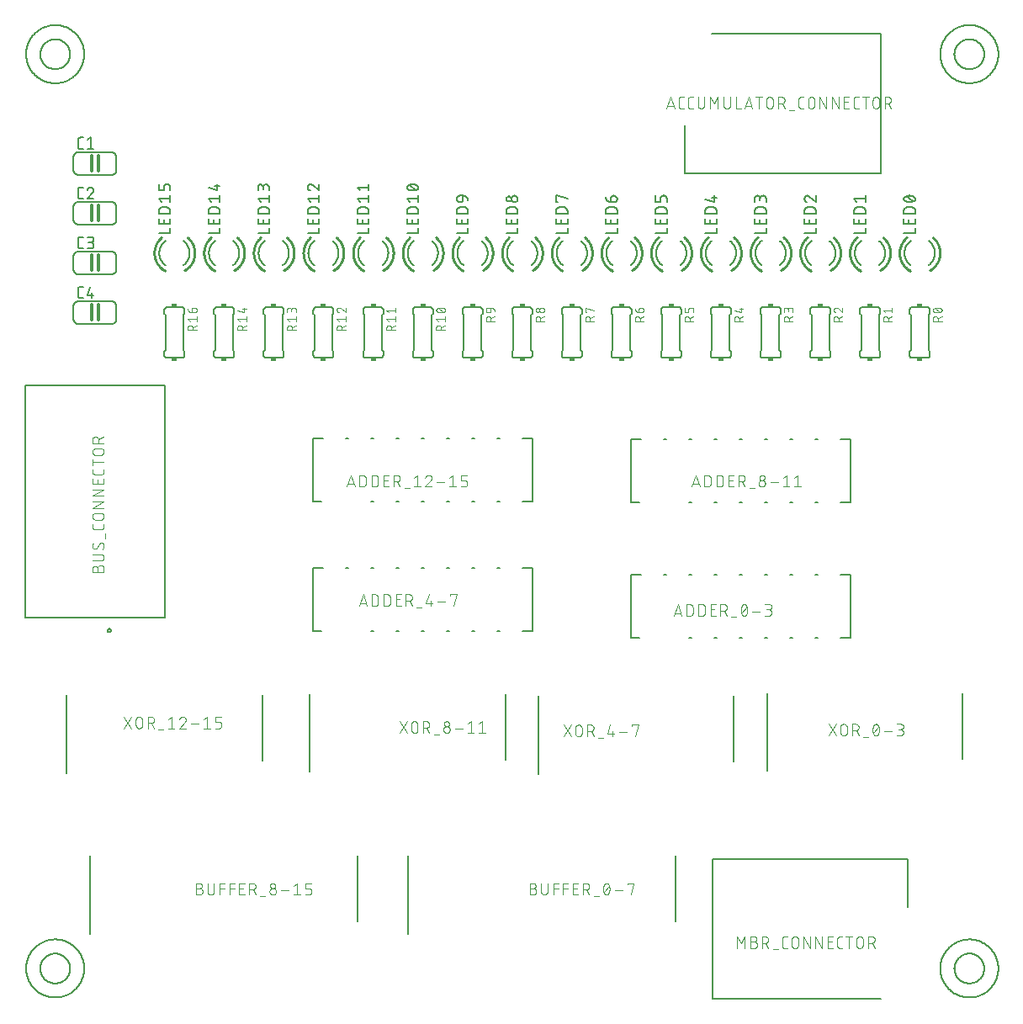
<source format=gbr>
G04 EAGLE Gerber RS-274X export*
G75*
%MOMM*%
%FSLAX34Y34*%
%LPD*%
%INSilkscreen Top*%
%IPPOS*%
%AMOC8*
5,1,8,0,0,1.08239X$1,22.5*%
G01*
%ADD10C,0.200000*%
%ADD11C,0.101600*%
%ADD12C,0.152400*%
%ADD13R,0.508000X0.381000*%
%ADD14C,0.254000*%
%ADD15C,0.127000*%
%ADD16C,0.304800*%
%ADD17C,0.203200*%


D10*
X700700Y980400D02*
X870700Y980400D01*
X870700Y840400D01*
X673700Y840400D01*
X673700Y888400D01*
D11*
X655346Y905258D02*
X659241Y916942D01*
X663136Y905258D01*
X662162Y908179D02*
X656320Y908179D01*
X669989Y905258D02*
X672585Y905258D01*
X669989Y905258D02*
X669890Y905260D01*
X669790Y905266D01*
X669691Y905275D01*
X669593Y905288D01*
X669495Y905305D01*
X669397Y905326D01*
X669301Y905351D01*
X669206Y905379D01*
X669112Y905411D01*
X669019Y905446D01*
X668927Y905485D01*
X668837Y905528D01*
X668749Y905573D01*
X668662Y905623D01*
X668578Y905675D01*
X668495Y905731D01*
X668415Y905789D01*
X668337Y905851D01*
X668262Y905916D01*
X668189Y905984D01*
X668119Y906054D01*
X668051Y906127D01*
X667986Y906202D01*
X667924Y906280D01*
X667866Y906360D01*
X667810Y906443D01*
X667758Y906527D01*
X667708Y906614D01*
X667663Y906702D01*
X667620Y906792D01*
X667581Y906884D01*
X667546Y906977D01*
X667514Y907071D01*
X667486Y907166D01*
X667461Y907262D01*
X667440Y907360D01*
X667423Y907458D01*
X667410Y907556D01*
X667401Y907655D01*
X667395Y907755D01*
X667393Y907854D01*
X667392Y907854D02*
X667392Y914346D01*
X667393Y914346D02*
X667395Y914445D01*
X667401Y914545D01*
X667410Y914644D01*
X667423Y914742D01*
X667440Y914840D01*
X667461Y914938D01*
X667486Y915034D01*
X667514Y915129D01*
X667546Y915223D01*
X667581Y915316D01*
X667620Y915408D01*
X667663Y915498D01*
X667708Y915586D01*
X667758Y915673D01*
X667810Y915757D01*
X667866Y915840D01*
X667924Y915920D01*
X667986Y915998D01*
X668051Y916073D01*
X668119Y916146D01*
X668189Y916216D01*
X668262Y916284D01*
X668337Y916349D01*
X668415Y916411D01*
X668495Y916469D01*
X668578Y916525D01*
X668662Y916577D01*
X668749Y916627D01*
X668837Y916672D01*
X668927Y916715D01*
X669019Y916754D01*
X669111Y916789D01*
X669206Y916821D01*
X669301Y916849D01*
X669397Y916874D01*
X669495Y916895D01*
X669593Y916912D01*
X669691Y916925D01*
X669790Y916934D01*
X669890Y916940D01*
X669989Y916942D01*
X672585Y916942D01*
X679514Y905258D02*
X682110Y905258D01*
X679514Y905258D02*
X679415Y905260D01*
X679315Y905266D01*
X679216Y905275D01*
X679118Y905288D01*
X679020Y905305D01*
X678922Y905326D01*
X678826Y905351D01*
X678731Y905379D01*
X678637Y905411D01*
X678544Y905446D01*
X678452Y905485D01*
X678362Y905528D01*
X678274Y905573D01*
X678187Y905623D01*
X678103Y905675D01*
X678020Y905731D01*
X677940Y905789D01*
X677862Y905851D01*
X677787Y905916D01*
X677714Y905984D01*
X677644Y906054D01*
X677576Y906127D01*
X677511Y906202D01*
X677449Y906280D01*
X677391Y906360D01*
X677335Y906443D01*
X677283Y906527D01*
X677233Y906614D01*
X677188Y906702D01*
X677145Y906792D01*
X677106Y906884D01*
X677071Y906977D01*
X677039Y907071D01*
X677011Y907166D01*
X676986Y907262D01*
X676965Y907360D01*
X676948Y907458D01*
X676935Y907556D01*
X676926Y907655D01*
X676920Y907755D01*
X676918Y907854D01*
X676917Y907854D02*
X676917Y914346D01*
X676918Y914346D02*
X676920Y914445D01*
X676926Y914545D01*
X676935Y914644D01*
X676948Y914742D01*
X676965Y914840D01*
X676986Y914938D01*
X677011Y915034D01*
X677039Y915129D01*
X677071Y915223D01*
X677106Y915316D01*
X677145Y915408D01*
X677188Y915498D01*
X677233Y915586D01*
X677283Y915673D01*
X677335Y915757D01*
X677391Y915840D01*
X677449Y915920D01*
X677511Y915998D01*
X677576Y916073D01*
X677644Y916146D01*
X677714Y916216D01*
X677787Y916284D01*
X677862Y916349D01*
X677940Y916411D01*
X678020Y916469D01*
X678103Y916525D01*
X678187Y916577D01*
X678274Y916627D01*
X678362Y916672D01*
X678452Y916715D01*
X678544Y916754D01*
X678636Y916789D01*
X678731Y916821D01*
X678826Y916849D01*
X678922Y916874D01*
X679020Y916895D01*
X679118Y916912D01*
X679216Y916925D01*
X679315Y916934D01*
X679415Y916940D01*
X679514Y916942D01*
X682110Y916942D01*
X686856Y916942D02*
X686856Y908504D01*
X686858Y908391D01*
X686864Y908278D01*
X686874Y908165D01*
X686888Y908052D01*
X686905Y907940D01*
X686927Y907829D01*
X686952Y907719D01*
X686982Y907609D01*
X687015Y907501D01*
X687052Y907394D01*
X687092Y907288D01*
X687137Y907184D01*
X687185Y907081D01*
X687236Y906980D01*
X687291Y906881D01*
X687349Y906784D01*
X687411Y906689D01*
X687476Y906596D01*
X687544Y906506D01*
X687615Y906418D01*
X687690Y906332D01*
X687767Y906249D01*
X687847Y906169D01*
X687930Y906092D01*
X688016Y906017D01*
X688104Y905946D01*
X688194Y905878D01*
X688287Y905813D01*
X688382Y905751D01*
X688479Y905693D01*
X688578Y905638D01*
X688679Y905587D01*
X688782Y905539D01*
X688886Y905494D01*
X688992Y905454D01*
X689099Y905417D01*
X689207Y905384D01*
X689317Y905354D01*
X689427Y905329D01*
X689538Y905307D01*
X689650Y905290D01*
X689763Y905276D01*
X689876Y905266D01*
X689989Y905260D01*
X690102Y905258D01*
X690215Y905260D01*
X690328Y905266D01*
X690441Y905276D01*
X690554Y905290D01*
X690666Y905307D01*
X690777Y905329D01*
X690887Y905354D01*
X690997Y905384D01*
X691105Y905417D01*
X691212Y905454D01*
X691318Y905494D01*
X691422Y905539D01*
X691525Y905587D01*
X691626Y905638D01*
X691725Y905693D01*
X691822Y905751D01*
X691917Y905813D01*
X692010Y905878D01*
X692100Y905946D01*
X692188Y906017D01*
X692274Y906092D01*
X692357Y906169D01*
X692437Y906249D01*
X692514Y906332D01*
X692589Y906418D01*
X692660Y906506D01*
X692728Y906596D01*
X692793Y906689D01*
X692855Y906784D01*
X692913Y906881D01*
X692968Y906980D01*
X693019Y907081D01*
X693067Y907184D01*
X693112Y907288D01*
X693152Y907394D01*
X693189Y907501D01*
X693222Y907609D01*
X693252Y907719D01*
X693277Y907829D01*
X693299Y907940D01*
X693316Y908052D01*
X693330Y908165D01*
X693340Y908278D01*
X693346Y908391D01*
X693348Y908504D01*
X693347Y908504D02*
X693347Y916942D01*
X699161Y916942D02*
X699161Y905258D01*
X703056Y910451D02*
X699161Y916942D01*
X703056Y910451D02*
X706951Y916942D01*
X706951Y905258D01*
X712764Y908504D02*
X712764Y916942D01*
X712764Y908504D02*
X712766Y908391D01*
X712772Y908278D01*
X712782Y908165D01*
X712796Y908052D01*
X712813Y907940D01*
X712835Y907829D01*
X712860Y907719D01*
X712890Y907609D01*
X712923Y907501D01*
X712960Y907394D01*
X713000Y907288D01*
X713045Y907184D01*
X713093Y907081D01*
X713144Y906980D01*
X713199Y906881D01*
X713257Y906784D01*
X713319Y906689D01*
X713384Y906596D01*
X713452Y906506D01*
X713523Y906418D01*
X713598Y906332D01*
X713675Y906249D01*
X713755Y906169D01*
X713838Y906092D01*
X713924Y906017D01*
X714012Y905946D01*
X714102Y905878D01*
X714195Y905813D01*
X714290Y905751D01*
X714387Y905693D01*
X714486Y905638D01*
X714587Y905587D01*
X714690Y905539D01*
X714794Y905494D01*
X714900Y905454D01*
X715007Y905417D01*
X715115Y905384D01*
X715225Y905354D01*
X715335Y905329D01*
X715446Y905307D01*
X715558Y905290D01*
X715671Y905276D01*
X715784Y905266D01*
X715897Y905260D01*
X716010Y905258D01*
X716123Y905260D01*
X716236Y905266D01*
X716349Y905276D01*
X716462Y905290D01*
X716574Y905307D01*
X716685Y905329D01*
X716795Y905354D01*
X716905Y905384D01*
X717013Y905417D01*
X717120Y905454D01*
X717226Y905494D01*
X717330Y905539D01*
X717433Y905587D01*
X717534Y905638D01*
X717633Y905693D01*
X717730Y905751D01*
X717825Y905813D01*
X717918Y905878D01*
X718008Y905946D01*
X718096Y906017D01*
X718182Y906092D01*
X718265Y906169D01*
X718345Y906249D01*
X718422Y906332D01*
X718497Y906418D01*
X718568Y906506D01*
X718636Y906596D01*
X718701Y906689D01*
X718763Y906784D01*
X718821Y906881D01*
X718876Y906980D01*
X718927Y907081D01*
X718975Y907184D01*
X719020Y907288D01*
X719060Y907394D01*
X719097Y907501D01*
X719130Y907609D01*
X719160Y907719D01*
X719185Y907829D01*
X719207Y907940D01*
X719224Y908052D01*
X719238Y908165D01*
X719248Y908278D01*
X719254Y908391D01*
X719256Y908504D01*
X719255Y908504D02*
X719255Y916942D01*
X724979Y916942D02*
X724979Y905258D01*
X730172Y905258D01*
X733832Y905258D02*
X737727Y916942D01*
X741622Y905258D01*
X740648Y908179D02*
X734806Y908179D01*
X748395Y905258D02*
X748395Y916942D01*
X751640Y916942D02*
X745149Y916942D01*
X755817Y913696D02*
X755817Y908504D01*
X755817Y913696D02*
X755819Y913809D01*
X755825Y913922D01*
X755835Y914035D01*
X755849Y914148D01*
X755866Y914260D01*
X755888Y914371D01*
X755913Y914481D01*
X755943Y914591D01*
X755976Y914699D01*
X756013Y914806D01*
X756053Y914912D01*
X756098Y915016D01*
X756146Y915119D01*
X756197Y915220D01*
X756252Y915319D01*
X756310Y915416D01*
X756372Y915511D01*
X756437Y915604D01*
X756505Y915694D01*
X756576Y915782D01*
X756651Y915868D01*
X756728Y915951D01*
X756808Y916031D01*
X756891Y916108D01*
X756977Y916183D01*
X757065Y916254D01*
X757155Y916322D01*
X757248Y916387D01*
X757343Y916449D01*
X757440Y916507D01*
X757539Y916562D01*
X757640Y916613D01*
X757743Y916661D01*
X757847Y916706D01*
X757953Y916746D01*
X758060Y916783D01*
X758168Y916816D01*
X758278Y916846D01*
X758388Y916871D01*
X758499Y916893D01*
X758611Y916910D01*
X758724Y916924D01*
X758837Y916934D01*
X758950Y916940D01*
X759063Y916942D01*
X759176Y916940D01*
X759289Y916934D01*
X759402Y916924D01*
X759515Y916910D01*
X759627Y916893D01*
X759738Y916871D01*
X759848Y916846D01*
X759958Y916816D01*
X760066Y916783D01*
X760173Y916746D01*
X760279Y916706D01*
X760383Y916661D01*
X760486Y916613D01*
X760587Y916562D01*
X760686Y916507D01*
X760783Y916449D01*
X760878Y916387D01*
X760971Y916322D01*
X761061Y916254D01*
X761149Y916183D01*
X761235Y916108D01*
X761318Y916031D01*
X761398Y915951D01*
X761475Y915868D01*
X761550Y915782D01*
X761621Y915694D01*
X761689Y915604D01*
X761754Y915511D01*
X761816Y915416D01*
X761874Y915319D01*
X761929Y915220D01*
X761980Y915119D01*
X762028Y915016D01*
X762073Y914912D01*
X762113Y914806D01*
X762150Y914699D01*
X762183Y914591D01*
X762213Y914481D01*
X762238Y914371D01*
X762260Y914260D01*
X762277Y914148D01*
X762291Y914035D01*
X762301Y913922D01*
X762307Y913809D01*
X762309Y913696D01*
X762308Y913696D02*
X762308Y908504D01*
X762309Y908504D02*
X762307Y908391D01*
X762301Y908278D01*
X762291Y908165D01*
X762277Y908052D01*
X762260Y907940D01*
X762238Y907829D01*
X762213Y907719D01*
X762183Y907609D01*
X762150Y907501D01*
X762113Y907394D01*
X762073Y907288D01*
X762028Y907184D01*
X761980Y907081D01*
X761929Y906980D01*
X761874Y906881D01*
X761816Y906784D01*
X761754Y906689D01*
X761689Y906596D01*
X761621Y906506D01*
X761550Y906418D01*
X761475Y906332D01*
X761398Y906249D01*
X761318Y906169D01*
X761235Y906092D01*
X761149Y906017D01*
X761061Y905946D01*
X760971Y905878D01*
X760878Y905813D01*
X760783Y905751D01*
X760686Y905693D01*
X760587Y905638D01*
X760486Y905587D01*
X760383Y905539D01*
X760279Y905494D01*
X760173Y905454D01*
X760066Y905417D01*
X759958Y905384D01*
X759848Y905354D01*
X759738Y905329D01*
X759627Y905307D01*
X759515Y905290D01*
X759402Y905276D01*
X759289Y905266D01*
X759176Y905260D01*
X759063Y905258D01*
X758950Y905260D01*
X758837Y905266D01*
X758724Y905276D01*
X758611Y905290D01*
X758499Y905307D01*
X758388Y905329D01*
X758278Y905354D01*
X758168Y905384D01*
X758060Y905417D01*
X757953Y905454D01*
X757847Y905494D01*
X757743Y905539D01*
X757640Y905587D01*
X757539Y905638D01*
X757440Y905693D01*
X757343Y905751D01*
X757248Y905813D01*
X757155Y905878D01*
X757065Y905946D01*
X756977Y906017D01*
X756891Y906092D01*
X756808Y906169D01*
X756728Y906249D01*
X756651Y906332D01*
X756576Y906418D01*
X756505Y906506D01*
X756437Y906596D01*
X756372Y906689D01*
X756310Y906784D01*
X756252Y906881D01*
X756197Y906980D01*
X756146Y907081D01*
X756098Y907184D01*
X756053Y907288D01*
X756013Y907394D01*
X755976Y907501D01*
X755943Y907609D01*
X755913Y907719D01*
X755888Y907829D01*
X755866Y907940D01*
X755849Y908052D01*
X755835Y908165D01*
X755825Y908278D01*
X755819Y908391D01*
X755817Y908504D01*
X767702Y905258D02*
X767702Y916942D01*
X770947Y916942D01*
X771060Y916940D01*
X771173Y916934D01*
X771286Y916924D01*
X771399Y916910D01*
X771511Y916893D01*
X771622Y916871D01*
X771732Y916846D01*
X771842Y916816D01*
X771950Y916783D01*
X772057Y916746D01*
X772163Y916706D01*
X772267Y916661D01*
X772370Y916613D01*
X772471Y916562D01*
X772570Y916507D01*
X772667Y916449D01*
X772762Y916387D01*
X772855Y916322D01*
X772945Y916254D01*
X773033Y916183D01*
X773119Y916108D01*
X773202Y916031D01*
X773282Y915951D01*
X773359Y915868D01*
X773434Y915782D01*
X773505Y915694D01*
X773573Y915604D01*
X773638Y915511D01*
X773700Y915416D01*
X773758Y915319D01*
X773813Y915220D01*
X773864Y915119D01*
X773912Y915016D01*
X773957Y914912D01*
X773997Y914806D01*
X774034Y914699D01*
X774067Y914591D01*
X774097Y914481D01*
X774122Y914371D01*
X774144Y914260D01*
X774161Y914148D01*
X774175Y914035D01*
X774185Y913922D01*
X774191Y913809D01*
X774193Y913696D01*
X774191Y913583D01*
X774185Y913470D01*
X774175Y913357D01*
X774161Y913244D01*
X774144Y913132D01*
X774122Y913021D01*
X774097Y912911D01*
X774067Y912801D01*
X774034Y912693D01*
X773997Y912586D01*
X773957Y912480D01*
X773912Y912376D01*
X773864Y912273D01*
X773813Y912172D01*
X773758Y912073D01*
X773700Y911976D01*
X773638Y911881D01*
X773573Y911788D01*
X773505Y911698D01*
X773434Y911610D01*
X773359Y911524D01*
X773282Y911441D01*
X773202Y911361D01*
X773119Y911284D01*
X773033Y911209D01*
X772945Y911138D01*
X772855Y911070D01*
X772762Y911005D01*
X772667Y910943D01*
X772570Y910885D01*
X772471Y910830D01*
X772370Y910779D01*
X772267Y910731D01*
X772163Y910686D01*
X772057Y910646D01*
X771950Y910609D01*
X771842Y910576D01*
X771732Y910546D01*
X771622Y910521D01*
X771511Y910499D01*
X771399Y910482D01*
X771286Y910468D01*
X771173Y910458D01*
X771060Y910452D01*
X770947Y910450D01*
X770947Y910451D02*
X767702Y910451D01*
X771597Y910451D02*
X774193Y905258D01*
X778564Y903960D02*
X783757Y903960D01*
X790765Y905258D02*
X793362Y905258D01*
X790765Y905258D02*
X790666Y905260D01*
X790566Y905266D01*
X790467Y905275D01*
X790369Y905288D01*
X790271Y905305D01*
X790173Y905326D01*
X790077Y905351D01*
X789982Y905379D01*
X789888Y905411D01*
X789795Y905446D01*
X789703Y905485D01*
X789613Y905528D01*
X789525Y905573D01*
X789438Y905623D01*
X789354Y905675D01*
X789271Y905731D01*
X789191Y905789D01*
X789113Y905851D01*
X789038Y905916D01*
X788965Y905984D01*
X788895Y906054D01*
X788827Y906127D01*
X788762Y906202D01*
X788700Y906280D01*
X788642Y906360D01*
X788586Y906443D01*
X788534Y906527D01*
X788484Y906614D01*
X788439Y906702D01*
X788396Y906792D01*
X788357Y906884D01*
X788322Y906977D01*
X788290Y907071D01*
X788262Y907166D01*
X788237Y907262D01*
X788216Y907360D01*
X788199Y907458D01*
X788186Y907556D01*
X788177Y907655D01*
X788171Y907755D01*
X788169Y907854D01*
X788169Y914346D01*
X788171Y914445D01*
X788177Y914545D01*
X788186Y914644D01*
X788199Y914742D01*
X788216Y914840D01*
X788237Y914938D01*
X788262Y915034D01*
X788290Y915129D01*
X788322Y915223D01*
X788357Y915316D01*
X788396Y915408D01*
X788439Y915498D01*
X788484Y915586D01*
X788534Y915673D01*
X788586Y915757D01*
X788642Y915840D01*
X788700Y915920D01*
X788762Y915998D01*
X788827Y916073D01*
X788895Y916146D01*
X788965Y916216D01*
X789038Y916284D01*
X789113Y916349D01*
X789191Y916411D01*
X789271Y916469D01*
X789354Y916525D01*
X789438Y916577D01*
X789525Y916627D01*
X789613Y916672D01*
X789703Y916715D01*
X789795Y916754D01*
X789887Y916789D01*
X789982Y916821D01*
X790077Y916849D01*
X790173Y916874D01*
X790271Y916895D01*
X790369Y916912D01*
X790467Y916925D01*
X790566Y916934D01*
X790666Y916940D01*
X790765Y916942D01*
X793362Y916942D01*
X797727Y913696D02*
X797727Y908504D01*
X797727Y913696D02*
X797729Y913809D01*
X797735Y913922D01*
X797745Y914035D01*
X797759Y914148D01*
X797776Y914260D01*
X797798Y914371D01*
X797823Y914481D01*
X797853Y914591D01*
X797886Y914699D01*
X797923Y914806D01*
X797963Y914912D01*
X798008Y915016D01*
X798056Y915119D01*
X798107Y915220D01*
X798162Y915319D01*
X798220Y915416D01*
X798282Y915511D01*
X798347Y915604D01*
X798415Y915694D01*
X798486Y915782D01*
X798561Y915868D01*
X798638Y915951D01*
X798718Y916031D01*
X798801Y916108D01*
X798887Y916183D01*
X798975Y916254D01*
X799065Y916322D01*
X799158Y916387D01*
X799253Y916449D01*
X799350Y916507D01*
X799449Y916562D01*
X799550Y916613D01*
X799653Y916661D01*
X799757Y916706D01*
X799863Y916746D01*
X799970Y916783D01*
X800078Y916816D01*
X800188Y916846D01*
X800298Y916871D01*
X800409Y916893D01*
X800521Y916910D01*
X800634Y916924D01*
X800747Y916934D01*
X800860Y916940D01*
X800973Y916942D01*
X801086Y916940D01*
X801199Y916934D01*
X801312Y916924D01*
X801425Y916910D01*
X801537Y916893D01*
X801648Y916871D01*
X801758Y916846D01*
X801868Y916816D01*
X801976Y916783D01*
X802083Y916746D01*
X802189Y916706D01*
X802293Y916661D01*
X802396Y916613D01*
X802497Y916562D01*
X802596Y916507D01*
X802693Y916449D01*
X802788Y916387D01*
X802881Y916322D01*
X802971Y916254D01*
X803059Y916183D01*
X803145Y916108D01*
X803228Y916031D01*
X803308Y915951D01*
X803385Y915868D01*
X803460Y915782D01*
X803531Y915694D01*
X803599Y915604D01*
X803664Y915511D01*
X803726Y915416D01*
X803784Y915319D01*
X803839Y915220D01*
X803890Y915119D01*
X803938Y915016D01*
X803983Y914912D01*
X804023Y914806D01*
X804060Y914699D01*
X804093Y914591D01*
X804123Y914481D01*
X804148Y914371D01*
X804170Y914260D01*
X804187Y914148D01*
X804201Y914035D01*
X804211Y913922D01*
X804217Y913809D01*
X804219Y913696D01*
X804218Y913696D02*
X804218Y908504D01*
X804219Y908504D02*
X804217Y908391D01*
X804211Y908278D01*
X804201Y908165D01*
X804187Y908052D01*
X804170Y907940D01*
X804148Y907829D01*
X804123Y907719D01*
X804093Y907609D01*
X804060Y907501D01*
X804023Y907394D01*
X803983Y907288D01*
X803938Y907184D01*
X803890Y907081D01*
X803839Y906980D01*
X803784Y906881D01*
X803726Y906784D01*
X803664Y906689D01*
X803599Y906596D01*
X803531Y906506D01*
X803460Y906418D01*
X803385Y906332D01*
X803308Y906249D01*
X803228Y906169D01*
X803145Y906092D01*
X803059Y906017D01*
X802971Y905946D01*
X802881Y905878D01*
X802788Y905813D01*
X802693Y905751D01*
X802596Y905693D01*
X802497Y905638D01*
X802396Y905587D01*
X802293Y905539D01*
X802189Y905494D01*
X802083Y905454D01*
X801976Y905417D01*
X801868Y905384D01*
X801758Y905354D01*
X801648Y905329D01*
X801537Y905307D01*
X801425Y905290D01*
X801312Y905276D01*
X801199Y905266D01*
X801086Y905260D01*
X800973Y905258D01*
X800860Y905260D01*
X800747Y905266D01*
X800634Y905276D01*
X800521Y905290D01*
X800409Y905307D01*
X800298Y905329D01*
X800188Y905354D01*
X800078Y905384D01*
X799970Y905417D01*
X799863Y905454D01*
X799757Y905494D01*
X799653Y905539D01*
X799550Y905587D01*
X799449Y905638D01*
X799350Y905693D01*
X799253Y905751D01*
X799158Y905813D01*
X799065Y905878D01*
X798975Y905946D01*
X798887Y906017D01*
X798801Y906092D01*
X798718Y906169D01*
X798638Y906249D01*
X798561Y906332D01*
X798486Y906418D01*
X798415Y906506D01*
X798347Y906596D01*
X798282Y906689D01*
X798220Y906784D01*
X798162Y906881D01*
X798107Y906980D01*
X798056Y907081D01*
X798008Y907184D01*
X797963Y907288D01*
X797923Y907394D01*
X797886Y907501D01*
X797853Y907609D01*
X797823Y907719D01*
X797798Y907829D01*
X797776Y907940D01*
X797759Y908052D01*
X797745Y908165D01*
X797735Y908278D01*
X797729Y908391D01*
X797727Y908504D01*
X809538Y905258D02*
X809538Y916942D01*
X816029Y905258D01*
X816029Y916942D01*
X821730Y916942D02*
X821730Y905258D01*
X828221Y905258D02*
X821730Y916942D01*
X828221Y916942D02*
X828221Y905258D01*
X833945Y905258D02*
X839138Y905258D01*
X833945Y905258D02*
X833945Y916942D01*
X839138Y916942D01*
X837839Y911749D02*
X833945Y911749D01*
X846010Y905258D02*
X848607Y905258D01*
X846010Y905258D02*
X845911Y905260D01*
X845811Y905266D01*
X845712Y905275D01*
X845614Y905288D01*
X845516Y905305D01*
X845418Y905326D01*
X845322Y905351D01*
X845227Y905379D01*
X845133Y905411D01*
X845040Y905446D01*
X844948Y905485D01*
X844858Y905528D01*
X844770Y905573D01*
X844683Y905623D01*
X844599Y905675D01*
X844516Y905731D01*
X844436Y905789D01*
X844358Y905851D01*
X844283Y905916D01*
X844210Y905984D01*
X844140Y906054D01*
X844072Y906127D01*
X844007Y906202D01*
X843945Y906280D01*
X843887Y906360D01*
X843831Y906443D01*
X843779Y906527D01*
X843729Y906614D01*
X843684Y906702D01*
X843641Y906792D01*
X843602Y906884D01*
X843567Y906977D01*
X843535Y907071D01*
X843507Y907166D01*
X843482Y907262D01*
X843461Y907360D01*
X843444Y907458D01*
X843431Y907556D01*
X843422Y907655D01*
X843416Y907755D01*
X843414Y907854D01*
X843414Y914346D01*
X843416Y914445D01*
X843422Y914545D01*
X843431Y914644D01*
X843444Y914742D01*
X843461Y914840D01*
X843482Y914938D01*
X843507Y915034D01*
X843535Y915129D01*
X843567Y915223D01*
X843602Y915316D01*
X843641Y915408D01*
X843684Y915498D01*
X843729Y915586D01*
X843779Y915673D01*
X843831Y915757D01*
X843887Y915840D01*
X843945Y915920D01*
X844007Y915998D01*
X844072Y916073D01*
X844140Y916146D01*
X844210Y916216D01*
X844283Y916284D01*
X844358Y916349D01*
X844436Y916411D01*
X844516Y916469D01*
X844599Y916525D01*
X844683Y916577D01*
X844770Y916627D01*
X844858Y916672D01*
X844948Y916715D01*
X845040Y916754D01*
X845132Y916789D01*
X845227Y916821D01*
X845322Y916849D01*
X845418Y916874D01*
X845516Y916895D01*
X845614Y916912D01*
X845712Y916925D01*
X845811Y916934D01*
X845911Y916940D01*
X846010Y916942D01*
X848607Y916942D01*
X855456Y916942D02*
X855456Y905258D01*
X852210Y916942D02*
X858701Y916942D01*
X862878Y913696D02*
X862878Y908504D01*
X862878Y913696D02*
X862880Y913809D01*
X862886Y913922D01*
X862896Y914035D01*
X862910Y914148D01*
X862927Y914260D01*
X862949Y914371D01*
X862974Y914481D01*
X863004Y914591D01*
X863037Y914699D01*
X863074Y914806D01*
X863114Y914912D01*
X863159Y915016D01*
X863207Y915119D01*
X863258Y915220D01*
X863313Y915319D01*
X863371Y915416D01*
X863433Y915511D01*
X863498Y915604D01*
X863566Y915694D01*
X863637Y915782D01*
X863712Y915868D01*
X863789Y915951D01*
X863869Y916031D01*
X863952Y916108D01*
X864038Y916183D01*
X864126Y916254D01*
X864216Y916322D01*
X864309Y916387D01*
X864404Y916449D01*
X864501Y916507D01*
X864600Y916562D01*
X864701Y916613D01*
X864804Y916661D01*
X864908Y916706D01*
X865014Y916746D01*
X865121Y916783D01*
X865229Y916816D01*
X865339Y916846D01*
X865449Y916871D01*
X865560Y916893D01*
X865672Y916910D01*
X865785Y916924D01*
X865898Y916934D01*
X866011Y916940D01*
X866124Y916942D01*
X866237Y916940D01*
X866350Y916934D01*
X866463Y916924D01*
X866576Y916910D01*
X866688Y916893D01*
X866799Y916871D01*
X866909Y916846D01*
X867019Y916816D01*
X867127Y916783D01*
X867234Y916746D01*
X867340Y916706D01*
X867444Y916661D01*
X867547Y916613D01*
X867648Y916562D01*
X867747Y916507D01*
X867844Y916449D01*
X867939Y916387D01*
X868032Y916322D01*
X868122Y916254D01*
X868210Y916183D01*
X868296Y916108D01*
X868379Y916031D01*
X868459Y915951D01*
X868536Y915868D01*
X868611Y915782D01*
X868682Y915694D01*
X868750Y915604D01*
X868815Y915511D01*
X868877Y915416D01*
X868935Y915319D01*
X868990Y915220D01*
X869041Y915119D01*
X869089Y915016D01*
X869134Y914912D01*
X869174Y914806D01*
X869211Y914699D01*
X869244Y914591D01*
X869274Y914481D01*
X869299Y914371D01*
X869321Y914260D01*
X869338Y914148D01*
X869352Y914035D01*
X869362Y913922D01*
X869368Y913809D01*
X869370Y913696D01*
X869369Y913696D02*
X869369Y908504D01*
X869370Y908504D02*
X869368Y908391D01*
X869362Y908278D01*
X869352Y908165D01*
X869338Y908052D01*
X869321Y907940D01*
X869299Y907829D01*
X869274Y907719D01*
X869244Y907609D01*
X869211Y907501D01*
X869174Y907394D01*
X869134Y907288D01*
X869089Y907184D01*
X869041Y907081D01*
X868990Y906980D01*
X868935Y906881D01*
X868877Y906784D01*
X868815Y906689D01*
X868750Y906596D01*
X868682Y906506D01*
X868611Y906418D01*
X868536Y906332D01*
X868459Y906249D01*
X868379Y906169D01*
X868296Y906092D01*
X868210Y906017D01*
X868122Y905946D01*
X868032Y905878D01*
X867939Y905813D01*
X867844Y905751D01*
X867747Y905693D01*
X867648Y905638D01*
X867547Y905587D01*
X867444Y905539D01*
X867340Y905494D01*
X867234Y905454D01*
X867127Y905417D01*
X867019Y905384D01*
X866909Y905354D01*
X866799Y905329D01*
X866688Y905307D01*
X866576Y905290D01*
X866463Y905276D01*
X866350Y905266D01*
X866237Y905260D01*
X866124Y905258D01*
X866011Y905260D01*
X865898Y905266D01*
X865785Y905276D01*
X865672Y905290D01*
X865560Y905307D01*
X865449Y905329D01*
X865339Y905354D01*
X865229Y905384D01*
X865121Y905417D01*
X865014Y905454D01*
X864908Y905494D01*
X864804Y905539D01*
X864701Y905587D01*
X864600Y905638D01*
X864501Y905693D01*
X864404Y905751D01*
X864309Y905813D01*
X864216Y905878D01*
X864126Y905946D01*
X864038Y906017D01*
X863952Y906092D01*
X863869Y906169D01*
X863789Y906249D01*
X863712Y906332D01*
X863637Y906418D01*
X863566Y906506D01*
X863498Y906596D01*
X863433Y906689D01*
X863371Y906784D01*
X863313Y906881D01*
X863258Y906980D01*
X863207Y907081D01*
X863159Y907184D01*
X863114Y907288D01*
X863074Y907394D01*
X863037Y907501D01*
X863004Y907609D01*
X862974Y907719D01*
X862949Y907829D01*
X862927Y907940D01*
X862910Y908052D01*
X862896Y908165D01*
X862886Y908278D01*
X862880Y908391D01*
X862878Y908504D01*
X874763Y905258D02*
X874763Y916942D01*
X878008Y916942D01*
X878121Y916940D01*
X878234Y916934D01*
X878347Y916924D01*
X878460Y916910D01*
X878572Y916893D01*
X878683Y916871D01*
X878793Y916846D01*
X878903Y916816D01*
X879011Y916783D01*
X879118Y916746D01*
X879224Y916706D01*
X879328Y916661D01*
X879431Y916613D01*
X879532Y916562D01*
X879631Y916507D01*
X879728Y916449D01*
X879823Y916387D01*
X879916Y916322D01*
X880006Y916254D01*
X880094Y916183D01*
X880180Y916108D01*
X880263Y916031D01*
X880343Y915951D01*
X880420Y915868D01*
X880495Y915782D01*
X880566Y915694D01*
X880634Y915604D01*
X880699Y915511D01*
X880761Y915416D01*
X880819Y915319D01*
X880874Y915220D01*
X880925Y915119D01*
X880973Y915016D01*
X881018Y914912D01*
X881058Y914806D01*
X881095Y914699D01*
X881128Y914591D01*
X881158Y914481D01*
X881183Y914371D01*
X881205Y914260D01*
X881222Y914148D01*
X881236Y914035D01*
X881246Y913922D01*
X881252Y913809D01*
X881254Y913696D01*
X881252Y913583D01*
X881246Y913470D01*
X881236Y913357D01*
X881222Y913244D01*
X881205Y913132D01*
X881183Y913021D01*
X881158Y912911D01*
X881128Y912801D01*
X881095Y912693D01*
X881058Y912586D01*
X881018Y912480D01*
X880973Y912376D01*
X880925Y912273D01*
X880874Y912172D01*
X880819Y912073D01*
X880761Y911976D01*
X880699Y911881D01*
X880634Y911788D01*
X880566Y911698D01*
X880495Y911610D01*
X880420Y911524D01*
X880343Y911441D01*
X880263Y911361D01*
X880180Y911284D01*
X880094Y911209D01*
X880006Y911138D01*
X879916Y911070D01*
X879823Y911005D01*
X879728Y910943D01*
X879631Y910885D01*
X879532Y910830D01*
X879431Y910779D01*
X879328Y910731D01*
X879224Y910686D01*
X879118Y910646D01*
X879011Y910609D01*
X878903Y910576D01*
X878793Y910546D01*
X878683Y910521D01*
X878572Y910499D01*
X878460Y910482D01*
X878347Y910468D01*
X878234Y910458D01*
X878121Y910452D01*
X878008Y910450D01*
X878008Y910451D02*
X874763Y910451D01*
X878657Y910451D02*
X881254Y905258D01*
D10*
X871200Y9600D02*
X701200Y9600D01*
X701200Y149600D01*
X898200Y149600D01*
X898200Y101600D01*
D11*
X726171Y72042D02*
X726171Y60358D01*
X730065Y65551D02*
X726171Y72042D01*
X730065Y65551D02*
X733960Y72042D01*
X733960Y60358D01*
X739943Y66849D02*
X743189Y66849D01*
X743189Y66850D02*
X743302Y66848D01*
X743415Y66842D01*
X743528Y66832D01*
X743641Y66818D01*
X743753Y66801D01*
X743864Y66779D01*
X743974Y66754D01*
X744084Y66724D01*
X744192Y66691D01*
X744299Y66654D01*
X744405Y66614D01*
X744509Y66569D01*
X744612Y66521D01*
X744713Y66470D01*
X744812Y66415D01*
X744909Y66357D01*
X745004Y66295D01*
X745097Y66230D01*
X745187Y66162D01*
X745275Y66091D01*
X745361Y66016D01*
X745444Y65939D01*
X745524Y65859D01*
X745601Y65776D01*
X745676Y65690D01*
X745747Y65602D01*
X745815Y65512D01*
X745880Y65419D01*
X745942Y65324D01*
X746000Y65227D01*
X746055Y65128D01*
X746106Y65027D01*
X746154Y64924D01*
X746199Y64820D01*
X746239Y64714D01*
X746276Y64607D01*
X746309Y64499D01*
X746339Y64389D01*
X746364Y64279D01*
X746386Y64168D01*
X746403Y64056D01*
X746417Y63943D01*
X746427Y63830D01*
X746433Y63717D01*
X746435Y63604D01*
X746433Y63491D01*
X746427Y63378D01*
X746417Y63265D01*
X746403Y63152D01*
X746386Y63040D01*
X746364Y62929D01*
X746339Y62819D01*
X746309Y62709D01*
X746276Y62601D01*
X746239Y62494D01*
X746199Y62388D01*
X746154Y62284D01*
X746106Y62181D01*
X746055Y62080D01*
X746000Y61981D01*
X745942Y61884D01*
X745880Y61789D01*
X745815Y61696D01*
X745747Y61606D01*
X745676Y61518D01*
X745601Y61432D01*
X745524Y61349D01*
X745444Y61269D01*
X745361Y61192D01*
X745275Y61117D01*
X745187Y61046D01*
X745097Y60978D01*
X745004Y60913D01*
X744909Y60851D01*
X744812Y60793D01*
X744713Y60738D01*
X744612Y60687D01*
X744509Y60639D01*
X744405Y60594D01*
X744299Y60554D01*
X744192Y60517D01*
X744084Y60484D01*
X743974Y60454D01*
X743864Y60429D01*
X743753Y60407D01*
X743641Y60390D01*
X743528Y60376D01*
X743415Y60366D01*
X743302Y60360D01*
X743189Y60358D01*
X739943Y60358D01*
X739943Y72042D01*
X743189Y72042D01*
X743290Y72040D01*
X743390Y72034D01*
X743490Y72024D01*
X743590Y72011D01*
X743689Y71993D01*
X743788Y71972D01*
X743885Y71947D01*
X743982Y71918D01*
X744077Y71885D01*
X744171Y71849D01*
X744263Y71809D01*
X744354Y71766D01*
X744443Y71719D01*
X744530Y71669D01*
X744616Y71615D01*
X744699Y71558D01*
X744779Y71498D01*
X744858Y71435D01*
X744934Y71368D01*
X745007Y71299D01*
X745077Y71227D01*
X745145Y71153D01*
X745210Y71076D01*
X745271Y70996D01*
X745330Y70914D01*
X745385Y70830D01*
X745437Y70744D01*
X745486Y70656D01*
X745531Y70566D01*
X745573Y70474D01*
X745611Y70381D01*
X745645Y70286D01*
X745676Y70191D01*
X745703Y70094D01*
X745726Y69996D01*
X745746Y69897D01*
X745761Y69797D01*
X745773Y69697D01*
X745781Y69597D01*
X745785Y69496D01*
X745785Y69396D01*
X745781Y69295D01*
X745773Y69195D01*
X745761Y69095D01*
X745746Y68995D01*
X745726Y68896D01*
X745703Y68798D01*
X745676Y68701D01*
X745645Y68606D01*
X745611Y68511D01*
X745573Y68418D01*
X745531Y68326D01*
X745486Y68236D01*
X745437Y68148D01*
X745385Y68062D01*
X745330Y67978D01*
X745271Y67896D01*
X745210Y67816D01*
X745145Y67739D01*
X745077Y67665D01*
X745007Y67593D01*
X744934Y67524D01*
X744858Y67457D01*
X744779Y67394D01*
X744699Y67334D01*
X744616Y67277D01*
X744530Y67223D01*
X744443Y67173D01*
X744354Y67126D01*
X744263Y67083D01*
X744171Y67043D01*
X744077Y67007D01*
X743982Y66974D01*
X743885Y66945D01*
X743788Y66920D01*
X743689Y66899D01*
X743590Y66881D01*
X743490Y66868D01*
X743390Y66858D01*
X743290Y66852D01*
X743189Y66850D01*
X751277Y72042D02*
X751277Y60358D01*
X751277Y72042D02*
X754523Y72042D01*
X754636Y72040D01*
X754749Y72034D01*
X754862Y72024D01*
X754975Y72010D01*
X755087Y71993D01*
X755198Y71971D01*
X755308Y71946D01*
X755418Y71916D01*
X755526Y71883D01*
X755633Y71846D01*
X755739Y71806D01*
X755843Y71761D01*
X755946Y71713D01*
X756047Y71662D01*
X756146Y71607D01*
X756243Y71549D01*
X756338Y71487D01*
X756431Y71422D01*
X756521Y71354D01*
X756609Y71283D01*
X756695Y71208D01*
X756778Y71131D01*
X756858Y71051D01*
X756935Y70968D01*
X757010Y70882D01*
X757081Y70794D01*
X757149Y70704D01*
X757214Y70611D01*
X757276Y70516D01*
X757334Y70419D01*
X757389Y70320D01*
X757440Y70219D01*
X757488Y70116D01*
X757533Y70012D01*
X757573Y69906D01*
X757610Y69799D01*
X757643Y69691D01*
X757673Y69581D01*
X757698Y69471D01*
X757720Y69360D01*
X757737Y69248D01*
X757751Y69135D01*
X757761Y69022D01*
X757767Y68909D01*
X757769Y68796D01*
X757767Y68683D01*
X757761Y68570D01*
X757751Y68457D01*
X757737Y68344D01*
X757720Y68232D01*
X757698Y68121D01*
X757673Y68011D01*
X757643Y67901D01*
X757610Y67793D01*
X757573Y67686D01*
X757533Y67580D01*
X757488Y67476D01*
X757440Y67373D01*
X757389Y67272D01*
X757334Y67173D01*
X757276Y67076D01*
X757214Y66981D01*
X757149Y66888D01*
X757081Y66798D01*
X757010Y66710D01*
X756935Y66624D01*
X756858Y66541D01*
X756778Y66461D01*
X756695Y66384D01*
X756609Y66309D01*
X756521Y66238D01*
X756431Y66170D01*
X756338Y66105D01*
X756243Y66043D01*
X756146Y65985D01*
X756047Y65930D01*
X755946Y65879D01*
X755843Y65831D01*
X755739Y65786D01*
X755633Y65746D01*
X755526Y65709D01*
X755418Y65676D01*
X755308Y65646D01*
X755198Y65621D01*
X755087Y65599D01*
X754975Y65582D01*
X754862Y65568D01*
X754749Y65558D01*
X754636Y65552D01*
X754523Y65550D01*
X754523Y65551D02*
X751277Y65551D01*
X755172Y65551D02*
X757769Y60358D01*
X762140Y59060D02*
X767333Y59060D01*
X774341Y60358D02*
X776937Y60358D01*
X774341Y60358D02*
X774242Y60360D01*
X774142Y60366D01*
X774043Y60375D01*
X773945Y60388D01*
X773847Y60405D01*
X773749Y60426D01*
X773653Y60451D01*
X773558Y60479D01*
X773464Y60511D01*
X773371Y60546D01*
X773279Y60585D01*
X773189Y60628D01*
X773101Y60673D01*
X773014Y60723D01*
X772930Y60775D01*
X772847Y60831D01*
X772767Y60889D01*
X772689Y60951D01*
X772614Y61016D01*
X772541Y61084D01*
X772471Y61154D01*
X772403Y61227D01*
X772338Y61302D01*
X772276Y61380D01*
X772218Y61460D01*
X772162Y61543D01*
X772110Y61627D01*
X772060Y61714D01*
X772015Y61802D01*
X771972Y61892D01*
X771933Y61984D01*
X771898Y62077D01*
X771866Y62171D01*
X771838Y62266D01*
X771813Y62362D01*
X771792Y62460D01*
X771775Y62558D01*
X771762Y62656D01*
X771753Y62755D01*
X771747Y62855D01*
X771745Y62954D01*
X771745Y69446D01*
X771747Y69545D01*
X771753Y69645D01*
X771762Y69744D01*
X771775Y69842D01*
X771792Y69940D01*
X771813Y70038D01*
X771838Y70134D01*
X771866Y70229D01*
X771898Y70323D01*
X771933Y70416D01*
X771972Y70508D01*
X772015Y70598D01*
X772060Y70686D01*
X772110Y70773D01*
X772162Y70857D01*
X772218Y70940D01*
X772276Y71020D01*
X772338Y71098D01*
X772403Y71173D01*
X772471Y71246D01*
X772541Y71316D01*
X772614Y71384D01*
X772689Y71449D01*
X772767Y71511D01*
X772847Y71569D01*
X772930Y71625D01*
X773014Y71677D01*
X773101Y71727D01*
X773189Y71772D01*
X773279Y71815D01*
X773371Y71854D01*
X773463Y71889D01*
X773558Y71921D01*
X773653Y71949D01*
X773749Y71974D01*
X773847Y71995D01*
X773945Y72012D01*
X774043Y72025D01*
X774142Y72034D01*
X774242Y72040D01*
X774341Y72042D01*
X776937Y72042D01*
X781303Y68796D02*
X781303Y63604D01*
X781302Y68796D02*
X781304Y68909D01*
X781310Y69022D01*
X781320Y69135D01*
X781334Y69248D01*
X781351Y69360D01*
X781373Y69471D01*
X781398Y69581D01*
X781428Y69691D01*
X781461Y69799D01*
X781498Y69906D01*
X781538Y70012D01*
X781583Y70116D01*
X781631Y70219D01*
X781682Y70320D01*
X781737Y70419D01*
X781795Y70516D01*
X781857Y70611D01*
X781922Y70704D01*
X781990Y70794D01*
X782061Y70882D01*
X782136Y70968D01*
X782213Y71051D01*
X782293Y71131D01*
X782376Y71208D01*
X782462Y71283D01*
X782550Y71354D01*
X782640Y71422D01*
X782733Y71487D01*
X782828Y71549D01*
X782925Y71607D01*
X783024Y71662D01*
X783125Y71713D01*
X783228Y71761D01*
X783332Y71806D01*
X783438Y71846D01*
X783545Y71883D01*
X783653Y71916D01*
X783763Y71946D01*
X783873Y71971D01*
X783984Y71993D01*
X784096Y72010D01*
X784209Y72024D01*
X784322Y72034D01*
X784435Y72040D01*
X784548Y72042D01*
X784661Y72040D01*
X784774Y72034D01*
X784887Y72024D01*
X785000Y72010D01*
X785112Y71993D01*
X785223Y71971D01*
X785333Y71946D01*
X785443Y71916D01*
X785551Y71883D01*
X785658Y71846D01*
X785764Y71806D01*
X785868Y71761D01*
X785971Y71713D01*
X786072Y71662D01*
X786171Y71607D01*
X786268Y71549D01*
X786363Y71487D01*
X786456Y71422D01*
X786546Y71354D01*
X786634Y71283D01*
X786720Y71208D01*
X786803Y71131D01*
X786883Y71051D01*
X786960Y70968D01*
X787035Y70882D01*
X787106Y70794D01*
X787174Y70704D01*
X787239Y70611D01*
X787301Y70516D01*
X787359Y70419D01*
X787414Y70320D01*
X787465Y70219D01*
X787513Y70116D01*
X787558Y70012D01*
X787598Y69906D01*
X787635Y69799D01*
X787668Y69691D01*
X787698Y69581D01*
X787723Y69471D01*
X787745Y69360D01*
X787762Y69248D01*
X787776Y69135D01*
X787786Y69022D01*
X787792Y68909D01*
X787794Y68796D01*
X787794Y63604D01*
X787792Y63491D01*
X787786Y63378D01*
X787776Y63265D01*
X787762Y63152D01*
X787745Y63040D01*
X787723Y62929D01*
X787698Y62819D01*
X787668Y62709D01*
X787635Y62601D01*
X787598Y62494D01*
X787558Y62388D01*
X787513Y62284D01*
X787465Y62181D01*
X787414Y62080D01*
X787359Y61981D01*
X787301Y61884D01*
X787239Y61789D01*
X787174Y61696D01*
X787106Y61606D01*
X787035Y61518D01*
X786960Y61432D01*
X786883Y61349D01*
X786803Y61269D01*
X786720Y61192D01*
X786634Y61117D01*
X786546Y61046D01*
X786456Y60978D01*
X786363Y60913D01*
X786268Y60851D01*
X786171Y60793D01*
X786072Y60738D01*
X785971Y60687D01*
X785868Y60639D01*
X785764Y60594D01*
X785658Y60554D01*
X785551Y60517D01*
X785443Y60484D01*
X785333Y60454D01*
X785223Y60429D01*
X785112Y60407D01*
X785000Y60390D01*
X784887Y60376D01*
X784774Y60366D01*
X784661Y60360D01*
X784548Y60358D01*
X784435Y60360D01*
X784322Y60366D01*
X784209Y60376D01*
X784096Y60390D01*
X783984Y60407D01*
X783873Y60429D01*
X783763Y60454D01*
X783653Y60484D01*
X783545Y60517D01*
X783438Y60554D01*
X783332Y60594D01*
X783228Y60639D01*
X783125Y60687D01*
X783024Y60738D01*
X782925Y60793D01*
X782828Y60851D01*
X782733Y60913D01*
X782640Y60978D01*
X782550Y61046D01*
X782462Y61117D01*
X782376Y61192D01*
X782293Y61269D01*
X782213Y61349D01*
X782136Y61432D01*
X782061Y61518D01*
X781990Y61606D01*
X781922Y61696D01*
X781857Y61789D01*
X781795Y61884D01*
X781737Y61981D01*
X781682Y62080D01*
X781631Y62181D01*
X781583Y62284D01*
X781538Y62388D01*
X781498Y62494D01*
X781461Y62601D01*
X781428Y62709D01*
X781398Y62819D01*
X781373Y62929D01*
X781351Y63040D01*
X781334Y63152D01*
X781320Y63265D01*
X781310Y63378D01*
X781304Y63491D01*
X781302Y63604D01*
X793114Y60358D02*
X793114Y72042D01*
X799605Y60358D01*
X799605Y72042D01*
X805306Y72042D02*
X805306Y60358D01*
X811797Y60358D02*
X805306Y72042D01*
X811797Y72042D02*
X811797Y60358D01*
X817520Y60358D02*
X822713Y60358D01*
X817520Y60358D02*
X817520Y72042D01*
X822713Y72042D01*
X821415Y66849D02*
X817520Y66849D01*
X829586Y60358D02*
X832182Y60358D01*
X829586Y60358D02*
X829487Y60360D01*
X829387Y60366D01*
X829288Y60375D01*
X829190Y60388D01*
X829092Y60405D01*
X828994Y60426D01*
X828898Y60451D01*
X828803Y60479D01*
X828709Y60511D01*
X828616Y60546D01*
X828524Y60585D01*
X828434Y60628D01*
X828346Y60673D01*
X828259Y60723D01*
X828175Y60775D01*
X828092Y60831D01*
X828012Y60889D01*
X827934Y60951D01*
X827859Y61016D01*
X827786Y61084D01*
X827716Y61154D01*
X827648Y61227D01*
X827583Y61302D01*
X827521Y61380D01*
X827463Y61460D01*
X827407Y61543D01*
X827355Y61627D01*
X827305Y61714D01*
X827260Y61802D01*
X827217Y61892D01*
X827178Y61984D01*
X827143Y62077D01*
X827111Y62171D01*
X827083Y62266D01*
X827058Y62362D01*
X827037Y62460D01*
X827020Y62558D01*
X827007Y62656D01*
X826998Y62755D01*
X826992Y62855D01*
X826990Y62954D01*
X826989Y62954D02*
X826989Y69446D01*
X826990Y69446D02*
X826992Y69545D01*
X826998Y69645D01*
X827007Y69744D01*
X827020Y69842D01*
X827037Y69940D01*
X827058Y70038D01*
X827083Y70134D01*
X827111Y70229D01*
X827143Y70323D01*
X827178Y70416D01*
X827217Y70508D01*
X827260Y70598D01*
X827305Y70686D01*
X827355Y70773D01*
X827407Y70857D01*
X827463Y70940D01*
X827521Y71020D01*
X827583Y71098D01*
X827648Y71173D01*
X827716Y71246D01*
X827786Y71316D01*
X827859Y71384D01*
X827934Y71449D01*
X828012Y71511D01*
X828092Y71569D01*
X828175Y71625D01*
X828259Y71677D01*
X828346Y71727D01*
X828434Y71772D01*
X828524Y71815D01*
X828616Y71854D01*
X828708Y71889D01*
X828803Y71921D01*
X828898Y71949D01*
X828994Y71974D01*
X829092Y71995D01*
X829190Y72012D01*
X829288Y72025D01*
X829387Y72034D01*
X829487Y72040D01*
X829586Y72042D01*
X832182Y72042D01*
X839031Y72042D02*
X839031Y60358D01*
X835786Y72042D02*
X842277Y72042D01*
X846454Y68796D02*
X846454Y63604D01*
X846453Y68796D02*
X846455Y68909D01*
X846461Y69022D01*
X846471Y69135D01*
X846485Y69248D01*
X846502Y69360D01*
X846524Y69471D01*
X846549Y69581D01*
X846579Y69691D01*
X846612Y69799D01*
X846649Y69906D01*
X846689Y70012D01*
X846734Y70116D01*
X846782Y70219D01*
X846833Y70320D01*
X846888Y70419D01*
X846946Y70516D01*
X847008Y70611D01*
X847073Y70704D01*
X847141Y70794D01*
X847212Y70882D01*
X847287Y70968D01*
X847364Y71051D01*
X847444Y71131D01*
X847527Y71208D01*
X847613Y71283D01*
X847701Y71354D01*
X847791Y71422D01*
X847884Y71487D01*
X847979Y71549D01*
X848076Y71607D01*
X848175Y71662D01*
X848276Y71713D01*
X848379Y71761D01*
X848483Y71806D01*
X848589Y71846D01*
X848696Y71883D01*
X848804Y71916D01*
X848914Y71946D01*
X849024Y71971D01*
X849135Y71993D01*
X849247Y72010D01*
X849360Y72024D01*
X849473Y72034D01*
X849586Y72040D01*
X849699Y72042D01*
X849812Y72040D01*
X849925Y72034D01*
X850038Y72024D01*
X850151Y72010D01*
X850263Y71993D01*
X850374Y71971D01*
X850484Y71946D01*
X850594Y71916D01*
X850702Y71883D01*
X850809Y71846D01*
X850915Y71806D01*
X851019Y71761D01*
X851122Y71713D01*
X851223Y71662D01*
X851322Y71607D01*
X851419Y71549D01*
X851514Y71487D01*
X851607Y71422D01*
X851697Y71354D01*
X851785Y71283D01*
X851871Y71208D01*
X851954Y71131D01*
X852034Y71051D01*
X852111Y70968D01*
X852186Y70882D01*
X852257Y70794D01*
X852325Y70704D01*
X852390Y70611D01*
X852452Y70516D01*
X852510Y70419D01*
X852565Y70320D01*
X852616Y70219D01*
X852664Y70116D01*
X852709Y70012D01*
X852749Y69906D01*
X852786Y69799D01*
X852819Y69691D01*
X852849Y69581D01*
X852874Y69471D01*
X852896Y69360D01*
X852913Y69248D01*
X852927Y69135D01*
X852937Y69022D01*
X852943Y68909D01*
X852945Y68796D01*
X852945Y63604D01*
X852943Y63491D01*
X852937Y63378D01*
X852927Y63265D01*
X852913Y63152D01*
X852896Y63040D01*
X852874Y62929D01*
X852849Y62819D01*
X852819Y62709D01*
X852786Y62601D01*
X852749Y62494D01*
X852709Y62388D01*
X852664Y62284D01*
X852616Y62181D01*
X852565Y62080D01*
X852510Y61981D01*
X852452Y61884D01*
X852390Y61789D01*
X852325Y61696D01*
X852257Y61606D01*
X852186Y61518D01*
X852111Y61432D01*
X852034Y61349D01*
X851954Y61269D01*
X851871Y61192D01*
X851785Y61117D01*
X851697Y61046D01*
X851607Y60978D01*
X851514Y60913D01*
X851419Y60851D01*
X851322Y60793D01*
X851223Y60738D01*
X851122Y60687D01*
X851019Y60639D01*
X850915Y60594D01*
X850809Y60554D01*
X850702Y60517D01*
X850594Y60484D01*
X850484Y60454D01*
X850374Y60429D01*
X850263Y60407D01*
X850151Y60390D01*
X850038Y60376D01*
X849925Y60366D01*
X849812Y60360D01*
X849699Y60358D01*
X849586Y60360D01*
X849473Y60366D01*
X849360Y60376D01*
X849247Y60390D01*
X849135Y60407D01*
X849024Y60429D01*
X848914Y60454D01*
X848804Y60484D01*
X848696Y60517D01*
X848589Y60554D01*
X848483Y60594D01*
X848379Y60639D01*
X848276Y60687D01*
X848175Y60738D01*
X848076Y60793D01*
X847979Y60851D01*
X847884Y60913D01*
X847791Y60978D01*
X847701Y61046D01*
X847613Y61117D01*
X847527Y61192D01*
X847444Y61269D01*
X847364Y61349D01*
X847287Y61432D01*
X847212Y61518D01*
X847141Y61606D01*
X847073Y61696D01*
X847008Y61789D01*
X846946Y61884D01*
X846888Y61981D01*
X846833Y62080D01*
X846782Y62181D01*
X846734Y62284D01*
X846689Y62388D01*
X846649Y62494D01*
X846612Y62601D01*
X846579Y62709D01*
X846549Y62819D01*
X846524Y62929D01*
X846502Y63040D01*
X846485Y63152D01*
X846471Y63265D01*
X846461Y63378D01*
X846455Y63491D01*
X846453Y63604D01*
X858338Y60358D02*
X858338Y72042D01*
X861584Y72042D01*
X861697Y72040D01*
X861810Y72034D01*
X861923Y72024D01*
X862036Y72010D01*
X862148Y71993D01*
X862259Y71971D01*
X862369Y71946D01*
X862479Y71916D01*
X862587Y71883D01*
X862694Y71846D01*
X862800Y71806D01*
X862904Y71761D01*
X863007Y71713D01*
X863108Y71662D01*
X863207Y71607D01*
X863304Y71549D01*
X863399Y71487D01*
X863492Y71422D01*
X863582Y71354D01*
X863670Y71283D01*
X863756Y71208D01*
X863839Y71131D01*
X863919Y71051D01*
X863996Y70968D01*
X864071Y70882D01*
X864142Y70794D01*
X864210Y70704D01*
X864275Y70611D01*
X864337Y70516D01*
X864395Y70419D01*
X864450Y70320D01*
X864501Y70219D01*
X864549Y70116D01*
X864594Y70012D01*
X864634Y69906D01*
X864671Y69799D01*
X864704Y69691D01*
X864734Y69581D01*
X864759Y69471D01*
X864781Y69360D01*
X864798Y69248D01*
X864812Y69135D01*
X864822Y69022D01*
X864828Y68909D01*
X864830Y68796D01*
X864828Y68683D01*
X864822Y68570D01*
X864812Y68457D01*
X864798Y68344D01*
X864781Y68232D01*
X864759Y68121D01*
X864734Y68011D01*
X864704Y67901D01*
X864671Y67793D01*
X864634Y67686D01*
X864594Y67580D01*
X864549Y67476D01*
X864501Y67373D01*
X864450Y67272D01*
X864395Y67173D01*
X864337Y67076D01*
X864275Y66981D01*
X864210Y66888D01*
X864142Y66798D01*
X864071Y66710D01*
X863996Y66624D01*
X863919Y66541D01*
X863839Y66461D01*
X863756Y66384D01*
X863670Y66309D01*
X863582Y66238D01*
X863492Y66170D01*
X863399Y66105D01*
X863304Y66043D01*
X863207Y65985D01*
X863108Y65930D01*
X863007Y65879D01*
X862904Y65831D01*
X862800Y65786D01*
X862694Y65746D01*
X862587Y65709D01*
X862479Y65676D01*
X862369Y65646D01*
X862259Y65621D01*
X862148Y65599D01*
X862036Y65582D01*
X861923Y65568D01*
X861810Y65558D01*
X861697Y65552D01*
X861584Y65550D01*
X861584Y65551D02*
X858338Y65551D01*
X862233Y65551D02*
X864829Y60358D01*
D10*
X51650Y236450D02*
X51650Y314800D01*
X248550Y314800D02*
X248550Y248800D01*
D11*
X116890Y293242D02*
X109100Y281558D01*
X116890Y281558D02*
X109100Y293242D01*
X121180Y289996D02*
X121180Y284804D01*
X121179Y289996D02*
X121181Y290109D01*
X121187Y290222D01*
X121197Y290335D01*
X121211Y290448D01*
X121228Y290560D01*
X121250Y290671D01*
X121275Y290781D01*
X121305Y290891D01*
X121338Y290999D01*
X121375Y291106D01*
X121415Y291212D01*
X121460Y291316D01*
X121508Y291419D01*
X121559Y291520D01*
X121614Y291619D01*
X121672Y291716D01*
X121734Y291811D01*
X121799Y291904D01*
X121867Y291994D01*
X121938Y292082D01*
X122013Y292168D01*
X122090Y292251D01*
X122170Y292331D01*
X122253Y292408D01*
X122339Y292483D01*
X122427Y292554D01*
X122517Y292622D01*
X122610Y292687D01*
X122705Y292749D01*
X122802Y292807D01*
X122901Y292862D01*
X123002Y292913D01*
X123105Y292961D01*
X123209Y293006D01*
X123315Y293046D01*
X123422Y293083D01*
X123530Y293116D01*
X123640Y293146D01*
X123750Y293171D01*
X123861Y293193D01*
X123973Y293210D01*
X124086Y293224D01*
X124199Y293234D01*
X124312Y293240D01*
X124425Y293242D01*
X124538Y293240D01*
X124651Y293234D01*
X124764Y293224D01*
X124877Y293210D01*
X124989Y293193D01*
X125100Y293171D01*
X125210Y293146D01*
X125320Y293116D01*
X125428Y293083D01*
X125535Y293046D01*
X125641Y293006D01*
X125745Y292961D01*
X125848Y292913D01*
X125949Y292862D01*
X126048Y292807D01*
X126145Y292749D01*
X126240Y292687D01*
X126333Y292622D01*
X126423Y292554D01*
X126511Y292483D01*
X126597Y292408D01*
X126680Y292331D01*
X126760Y292251D01*
X126837Y292168D01*
X126912Y292082D01*
X126983Y291994D01*
X127051Y291904D01*
X127116Y291811D01*
X127178Y291716D01*
X127236Y291619D01*
X127291Y291520D01*
X127342Y291419D01*
X127390Y291316D01*
X127435Y291212D01*
X127475Y291106D01*
X127512Y290999D01*
X127545Y290891D01*
X127575Y290781D01*
X127600Y290671D01*
X127622Y290560D01*
X127639Y290448D01*
X127653Y290335D01*
X127663Y290222D01*
X127669Y290109D01*
X127671Y289996D01*
X127671Y284804D01*
X127669Y284691D01*
X127663Y284578D01*
X127653Y284465D01*
X127639Y284352D01*
X127622Y284240D01*
X127600Y284129D01*
X127575Y284019D01*
X127545Y283909D01*
X127512Y283801D01*
X127475Y283694D01*
X127435Y283588D01*
X127390Y283484D01*
X127342Y283381D01*
X127291Y283280D01*
X127236Y283181D01*
X127178Y283084D01*
X127116Y282989D01*
X127051Y282896D01*
X126983Y282806D01*
X126912Y282718D01*
X126837Y282632D01*
X126760Y282549D01*
X126680Y282469D01*
X126597Y282392D01*
X126511Y282317D01*
X126423Y282246D01*
X126333Y282178D01*
X126240Y282113D01*
X126145Y282051D01*
X126048Y281993D01*
X125949Y281938D01*
X125848Y281887D01*
X125745Y281839D01*
X125641Y281794D01*
X125535Y281754D01*
X125428Y281717D01*
X125320Y281684D01*
X125210Y281654D01*
X125100Y281629D01*
X124989Y281607D01*
X124877Y281590D01*
X124764Y281576D01*
X124651Y281566D01*
X124538Y281560D01*
X124425Y281558D01*
X124312Y281560D01*
X124199Y281566D01*
X124086Y281576D01*
X123973Y281590D01*
X123861Y281607D01*
X123750Y281629D01*
X123640Y281654D01*
X123530Y281684D01*
X123422Y281717D01*
X123315Y281754D01*
X123209Y281794D01*
X123105Y281839D01*
X123002Y281887D01*
X122901Y281938D01*
X122802Y281993D01*
X122705Y282051D01*
X122610Y282113D01*
X122517Y282178D01*
X122427Y282246D01*
X122339Y282317D01*
X122253Y282392D01*
X122170Y282469D01*
X122090Y282549D01*
X122013Y282632D01*
X121938Y282718D01*
X121867Y282806D01*
X121799Y282896D01*
X121734Y282989D01*
X121672Y283084D01*
X121614Y283181D01*
X121559Y283280D01*
X121508Y283381D01*
X121460Y283484D01*
X121415Y283588D01*
X121375Y283694D01*
X121338Y283801D01*
X121305Y283909D01*
X121275Y284019D01*
X121250Y284129D01*
X121228Y284240D01*
X121211Y284352D01*
X121197Y284465D01*
X121187Y284578D01*
X121181Y284691D01*
X121179Y284804D01*
X133064Y281558D02*
X133064Y293242D01*
X136310Y293242D01*
X136423Y293240D01*
X136536Y293234D01*
X136649Y293224D01*
X136762Y293210D01*
X136874Y293193D01*
X136985Y293171D01*
X137095Y293146D01*
X137205Y293116D01*
X137313Y293083D01*
X137420Y293046D01*
X137526Y293006D01*
X137630Y292961D01*
X137733Y292913D01*
X137834Y292862D01*
X137933Y292807D01*
X138030Y292749D01*
X138125Y292687D01*
X138218Y292622D01*
X138308Y292554D01*
X138396Y292483D01*
X138482Y292408D01*
X138565Y292331D01*
X138645Y292251D01*
X138722Y292168D01*
X138797Y292082D01*
X138868Y291994D01*
X138936Y291904D01*
X139001Y291811D01*
X139063Y291716D01*
X139121Y291619D01*
X139176Y291520D01*
X139227Y291419D01*
X139275Y291316D01*
X139320Y291212D01*
X139360Y291106D01*
X139397Y290999D01*
X139430Y290891D01*
X139460Y290781D01*
X139485Y290671D01*
X139507Y290560D01*
X139524Y290448D01*
X139538Y290335D01*
X139548Y290222D01*
X139554Y290109D01*
X139556Y289996D01*
X139554Y289883D01*
X139548Y289770D01*
X139538Y289657D01*
X139524Y289544D01*
X139507Y289432D01*
X139485Y289321D01*
X139460Y289211D01*
X139430Y289101D01*
X139397Y288993D01*
X139360Y288886D01*
X139320Y288780D01*
X139275Y288676D01*
X139227Y288573D01*
X139176Y288472D01*
X139121Y288373D01*
X139063Y288276D01*
X139001Y288181D01*
X138936Y288088D01*
X138868Y287998D01*
X138797Y287910D01*
X138722Y287824D01*
X138645Y287741D01*
X138565Y287661D01*
X138482Y287584D01*
X138396Y287509D01*
X138308Y287438D01*
X138218Y287370D01*
X138125Y287305D01*
X138030Y287243D01*
X137933Y287185D01*
X137834Y287130D01*
X137733Y287079D01*
X137630Y287031D01*
X137526Y286986D01*
X137420Y286946D01*
X137313Y286909D01*
X137205Y286876D01*
X137095Y286846D01*
X136985Y286821D01*
X136874Y286799D01*
X136762Y286782D01*
X136649Y286768D01*
X136536Y286758D01*
X136423Y286752D01*
X136310Y286750D01*
X136310Y286751D02*
X133064Y286751D01*
X136959Y286751D02*
X139555Y281558D01*
X143927Y280260D02*
X149120Y280260D01*
X153565Y290646D02*
X156810Y293242D01*
X156810Y281558D01*
X153565Y281558D02*
X160056Y281558D01*
X171486Y290321D02*
X171484Y290428D01*
X171478Y290534D01*
X171468Y290640D01*
X171455Y290746D01*
X171437Y290852D01*
X171416Y290956D01*
X171391Y291060D01*
X171362Y291163D01*
X171330Y291264D01*
X171293Y291364D01*
X171253Y291463D01*
X171210Y291561D01*
X171163Y291657D01*
X171112Y291751D01*
X171058Y291843D01*
X171001Y291933D01*
X170941Y292021D01*
X170877Y292106D01*
X170810Y292189D01*
X170740Y292270D01*
X170668Y292348D01*
X170592Y292424D01*
X170514Y292496D01*
X170433Y292566D01*
X170350Y292633D01*
X170265Y292697D01*
X170177Y292757D01*
X170087Y292814D01*
X169995Y292868D01*
X169901Y292919D01*
X169805Y292966D01*
X169707Y293009D01*
X169608Y293049D01*
X169508Y293086D01*
X169407Y293118D01*
X169304Y293147D01*
X169200Y293172D01*
X169096Y293193D01*
X168990Y293211D01*
X168884Y293224D01*
X168778Y293234D01*
X168672Y293240D01*
X168565Y293242D01*
X168444Y293240D01*
X168323Y293234D01*
X168203Y293224D01*
X168082Y293211D01*
X167963Y293193D01*
X167843Y293172D01*
X167725Y293147D01*
X167608Y293118D01*
X167491Y293085D01*
X167376Y293049D01*
X167262Y293008D01*
X167149Y292965D01*
X167037Y292917D01*
X166928Y292866D01*
X166820Y292811D01*
X166713Y292753D01*
X166609Y292692D01*
X166507Y292627D01*
X166407Y292559D01*
X166309Y292488D01*
X166213Y292414D01*
X166120Y292337D01*
X166030Y292256D01*
X165942Y292173D01*
X165857Y292087D01*
X165774Y291998D01*
X165695Y291907D01*
X165618Y291813D01*
X165545Y291717D01*
X165475Y291619D01*
X165408Y291518D01*
X165344Y291415D01*
X165284Y291310D01*
X165227Y291203D01*
X165173Y291095D01*
X165123Y290985D01*
X165077Y290873D01*
X165034Y290760D01*
X164995Y290645D01*
X170512Y288049D02*
X170591Y288126D01*
X170667Y288207D01*
X170740Y288290D01*
X170810Y288375D01*
X170877Y288463D01*
X170941Y288553D01*
X171001Y288645D01*
X171058Y288740D01*
X171112Y288836D01*
X171163Y288934D01*
X171210Y289034D01*
X171254Y289136D01*
X171294Y289239D01*
X171330Y289343D01*
X171362Y289449D01*
X171391Y289555D01*
X171416Y289663D01*
X171438Y289771D01*
X171455Y289881D01*
X171469Y289990D01*
X171478Y290100D01*
X171484Y290211D01*
X171486Y290321D01*
X170512Y288049D02*
X164994Y281558D01*
X171486Y281558D01*
X176537Y286102D02*
X184327Y286102D01*
X189378Y290646D02*
X192624Y293242D01*
X192624Y281558D01*
X189378Y281558D02*
X195870Y281558D01*
X200808Y281558D02*
X204703Y281558D01*
X204802Y281560D01*
X204902Y281566D01*
X205001Y281575D01*
X205099Y281588D01*
X205197Y281605D01*
X205295Y281626D01*
X205391Y281651D01*
X205486Y281679D01*
X205580Y281711D01*
X205673Y281746D01*
X205765Y281785D01*
X205855Y281828D01*
X205943Y281873D01*
X206030Y281923D01*
X206114Y281975D01*
X206197Y282031D01*
X206277Y282089D01*
X206355Y282151D01*
X206430Y282216D01*
X206503Y282284D01*
X206573Y282354D01*
X206641Y282427D01*
X206706Y282502D01*
X206768Y282580D01*
X206826Y282660D01*
X206882Y282743D01*
X206934Y282827D01*
X206984Y282914D01*
X207029Y283002D01*
X207072Y283092D01*
X207111Y283184D01*
X207146Y283277D01*
X207178Y283371D01*
X207206Y283466D01*
X207231Y283562D01*
X207252Y283660D01*
X207269Y283758D01*
X207282Y283856D01*
X207291Y283955D01*
X207297Y284055D01*
X207299Y284154D01*
X207300Y284154D02*
X207300Y285453D01*
X207299Y285453D02*
X207297Y285552D01*
X207291Y285652D01*
X207282Y285751D01*
X207269Y285849D01*
X207252Y285947D01*
X207231Y286045D01*
X207206Y286141D01*
X207178Y286236D01*
X207146Y286330D01*
X207111Y286423D01*
X207072Y286515D01*
X207029Y286605D01*
X206984Y286693D01*
X206934Y286780D01*
X206882Y286864D01*
X206826Y286947D01*
X206768Y287027D01*
X206706Y287105D01*
X206641Y287180D01*
X206573Y287253D01*
X206503Y287323D01*
X206430Y287391D01*
X206355Y287456D01*
X206277Y287518D01*
X206197Y287576D01*
X206114Y287632D01*
X206030Y287684D01*
X205943Y287734D01*
X205855Y287779D01*
X205765Y287822D01*
X205673Y287861D01*
X205580Y287896D01*
X205486Y287928D01*
X205391Y287956D01*
X205295Y287981D01*
X205197Y288002D01*
X205099Y288019D01*
X205001Y288032D01*
X204902Y288041D01*
X204802Y288047D01*
X204703Y288049D01*
X200808Y288049D01*
X200808Y293242D01*
X207300Y293242D01*
D10*
X296250Y316100D02*
X296250Y237750D01*
X493150Y250100D02*
X493150Y316100D01*
D11*
X394005Y288642D02*
X386215Y276958D01*
X394005Y276958D02*
X386215Y288642D01*
X398295Y285396D02*
X398295Y280204D01*
X398294Y285396D02*
X398296Y285509D01*
X398302Y285622D01*
X398312Y285735D01*
X398326Y285848D01*
X398343Y285960D01*
X398365Y286071D01*
X398390Y286181D01*
X398420Y286291D01*
X398453Y286399D01*
X398490Y286506D01*
X398530Y286612D01*
X398575Y286716D01*
X398623Y286819D01*
X398674Y286920D01*
X398729Y287019D01*
X398787Y287116D01*
X398849Y287211D01*
X398914Y287304D01*
X398982Y287394D01*
X399053Y287482D01*
X399128Y287568D01*
X399205Y287651D01*
X399285Y287731D01*
X399368Y287808D01*
X399454Y287883D01*
X399542Y287954D01*
X399632Y288022D01*
X399725Y288087D01*
X399820Y288149D01*
X399917Y288207D01*
X400016Y288262D01*
X400117Y288313D01*
X400220Y288361D01*
X400324Y288406D01*
X400430Y288446D01*
X400537Y288483D01*
X400645Y288516D01*
X400755Y288546D01*
X400865Y288571D01*
X400976Y288593D01*
X401088Y288610D01*
X401201Y288624D01*
X401314Y288634D01*
X401427Y288640D01*
X401540Y288642D01*
X401653Y288640D01*
X401766Y288634D01*
X401879Y288624D01*
X401992Y288610D01*
X402104Y288593D01*
X402215Y288571D01*
X402325Y288546D01*
X402435Y288516D01*
X402543Y288483D01*
X402650Y288446D01*
X402756Y288406D01*
X402860Y288361D01*
X402963Y288313D01*
X403064Y288262D01*
X403163Y288207D01*
X403260Y288149D01*
X403355Y288087D01*
X403448Y288022D01*
X403538Y287954D01*
X403626Y287883D01*
X403712Y287808D01*
X403795Y287731D01*
X403875Y287651D01*
X403952Y287568D01*
X404027Y287482D01*
X404098Y287394D01*
X404166Y287304D01*
X404231Y287211D01*
X404293Y287116D01*
X404351Y287019D01*
X404406Y286920D01*
X404457Y286819D01*
X404505Y286716D01*
X404550Y286612D01*
X404590Y286506D01*
X404627Y286399D01*
X404660Y286291D01*
X404690Y286181D01*
X404715Y286071D01*
X404737Y285960D01*
X404754Y285848D01*
X404768Y285735D01*
X404778Y285622D01*
X404784Y285509D01*
X404786Y285396D01*
X404786Y280204D01*
X404784Y280091D01*
X404778Y279978D01*
X404768Y279865D01*
X404754Y279752D01*
X404737Y279640D01*
X404715Y279529D01*
X404690Y279419D01*
X404660Y279309D01*
X404627Y279201D01*
X404590Y279094D01*
X404550Y278988D01*
X404505Y278884D01*
X404457Y278781D01*
X404406Y278680D01*
X404351Y278581D01*
X404293Y278484D01*
X404231Y278389D01*
X404166Y278296D01*
X404098Y278206D01*
X404027Y278118D01*
X403952Y278032D01*
X403875Y277949D01*
X403795Y277869D01*
X403712Y277792D01*
X403626Y277717D01*
X403538Y277646D01*
X403448Y277578D01*
X403355Y277513D01*
X403260Y277451D01*
X403163Y277393D01*
X403064Y277338D01*
X402963Y277287D01*
X402860Y277239D01*
X402756Y277194D01*
X402650Y277154D01*
X402543Y277117D01*
X402435Y277084D01*
X402325Y277054D01*
X402215Y277029D01*
X402104Y277007D01*
X401992Y276990D01*
X401879Y276976D01*
X401766Y276966D01*
X401653Y276960D01*
X401540Y276958D01*
X401427Y276960D01*
X401314Y276966D01*
X401201Y276976D01*
X401088Y276990D01*
X400976Y277007D01*
X400865Y277029D01*
X400755Y277054D01*
X400645Y277084D01*
X400537Y277117D01*
X400430Y277154D01*
X400324Y277194D01*
X400220Y277239D01*
X400117Y277287D01*
X400016Y277338D01*
X399917Y277393D01*
X399820Y277451D01*
X399725Y277513D01*
X399632Y277578D01*
X399542Y277646D01*
X399454Y277717D01*
X399368Y277792D01*
X399285Y277869D01*
X399205Y277949D01*
X399128Y278032D01*
X399053Y278118D01*
X398982Y278206D01*
X398914Y278296D01*
X398849Y278389D01*
X398787Y278484D01*
X398729Y278581D01*
X398674Y278680D01*
X398623Y278781D01*
X398575Y278884D01*
X398530Y278988D01*
X398490Y279094D01*
X398453Y279201D01*
X398420Y279309D01*
X398390Y279419D01*
X398365Y279529D01*
X398343Y279640D01*
X398326Y279752D01*
X398312Y279865D01*
X398302Y279978D01*
X398296Y280091D01*
X398294Y280204D01*
X410179Y276958D02*
X410179Y288642D01*
X413425Y288642D01*
X413538Y288640D01*
X413651Y288634D01*
X413764Y288624D01*
X413877Y288610D01*
X413989Y288593D01*
X414100Y288571D01*
X414210Y288546D01*
X414320Y288516D01*
X414428Y288483D01*
X414535Y288446D01*
X414641Y288406D01*
X414745Y288361D01*
X414848Y288313D01*
X414949Y288262D01*
X415048Y288207D01*
X415145Y288149D01*
X415240Y288087D01*
X415333Y288022D01*
X415423Y287954D01*
X415511Y287883D01*
X415597Y287808D01*
X415680Y287731D01*
X415760Y287651D01*
X415837Y287568D01*
X415912Y287482D01*
X415983Y287394D01*
X416051Y287304D01*
X416116Y287211D01*
X416178Y287116D01*
X416236Y287019D01*
X416291Y286920D01*
X416342Y286819D01*
X416390Y286716D01*
X416435Y286612D01*
X416475Y286506D01*
X416512Y286399D01*
X416545Y286291D01*
X416575Y286181D01*
X416600Y286071D01*
X416622Y285960D01*
X416639Y285848D01*
X416653Y285735D01*
X416663Y285622D01*
X416669Y285509D01*
X416671Y285396D01*
X416669Y285283D01*
X416663Y285170D01*
X416653Y285057D01*
X416639Y284944D01*
X416622Y284832D01*
X416600Y284721D01*
X416575Y284611D01*
X416545Y284501D01*
X416512Y284393D01*
X416475Y284286D01*
X416435Y284180D01*
X416390Y284076D01*
X416342Y283973D01*
X416291Y283872D01*
X416236Y283773D01*
X416178Y283676D01*
X416116Y283581D01*
X416051Y283488D01*
X415983Y283398D01*
X415912Y283310D01*
X415837Y283224D01*
X415760Y283141D01*
X415680Y283061D01*
X415597Y282984D01*
X415511Y282909D01*
X415423Y282838D01*
X415333Y282770D01*
X415240Y282705D01*
X415145Y282643D01*
X415048Y282585D01*
X414949Y282530D01*
X414848Y282479D01*
X414745Y282431D01*
X414641Y282386D01*
X414535Y282346D01*
X414428Y282309D01*
X414320Y282276D01*
X414210Y282246D01*
X414100Y282221D01*
X413989Y282199D01*
X413877Y282182D01*
X413764Y282168D01*
X413651Y282158D01*
X413538Y282152D01*
X413425Y282150D01*
X413425Y282151D02*
X410179Y282151D01*
X414074Y282151D02*
X416670Y276958D01*
X421042Y275660D02*
X426235Y275660D01*
X430679Y280204D02*
X430681Y280317D01*
X430687Y280430D01*
X430697Y280543D01*
X430711Y280656D01*
X430728Y280768D01*
X430750Y280879D01*
X430775Y280989D01*
X430805Y281099D01*
X430838Y281207D01*
X430875Y281314D01*
X430915Y281420D01*
X430960Y281524D01*
X431008Y281627D01*
X431059Y281728D01*
X431114Y281827D01*
X431172Y281924D01*
X431234Y282019D01*
X431299Y282112D01*
X431367Y282202D01*
X431438Y282290D01*
X431513Y282376D01*
X431590Y282459D01*
X431670Y282539D01*
X431753Y282616D01*
X431839Y282691D01*
X431927Y282762D01*
X432017Y282830D01*
X432110Y282895D01*
X432205Y282957D01*
X432302Y283015D01*
X432401Y283070D01*
X432502Y283121D01*
X432605Y283169D01*
X432709Y283214D01*
X432815Y283254D01*
X432922Y283291D01*
X433030Y283324D01*
X433140Y283354D01*
X433250Y283379D01*
X433361Y283401D01*
X433473Y283418D01*
X433586Y283432D01*
X433699Y283442D01*
X433812Y283448D01*
X433925Y283450D01*
X434038Y283448D01*
X434151Y283442D01*
X434264Y283432D01*
X434377Y283418D01*
X434489Y283401D01*
X434600Y283379D01*
X434710Y283354D01*
X434820Y283324D01*
X434928Y283291D01*
X435035Y283254D01*
X435141Y283214D01*
X435245Y283169D01*
X435348Y283121D01*
X435449Y283070D01*
X435548Y283015D01*
X435645Y282957D01*
X435740Y282895D01*
X435833Y282830D01*
X435923Y282762D01*
X436011Y282691D01*
X436097Y282616D01*
X436180Y282539D01*
X436260Y282459D01*
X436337Y282376D01*
X436412Y282290D01*
X436483Y282202D01*
X436551Y282112D01*
X436616Y282019D01*
X436678Y281924D01*
X436736Y281827D01*
X436791Y281728D01*
X436842Y281627D01*
X436890Y281524D01*
X436935Y281420D01*
X436975Y281314D01*
X437012Y281207D01*
X437045Y281099D01*
X437075Y280989D01*
X437100Y280879D01*
X437122Y280768D01*
X437139Y280656D01*
X437153Y280543D01*
X437163Y280430D01*
X437169Y280317D01*
X437171Y280204D01*
X437169Y280091D01*
X437163Y279978D01*
X437153Y279865D01*
X437139Y279752D01*
X437122Y279640D01*
X437100Y279529D01*
X437075Y279419D01*
X437045Y279309D01*
X437012Y279201D01*
X436975Y279094D01*
X436935Y278988D01*
X436890Y278884D01*
X436842Y278781D01*
X436791Y278680D01*
X436736Y278581D01*
X436678Y278484D01*
X436616Y278389D01*
X436551Y278296D01*
X436483Y278206D01*
X436412Y278118D01*
X436337Y278032D01*
X436260Y277949D01*
X436180Y277869D01*
X436097Y277792D01*
X436011Y277717D01*
X435923Y277646D01*
X435833Y277578D01*
X435740Y277513D01*
X435645Y277451D01*
X435548Y277393D01*
X435449Y277338D01*
X435348Y277287D01*
X435245Y277239D01*
X435141Y277194D01*
X435035Y277154D01*
X434928Y277117D01*
X434820Y277084D01*
X434710Y277054D01*
X434600Y277029D01*
X434489Y277007D01*
X434377Y276990D01*
X434264Y276976D01*
X434151Y276966D01*
X434038Y276960D01*
X433925Y276958D01*
X433812Y276960D01*
X433699Y276966D01*
X433586Y276976D01*
X433473Y276990D01*
X433361Y277007D01*
X433250Y277029D01*
X433140Y277054D01*
X433030Y277084D01*
X432922Y277117D01*
X432815Y277154D01*
X432709Y277194D01*
X432605Y277239D01*
X432502Y277287D01*
X432401Y277338D01*
X432302Y277393D01*
X432205Y277451D01*
X432110Y277513D01*
X432017Y277578D01*
X431927Y277646D01*
X431839Y277717D01*
X431753Y277792D01*
X431670Y277869D01*
X431590Y277949D01*
X431513Y278032D01*
X431438Y278118D01*
X431367Y278206D01*
X431299Y278296D01*
X431234Y278389D01*
X431172Y278484D01*
X431114Y278581D01*
X431059Y278680D01*
X431008Y278781D01*
X430960Y278884D01*
X430915Y278988D01*
X430875Y279094D01*
X430838Y279201D01*
X430805Y279309D01*
X430775Y279419D01*
X430750Y279529D01*
X430728Y279640D01*
X430711Y279752D01*
X430697Y279865D01*
X430687Y279978D01*
X430681Y280091D01*
X430679Y280204D01*
X431329Y286046D02*
X431331Y286147D01*
X431337Y286247D01*
X431347Y286347D01*
X431360Y286447D01*
X431378Y286546D01*
X431399Y286645D01*
X431424Y286742D01*
X431453Y286839D01*
X431486Y286934D01*
X431522Y287028D01*
X431562Y287120D01*
X431605Y287211D01*
X431652Y287300D01*
X431702Y287387D01*
X431756Y287473D01*
X431813Y287556D01*
X431873Y287636D01*
X431936Y287715D01*
X432003Y287791D01*
X432072Y287864D01*
X432144Y287934D01*
X432218Y288002D01*
X432295Y288067D01*
X432375Y288128D01*
X432457Y288187D01*
X432541Y288242D01*
X432627Y288294D01*
X432715Y288343D01*
X432805Y288388D01*
X432897Y288430D01*
X432990Y288468D01*
X433085Y288502D01*
X433180Y288533D01*
X433277Y288560D01*
X433375Y288583D01*
X433474Y288603D01*
X433574Y288618D01*
X433674Y288630D01*
X433774Y288638D01*
X433875Y288642D01*
X433975Y288642D01*
X434076Y288638D01*
X434176Y288630D01*
X434276Y288618D01*
X434376Y288603D01*
X434475Y288583D01*
X434573Y288560D01*
X434670Y288533D01*
X434765Y288502D01*
X434860Y288468D01*
X434953Y288430D01*
X435045Y288388D01*
X435135Y288343D01*
X435223Y288294D01*
X435309Y288242D01*
X435393Y288187D01*
X435475Y288128D01*
X435555Y288067D01*
X435632Y288002D01*
X435706Y287934D01*
X435778Y287864D01*
X435847Y287791D01*
X435914Y287715D01*
X435977Y287636D01*
X436037Y287556D01*
X436094Y287473D01*
X436148Y287387D01*
X436198Y287300D01*
X436245Y287211D01*
X436288Y287120D01*
X436328Y287028D01*
X436364Y286934D01*
X436397Y286839D01*
X436426Y286742D01*
X436451Y286645D01*
X436472Y286546D01*
X436490Y286447D01*
X436503Y286347D01*
X436513Y286247D01*
X436519Y286147D01*
X436521Y286046D01*
X436519Y285945D01*
X436513Y285845D01*
X436503Y285745D01*
X436490Y285645D01*
X436472Y285546D01*
X436451Y285447D01*
X436426Y285350D01*
X436397Y285253D01*
X436364Y285158D01*
X436328Y285064D01*
X436288Y284972D01*
X436245Y284881D01*
X436198Y284792D01*
X436148Y284705D01*
X436094Y284619D01*
X436037Y284536D01*
X435977Y284456D01*
X435914Y284377D01*
X435847Y284301D01*
X435778Y284228D01*
X435706Y284158D01*
X435632Y284090D01*
X435555Y284025D01*
X435475Y283964D01*
X435393Y283905D01*
X435309Y283850D01*
X435223Y283798D01*
X435135Y283749D01*
X435045Y283704D01*
X434953Y283662D01*
X434860Y283624D01*
X434765Y283590D01*
X434670Y283559D01*
X434573Y283532D01*
X434475Y283509D01*
X434376Y283489D01*
X434276Y283474D01*
X434176Y283462D01*
X434076Y283454D01*
X433975Y283450D01*
X433875Y283450D01*
X433774Y283454D01*
X433674Y283462D01*
X433574Y283474D01*
X433474Y283489D01*
X433375Y283509D01*
X433277Y283532D01*
X433180Y283559D01*
X433085Y283590D01*
X432990Y283624D01*
X432897Y283662D01*
X432805Y283704D01*
X432715Y283749D01*
X432627Y283798D01*
X432541Y283850D01*
X432457Y283905D01*
X432375Y283964D01*
X432295Y284025D01*
X432218Y284090D01*
X432144Y284158D01*
X432072Y284228D01*
X432003Y284301D01*
X431936Y284377D01*
X431873Y284456D01*
X431813Y284536D01*
X431756Y284619D01*
X431702Y284705D01*
X431652Y284792D01*
X431605Y284881D01*
X431562Y284972D01*
X431522Y285064D01*
X431486Y285158D01*
X431453Y285253D01*
X431424Y285350D01*
X431399Y285447D01*
X431378Y285546D01*
X431360Y285645D01*
X431347Y285745D01*
X431337Y285845D01*
X431331Y285945D01*
X431329Y286046D01*
X442222Y281502D02*
X450012Y281502D01*
X455063Y286046D02*
X458309Y288642D01*
X458309Y276958D01*
X455063Y276958D02*
X461555Y276958D01*
X466493Y286046D02*
X469739Y288642D01*
X469739Y276958D01*
X466493Y276958D02*
X472985Y276958D01*
D10*
X526250Y313900D02*
X526250Y235550D01*
X723150Y247900D02*
X723150Y313900D01*
D11*
X559220Y285142D02*
X551430Y273458D01*
X559220Y273458D02*
X551430Y285142D01*
X563510Y281896D02*
X563510Y276704D01*
X563509Y281896D02*
X563511Y282009D01*
X563517Y282122D01*
X563527Y282235D01*
X563541Y282348D01*
X563558Y282460D01*
X563580Y282571D01*
X563605Y282681D01*
X563635Y282791D01*
X563668Y282899D01*
X563705Y283006D01*
X563745Y283112D01*
X563790Y283216D01*
X563838Y283319D01*
X563889Y283420D01*
X563944Y283519D01*
X564002Y283616D01*
X564064Y283711D01*
X564129Y283804D01*
X564197Y283894D01*
X564268Y283982D01*
X564343Y284068D01*
X564420Y284151D01*
X564500Y284231D01*
X564583Y284308D01*
X564669Y284383D01*
X564757Y284454D01*
X564847Y284522D01*
X564940Y284587D01*
X565035Y284649D01*
X565132Y284707D01*
X565231Y284762D01*
X565332Y284813D01*
X565435Y284861D01*
X565539Y284906D01*
X565645Y284946D01*
X565752Y284983D01*
X565860Y285016D01*
X565970Y285046D01*
X566080Y285071D01*
X566191Y285093D01*
X566303Y285110D01*
X566416Y285124D01*
X566529Y285134D01*
X566642Y285140D01*
X566755Y285142D01*
X566868Y285140D01*
X566981Y285134D01*
X567094Y285124D01*
X567207Y285110D01*
X567319Y285093D01*
X567430Y285071D01*
X567540Y285046D01*
X567650Y285016D01*
X567758Y284983D01*
X567865Y284946D01*
X567971Y284906D01*
X568075Y284861D01*
X568178Y284813D01*
X568279Y284762D01*
X568378Y284707D01*
X568475Y284649D01*
X568570Y284587D01*
X568663Y284522D01*
X568753Y284454D01*
X568841Y284383D01*
X568927Y284308D01*
X569010Y284231D01*
X569090Y284151D01*
X569167Y284068D01*
X569242Y283982D01*
X569313Y283894D01*
X569381Y283804D01*
X569446Y283711D01*
X569508Y283616D01*
X569566Y283519D01*
X569621Y283420D01*
X569672Y283319D01*
X569720Y283216D01*
X569765Y283112D01*
X569805Y283006D01*
X569842Y282899D01*
X569875Y282791D01*
X569905Y282681D01*
X569930Y282571D01*
X569952Y282460D01*
X569969Y282348D01*
X569983Y282235D01*
X569993Y282122D01*
X569999Y282009D01*
X570001Y281896D01*
X570001Y276704D01*
X569999Y276591D01*
X569993Y276478D01*
X569983Y276365D01*
X569969Y276252D01*
X569952Y276140D01*
X569930Y276029D01*
X569905Y275919D01*
X569875Y275809D01*
X569842Y275701D01*
X569805Y275594D01*
X569765Y275488D01*
X569720Y275384D01*
X569672Y275281D01*
X569621Y275180D01*
X569566Y275081D01*
X569508Y274984D01*
X569446Y274889D01*
X569381Y274796D01*
X569313Y274706D01*
X569242Y274618D01*
X569167Y274532D01*
X569090Y274449D01*
X569010Y274369D01*
X568927Y274292D01*
X568841Y274217D01*
X568753Y274146D01*
X568663Y274078D01*
X568570Y274013D01*
X568475Y273951D01*
X568378Y273893D01*
X568279Y273838D01*
X568178Y273787D01*
X568075Y273739D01*
X567971Y273694D01*
X567865Y273654D01*
X567758Y273617D01*
X567650Y273584D01*
X567540Y273554D01*
X567430Y273529D01*
X567319Y273507D01*
X567207Y273490D01*
X567094Y273476D01*
X566981Y273466D01*
X566868Y273460D01*
X566755Y273458D01*
X566642Y273460D01*
X566529Y273466D01*
X566416Y273476D01*
X566303Y273490D01*
X566191Y273507D01*
X566080Y273529D01*
X565970Y273554D01*
X565860Y273584D01*
X565752Y273617D01*
X565645Y273654D01*
X565539Y273694D01*
X565435Y273739D01*
X565332Y273787D01*
X565231Y273838D01*
X565132Y273893D01*
X565035Y273951D01*
X564940Y274013D01*
X564847Y274078D01*
X564757Y274146D01*
X564669Y274217D01*
X564583Y274292D01*
X564500Y274369D01*
X564420Y274449D01*
X564343Y274532D01*
X564268Y274618D01*
X564197Y274706D01*
X564129Y274796D01*
X564064Y274889D01*
X564002Y274984D01*
X563944Y275081D01*
X563889Y275180D01*
X563838Y275281D01*
X563790Y275384D01*
X563745Y275488D01*
X563705Y275594D01*
X563668Y275701D01*
X563635Y275809D01*
X563605Y275919D01*
X563580Y276029D01*
X563558Y276140D01*
X563541Y276252D01*
X563527Y276365D01*
X563517Y276478D01*
X563511Y276591D01*
X563509Y276704D01*
X575394Y273458D02*
X575394Y285142D01*
X578640Y285142D01*
X578753Y285140D01*
X578866Y285134D01*
X578979Y285124D01*
X579092Y285110D01*
X579204Y285093D01*
X579315Y285071D01*
X579425Y285046D01*
X579535Y285016D01*
X579643Y284983D01*
X579750Y284946D01*
X579856Y284906D01*
X579960Y284861D01*
X580063Y284813D01*
X580164Y284762D01*
X580263Y284707D01*
X580360Y284649D01*
X580455Y284587D01*
X580548Y284522D01*
X580638Y284454D01*
X580726Y284383D01*
X580812Y284308D01*
X580895Y284231D01*
X580975Y284151D01*
X581052Y284068D01*
X581127Y283982D01*
X581198Y283894D01*
X581266Y283804D01*
X581331Y283711D01*
X581393Y283616D01*
X581451Y283519D01*
X581506Y283420D01*
X581557Y283319D01*
X581605Y283216D01*
X581650Y283112D01*
X581690Y283006D01*
X581727Y282899D01*
X581760Y282791D01*
X581790Y282681D01*
X581815Y282571D01*
X581837Y282460D01*
X581854Y282348D01*
X581868Y282235D01*
X581878Y282122D01*
X581884Y282009D01*
X581886Y281896D01*
X581884Y281783D01*
X581878Y281670D01*
X581868Y281557D01*
X581854Y281444D01*
X581837Y281332D01*
X581815Y281221D01*
X581790Y281111D01*
X581760Y281001D01*
X581727Y280893D01*
X581690Y280786D01*
X581650Y280680D01*
X581605Y280576D01*
X581557Y280473D01*
X581506Y280372D01*
X581451Y280273D01*
X581393Y280176D01*
X581331Y280081D01*
X581266Y279988D01*
X581198Y279898D01*
X581127Y279810D01*
X581052Y279724D01*
X580975Y279641D01*
X580895Y279561D01*
X580812Y279484D01*
X580726Y279409D01*
X580638Y279338D01*
X580548Y279270D01*
X580455Y279205D01*
X580360Y279143D01*
X580263Y279085D01*
X580164Y279030D01*
X580063Y278979D01*
X579960Y278931D01*
X579856Y278886D01*
X579750Y278846D01*
X579643Y278809D01*
X579535Y278776D01*
X579425Y278746D01*
X579315Y278721D01*
X579204Y278699D01*
X579092Y278682D01*
X578979Y278668D01*
X578866Y278658D01*
X578753Y278652D01*
X578640Y278650D01*
X578640Y278651D02*
X575394Y278651D01*
X579289Y278651D02*
X581885Y273458D01*
X586257Y272160D02*
X591449Y272160D01*
X595894Y276054D02*
X598491Y285142D01*
X595894Y276054D02*
X602386Y276054D01*
X600438Y273458D02*
X600438Y278651D01*
X607437Y278002D02*
X615227Y278002D01*
X620278Y283844D02*
X620278Y285142D01*
X626770Y285142D01*
X623524Y273458D01*
D10*
X756250Y238750D02*
X756250Y317100D01*
X953150Y317100D02*
X953150Y251100D01*
D11*
X826020Y285942D02*
X818230Y274258D01*
X826020Y274258D02*
X818230Y285942D01*
X830310Y282696D02*
X830310Y277504D01*
X830309Y282696D02*
X830311Y282809D01*
X830317Y282922D01*
X830327Y283035D01*
X830341Y283148D01*
X830358Y283260D01*
X830380Y283371D01*
X830405Y283481D01*
X830435Y283591D01*
X830468Y283699D01*
X830505Y283806D01*
X830545Y283912D01*
X830590Y284016D01*
X830638Y284119D01*
X830689Y284220D01*
X830744Y284319D01*
X830802Y284416D01*
X830864Y284511D01*
X830929Y284604D01*
X830997Y284694D01*
X831068Y284782D01*
X831143Y284868D01*
X831220Y284951D01*
X831300Y285031D01*
X831383Y285108D01*
X831469Y285183D01*
X831557Y285254D01*
X831647Y285322D01*
X831740Y285387D01*
X831835Y285449D01*
X831932Y285507D01*
X832031Y285562D01*
X832132Y285613D01*
X832235Y285661D01*
X832339Y285706D01*
X832445Y285746D01*
X832552Y285783D01*
X832660Y285816D01*
X832770Y285846D01*
X832880Y285871D01*
X832991Y285893D01*
X833103Y285910D01*
X833216Y285924D01*
X833329Y285934D01*
X833442Y285940D01*
X833555Y285942D01*
X833668Y285940D01*
X833781Y285934D01*
X833894Y285924D01*
X834007Y285910D01*
X834119Y285893D01*
X834230Y285871D01*
X834340Y285846D01*
X834450Y285816D01*
X834558Y285783D01*
X834665Y285746D01*
X834771Y285706D01*
X834875Y285661D01*
X834978Y285613D01*
X835079Y285562D01*
X835178Y285507D01*
X835275Y285449D01*
X835370Y285387D01*
X835463Y285322D01*
X835553Y285254D01*
X835641Y285183D01*
X835727Y285108D01*
X835810Y285031D01*
X835890Y284951D01*
X835967Y284868D01*
X836042Y284782D01*
X836113Y284694D01*
X836181Y284604D01*
X836246Y284511D01*
X836308Y284416D01*
X836366Y284319D01*
X836421Y284220D01*
X836472Y284119D01*
X836520Y284016D01*
X836565Y283912D01*
X836605Y283806D01*
X836642Y283699D01*
X836675Y283591D01*
X836705Y283481D01*
X836730Y283371D01*
X836752Y283260D01*
X836769Y283148D01*
X836783Y283035D01*
X836793Y282922D01*
X836799Y282809D01*
X836801Y282696D01*
X836801Y277504D01*
X836799Y277391D01*
X836793Y277278D01*
X836783Y277165D01*
X836769Y277052D01*
X836752Y276940D01*
X836730Y276829D01*
X836705Y276719D01*
X836675Y276609D01*
X836642Y276501D01*
X836605Y276394D01*
X836565Y276288D01*
X836520Y276184D01*
X836472Y276081D01*
X836421Y275980D01*
X836366Y275881D01*
X836308Y275784D01*
X836246Y275689D01*
X836181Y275596D01*
X836113Y275506D01*
X836042Y275418D01*
X835967Y275332D01*
X835890Y275249D01*
X835810Y275169D01*
X835727Y275092D01*
X835641Y275017D01*
X835553Y274946D01*
X835463Y274878D01*
X835370Y274813D01*
X835275Y274751D01*
X835178Y274693D01*
X835079Y274638D01*
X834978Y274587D01*
X834875Y274539D01*
X834771Y274494D01*
X834665Y274454D01*
X834558Y274417D01*
X834450Y274384D01*
X834340Y274354D01*
X834230Y274329D01*
X834119Y274307D01*
X834007Y274290D01*
X833894Y274276D01*
X833781Y274266D01*
X833668Y274260D01*
X833555Y274258D01*
X833442Y274260D01*
X833329Y274266D01*
X833216Y274276D01*
X833103Y274290D01*
X832991Y274307D01*
X832880Y274329D01*
X832770Y274354D01*
X832660Y274384D01*
X832552Y274417D01*
X832445Y274454D01*
X832339Y274494D01*
X832235Y274539D01*
X832132Y274587D01*
X832031Y274638D01*
X831932Y274693D01*
X831835Y274751D01*
X831740Y274813D01*
X831647Y274878D01*
X831557Y274946D01*
X831469Y275017D01*
X831383Y275092D01*
X831300Y275169D01*
X831220Y275249D01*
X831143Y275332D01*
X831068Y275418D01*
X830997Y275506D01*
X830929Y275596D01*
X830864Y275689D01*
X830802Y275784D01*
X830744Y275881D01*
X830689Y275980D01*
X830638Y276081D01*
X830590Y276184D01*
X830545Y276288D01*
X830505Y276394D01*
X830468Y276501D01*
X830435Y276609D01*
X830405Y276719D01*
X830380Y276829D01*
X830358Y276940D01*
X830341Y277052D01*
X830327Y277165D01*
X830317Y277278D01*
X830311Y277391D01*
X830309Y277504D01*
X842194Y274258D02*
X842194Y285942D01*
X845440Y285942D01*
X845553Y285940D01*
X845666Y285934D01*
X845779Y285924D01*
X845892Y285910D01*
X846004Y285893D01*
X846115Y285871D01*
X846225Y285846D01*
X846335Y285816D01*
X846443Y285783D01*
X846550Y285746D01*
X846656Y285706D01*
X846760Y285661D01*
X846863Y285613D01*
X846964Y285562D01*
X847063Y285507D01*
X847160Y285449D01*
X847255Y285387D01*
X847348Y285322D01*
X847438Y285254D01*
X847526Y285183D01*
X847612Y285108D01*
X847695Y285031D01*
X847775Y284951D01*
X847852Y284868D01*
X847927Y284782D01*
X847998Y284694D01*
X848066Y284604D01*
X848131Y284511D01*
X848193Y284416D01*
X848251Y284319D01*
X848306Y284220D01*
X848357Y284119D01*
X848405Y284016D01*
X848450Y283912D01*
X848490Y283806D01*
X848527Y283699D01*
X848560Y283591D01*
X848590Y283481D01*
X848615Y283371D01*
X848637Y283260D01*
X848654Y283148D01*
X848668Y283035D01*
X848678Y282922D01*
X848684Y282809D01*
X848686Y282696D01*
X848684Y282583D01*
X848678Y282470D01*
X848668Y282357D01*
X848654Y282244D01*
X848637Y282132D01*
X848615Y282021D01*
X848590Y281911D01*
X848560Y281801D01*
X848527Y281693D01*
X848490Y281586D01*
X848450Y281480D01*
X848405Y281376D01*
X848357Y281273D01*
X848306Y281172D01*
X848251Y281073D01*
X848193Y280976D01*
X848131Y280881D01*
X848066Y280788D01*
X847998Y280698D01*
X847927Y280610D01*
X847852Y280524D01*
X847775Y280441D01*
X847695Y280361D01*
X847612Y280284D01*
X847526Y280209D01*
X847438Y280138D01*
X847348Y280070D01*
X847255Y280005D01*
X847160Y279943D01*
X847063Y279885D01*
X846964Y279830D01*
X846863Y279779D01*
X846760Y279731D01*
X846656Y279686D01*
X846550Y279646D01*
X846443Y279609D01*
X846335Y279576D01*
X846225Y279546D01*
X846115Y279521D01*
X846004Y279499D01*
X845892Y279482D01*
X845779Y279468D01*
X845666Y279458D01*
X845553Y279452D01*
X845440Y279450D01*
X845440Y279451D02*
X842194Y279451D01*
X846089Y279451D02*
X848685Y274258D01*
X853057Y272960D02*
X858249Y272960D01*
X862695Y280100D02*
X862698Y280330D01*
X862706Y280560D01*
X862720Y280789D01*
X862739Y281018D01*
X862764Y281247D01*
X862794Y281474D01*
X862829Y281702D01*
X862870Y281928D01*
X862916Y282153D01*
X862968Y282377D01*
X863025Y282599D01*
X863087Y282821D01*
X863155Y283040D01*
X863228Y283258D01*
X863306Y283475D01*
X863389Y283689D01*
X863477Y283901D01*
X863570Y284111D01*
X863669Y284319D01*
X863668Y284319D02*
X863701Y284409D01*
X863737Y284498D01*
X863777Y284586D01*
X863821Y284671D01*
X863868Y284755D01*
X863918Y284837D01*
X863972Y284917D01*
X864028Y284994D01*
X864088Y285070D01*
X864151Y285143D01*
X864216Y285213D01*
X864285Y285281D01*
X864356Y285345D01*
X864429Y285407D01*
X864505Y285466D01*
X864583Y285522D01*
X864664Y285575D01*
X864746Y285624D01*
X864830Y285670D01*
X864917Y285713D01*
X865004Y285752D01*
X865094Y285788D01*
X865184Y285820D01*
X865276Y285848D01*
X865369Y285873D01*
X865463Y285894D01*
X865557Y285911D01*
X865652Y285925D01*
X865748Y285934D01*
X865844Y285940D01*
X865940Y285942D01*
X866036Y285940D01*
X866132Y285934D01*
X866228Y285925D01*
X866323Y285911D01*
X866417Y285894D01*
X866511Y285873D01*
X866604Y285848D01*
X866696Y285820D01*
X866786Y285788D01*
X866876Y285752D01*
X866963Y285713D01*
X867050Y285670D01*
X867134Y285624D01*
X867216Y285575D01*
X867297Y285522D01*
X867375Y285466D01*
X867451Y285407D01*
X867524Y285345D01*
X867595Y285281D01*
X867664Y285213D01*
X867729Y285143D01*
X867792Y285070D01*
X867852Y284994D01*
X867908Y284917D01*
X867962Y284837D01*
X868012Y284755D01*
X868059Y284671D01*
X868103Y284586D01*
X868143Y284498D01*
X868179Y284409D01*
X868212Y284319D01*
X868311Y284112D01*
X868404Y283902D01*
X868492Y283689D01*
X868575Y283475D01*
X868653Y283259D01*
X868726Y283041D01*
X868794Y282821D01*
X868856Y282600D01*
X868913Y282377D01*
X868965Y282153D01*
X869011Y281928D01*
X869052Y281702D01*
X869087Y281475D01*
X869117Y281247D01*
X869142Y281018D01*
X869161Y280789D01*
X869175Y280560D01*
X869183Y280330D01*
X869186Y280100D01*
X862694Y280100D02*
X862697Y279870D01*
X862705Y279640D01*
X862719Y279411D01*
X862738Y279182D01*
X862763Y278953D01*
X862793Y278725D01*
X862828Y278498D01*
X862869Y278272D01*
X862915Y278047D01*
X862967Y277823D01*
X863024Y277600D01*
X863086Y277379D01*
X863154Y277159D01*
X863227Y276941D01*
X863305Y276725D01*
X863388Y276511D01*
X863476Y276299D01*
X863569Y276088D01*
X863668Y275881D01*
X863701Y275791D01*
X863737Y275702D01*
X863778Y275614D01*
X863821Y275529D01*
X863868Y275445D01*
X863918Y275363D01*
X863972Y275283D01*
X864028Y275206D01*
X864088Y275130D01*
X864151Y275057D01*
X864216Y274987D01*
X864285Y274919D01*
X864356Y274855D01*
X864429Y274793D01*
X864505Y274734D01*
X864583Y274678D01*
X864664Y274625D01*
X864746Y274576D01*
X864830Y274530D01*
X864917Y274487D01*
X865004Y274448D01*
X865094Y274412D01*
X865184Y274380D01*
X865276Y274352D01*
X865369Y274327D01*
X865463Y274306D01*
X865557Y274289D01*
X865652Y274275D01*
X865748Y274266D01*
X865844Y274260D01*
X865940Y274258D01*
X868212Y275881D02*
X868311Y276088D01*
X868404Y276299D01*
X868492Y276511D01*
X868575Y276725D01*
X868653Y276941D01*
X868726Y277159D01*
X868794Y277379D01*
X868856Y277600D01*
X868913Y277823D01*
X868965Y278047D01*
X869011Y278272D01*
X869052Y278498D01*
X869087Y278725D01*
X869117Y278953D01*
X869142Y279182D01*
X869161Y279411D01*
X869175Y279640D01*
X869183Y279870D01*
X869186Y280100D01*
X868212Y275881D02*
X868179Y275791D01*
X868143Y275702D01*
X868103Y275614D01*
X868059Y275529D01*
X868012Y275445D01*
X867962Y275363D01*
X867908Y275283D01*
X867852Y275206D01*
X867792Y275130D01*
X867729Y275057D01*
X867664Y274987D01*
X867595Y274919D01*
X867524Y274855D01*
X867451Y274793D01*
X867375Y274734D01*
X867297Y274678D01*
X867216Y274625D01*
X867134Y274576D01*
X867050Y274530D01*
X866963Y274487D01*
X866876Y274448D01*
X866786Y274412D01*
X866696Y274380D01*
X866604Y274352D01*
X866511Y274327D01*
X866417Y274306D01*
X866323Y274289D01*
X866228Y274275D01*
X866132Y274266D01*
X866036Y274260D01*
X865940Y274258D01*
X863344Y276854D02*
X868536Y283346D01*
X874237Y278802D02*
X882027Y278802D01*
X887078Y274258D02*
X890324Y274258D01*
X890437Y274260D01*
X890550Y274266D01*
X890663Y274276D01*
X890776Y274290D01*
X890888Y274307D01*
X890999Y274329D01*
X891109Y274354D01*
X891219Y274384D01*
X891327Y274417D01*
X891434Y274454D01*
X891540Y274494D01*
X891644Y274539D01*
X891747Y274587D01*
X891848Y274638D01*
X891947Y274693D01*
X892044Y274751D01*
X892139Y274813D01*
X892232Y274878D01*
X892322Y274946D01*
X892410Y275017D01*
X892496Y275092D01*
X892579Y275169D01*
X892659Y275249D01*
X892736Y275332D01*
X892811Y275418D01*
X892882Y275506D01*
X892950Y275596D01*
X893015Y275689D01*
X893077Y275784D01*
X893135Y275881D01*
X893190Y275980D01*
X893241Y276081D01*
X893289Y276184D01*
X893334Y276288D01*
X893374Y276394D01*
X893411Y276501D01*
X893444Y276609D01*
X893474Y276719D01*
X893499Y276829D01*
X893521Y276940D01*
X893538Y277052D01*
X893552Y277165D01*
X893562Y277278D01*
X893568Y277391D01*
X893570Y277504D01*
X893568Y277617D01*
X893562Y277730D01*
X893552Y277843D01*
X893538Y277956D01*
X893521Y278068D01*
X893499Y278179D01*
X893474Y278289D01*
X893444Y278399D01*
X893411Y278507D01*
X893374Y278614D01*
X893334Y278720D01*
X893289Y278824D01*
X893241Y278927D01*
X893190Y279028D01*
X893135Y279127D01*
X893077Y279224D01*
X893015Y279319D01*
X892950Y279412D01*
X892882Y279502D01*
X892811Y279590D01*
X892736Y279676D01*
X892659Y279759D01*
X892579Y279839D01*
X892496Y279916D01*
X892410Y279991D01*
X892322Y280062D01*
X892232Y280130D01*
X892139Y280195D01*
X892044Y280257D01*
X891947Y280315D01*
X891848Y280370D01*
X891747Y280421D01*
X891644Y280469D01*
X891540Y280514D01*
X891434Y280554D01*
X891327Y280591D01*
X891219Y280624D01*
X891109Y280654D01*
X890999Y280679D01*
X890888Y280701D01*
X890776Y280718D01*
X890663Y280732D01*
X890550Y280742D01*
X890437Y280748D01*
X890324Y280750D01*
X890973Y285942D02*
X887078Y285942D01*
X890973Y285942D02*
X891074Y285940D01*
X891174Y285934D01*
X891274Y285924D01*
X891374Y285911D01*
X891473Y285893D01*
X891572Y285872D01*
X891669Y285847D01*
X891766Y285818D01*
X891861Y285785D01*
X891955Y285749D01*
X892047Y285709D01*
X892138Y285666D01*
X892227Y285619D01*
X892314Y285569D01*
X892400Y285515D01*
X892483Y285458D01*
X892563Y285398D01*
X892642Y285335D01*
X892718Y285268D01*
X892791Y285199D01*
X892861Y285127D01*
X892929Y285053D01*
X892994Y284976D01*
X893055Y284896D01*
X893114Y284814D01*
X893169Y284730D01*
X893221Y284644D01*
X893270Y284556D01*
X893315Y284466D01*
X893357Y284374D01*
X893395Y284281D01*
X893429Y284186D01*
X893460Y284091D01*
X893487Y283994D01*
X893510Y283896D01*
X893530Y283797D01*
X893545Y283697D01*
X893557Y283597D01*
X893565Y283497D01*
X893569Y283396D01*
X893569Y283296D01*
X893565Y283195D01*
X893557Y283095D01*
X893545Y282995D01*
X893530Y282895D01*
X893510Y282796D01*
X893487Y282698D01*
X893460Y282601D01*
X893429Y282506D01*
X893395Y282411D01*
X893357Y282318D01*
X893315Y282226D01*
X893270Y282136D01*
X893221Y282048D01*
X893169Y281962D01*
X893114Y281878D01*
X893055Y281796D01*
X892994Y281716D01*
X892929Y281639D01*
X892861Y281565D01*
X892791Y281493D01*
X892718Y281424D01*
X892642Y281357D01*
X892563Y281294D01*
X892483Y281234D01*
X892400Y281177D01*
X892314Y281123D01*
X892227Y281073D01*
X892138Y281026D01*
X892047Y280983D01*
X891955Y280943D01*
X891861Y280907D01*
X891766Y280874D01*
X891669Y280845D01*
X891572Y280820D01*
X891473Y280799D01*
X891374Y280781D01*
X891274Y280768D01*
X891174Y280758D01*
X891074Y280752D01*
X890973Y280750D01*
X890973Y280749D02*
X888377Y280749D01*
D12*
X309870Y573550D02*
X299710Y573550D01*
X332730Y573550D02*
X335270Y573550D01*
X358130Y573550D02*
X360670Y573550D01*
X383530Y573550D02*
X386070Y573550D01*
X408930Y573550D02*
X411470Y573550D01*
X520690Y573550D02*
X520690Y510050D01*
X520690Y573550D02*
X510530Y573550D01*
X299710Y573550D02*
X299710Y544848D01*
X299710Y538752D01*
X299710Y510050D01*
X308092Y510050D01*
X358130Y510050D02*
X360670Y510050D01*
X383530Y510050D02*
X386070Y510050D01*
X408930Y510050D02*
X411470Y510050D01*
X434330Y510050D02*
X436870Y510050D01*
X459730Y510050D02*
X462270Y510050D01*
X485130Y510050D02*
X487670Y510050D01*
X510530Y510050D02*
X520690Y510050D01*
X487670Y573550D02*
X485130Y573550D01*
X462270Y573550D02*
X459730Y573550D01*
X436870Y573550D02*
X434330Y573550D01*
D11*
X337539Y536408D02*
X333645Y524724D01*
X341434Y524724D02*
X337539Y536408D01*
X340460Y527645D02*
X334618Y527645D01*
X346105Y524724D02*
X346105Y536408D01*
X349350Y536408D01*
X349463Y536406D01*
X349576Y536400D01*
X349689Y536390D01*
X349802Y536376D01*
X349914Y536359D01*
X350025Y536337D01*
X350135Y536312D01*
X350245Y536282D01*
X350353Y536249D01*
X350460Y536212D01*
X350566Y536172D01*
X350670Y536127D01*
X350773Y536079D01*
X350874Y536028D01*
X350973Y535973D01*
X351070Y535915D01*
X351165Y535853D01*
X351258Y535788D01*
X351348Y535720D01*
X351436Y535649D01*
X351522Y535574D01*
X351605Y535497D01*
X351685Y535417D01*
X351762Y535334D01*
X351837Y535248D01*
X351908Y535160D01*
X351976Y535070D01*
X352041Y534977D01*
X352103Y534882D01*
X352161Y534785D01*
X352216Y534686D01*
X352267Y534585D01*
X352315Y534482D01*
X352360Y534378D01*
X352400Y534272D01*
X352437Y534165D01*
X352470Y534057D01*
X352500Y533947D01*
X352525Y533837D01*
X352547Y533726D01*
X352564Y533614D01*
X352578Y533501D01*
X352588Y533388D01*
X352594Y533275D01*
X352596Y533162D01*
X352596Y527970D01*
X352594Y527857D01*
X352588Y527744D01*
X352578Y527631D01*
X352564Y527518D01*
X352547Y527406D01*
X352525Y527295D01*
X352500Y527185D01*
X352470Y527075D01*
X352437Y526967D01*
X352400Y526860D01*
X352360Y526754D01*
X352315Y526650D01*
X352267Y526547D01*
X352216Y526446D01*
X352161Y526347D01*
X352103Y526250D01*
X352041Y526155D01*
X351976Y526062D01*
X351908Y525972D01*
X351837Y525884D01*
X351762Y525798D01*
X351685Y525715D01*
X351605Y525635D01*
X351522Y525558D01*
X351436Y525483D01*
X351348Y525412D01*
X351258Y525344D01*
X351165Y525279D01*
X351070Y525217D01*
X350973Y525159D01*
X350874Y525104D01*
X350773Y525053D01*
X350670Y525005D01*
X350566Y524960D01*
X350460Y524920D01*
X350353Y524883D01*
X350245Y524850D01*
X350135Y524820D01*
X350025Y524795D01*
X349914Y524773D01*
X349802Y524756D01*
X349689Y524742D01*
X349576Y524732D01*
X349463Y524726D01*
X349350Y524724D01*
X346105Y524724D01*
X358297Y524724D02*
X358297Y536408D01*
X361542Y536408D01*
X361655Y536406D01*
X361768Y536400D01*
X361881Y536390D01*
X361994Y536376D01*
X362106Y536359D01*
X362217Y536337D01*
X362327Y536312D01*
X362437Y536282D01*
X362545Y536249D01*
X362652Y536212D01*
X362758Y536172D01*
X362862Y536127D01*
X362965Y536079D01*
X363066Y536028D01*
X363165Y535973D01*
X363262Y535915D01*
X363357Y535853D01*
X363450Y535788D01*
X363540Y535720D01*
X363628Y535649D01*
X363714Y535574D01*
X363797Y535497D01*
X363877Y535417D01*
X363954Y535334D01*
X364029Y535248D01*
X364100Y535160D01*
X364168Y535070D01*
X364233Y534977D01*
X364295Y534882D01*
X364353Y534785D01*
X364408Y534686D01*
X364459Y534585D01*
X364507Y534482D01*
X364552Y534378D01*
X364592Y534272D01*
X364629Y534165D01*
X364662Y534057D01*
X364692Y533947D01*
X364717Y533837D01*
X364739Y533726D01*
X364756Y533614D01*
X364770Y533501D01*
X364780Y533388D01*
X364786Y533275D01*
X364788Y533162D01*
X364788Y527970D01*
X364786Y527857D01*
X364780Y527744D01*
X364770Y527631D01*
X364756Y527518D01*
X364739Y527406D01*
X364717Y527295D01*
X364692Y527185D01*
X364662Y527075D01*
X364629Y526967D01*
X364592Y526860D01*
X364552Y526754D01*
X364507Y526650D01*
X364459Y526547D01*
X364408Y526446D01*
X364353Y526347D01*
X364295Y526250D01*
X364233Y526155D01*
X364168Y526062D01*
X364100Y525972D01*
X364029Y525884D01*
X363954Y525798D01*
X363877Y525715D01*
X363797Y525635D01*
X363714Y525558D01*
X363628Y525483D01*
X363540Y525412D01*
X363450Y525344D01*
X363357Y525279D01*
X363262Y525217D01*
X363165Y525159D01*
X363066Y525104D01*
X362965Y525053D01*
X362862Y525005D01*
X362758Y524960D01*
X362652Y524920D01*
X362545Y524883D01*
X362437Y524850D01*
X362327Y524820D01*
X362217Y524795D01*
X362106Y524773D01*
X361994Y524756D01*
X361881Y524742D01*
X361768Y524732D01*
X361655Y524726D01*
X361542Y524724D01*
X358297Y524724D01*
X370511Y524724D02*
X375704Y524724D01*
X370511Y524724D02*
X370511Y536408D01*
X375704Y536408D01*
X374406Y531215D02*
X370511Y531215D01*
X380468Y536408D02*
X380468Y524724D01*
X380468Y536408D02*
X383714Y536408D01*
X383827Y536406D01*
X383940Y536400D01*
X384053Y536390D01*
X384166Y536376D01*
X384278Y536359D01*
X384389Y536337D01*
X384499Y536312D01*
X384609Y536282D01*
X384717Y536249D01*
X384824Y536212D01*
X384930Y536172D01*
X385034Y536127D01*
X385137Y536079D01*
X385238Y536028D01*
X385337Y535973D01*
X385434Y535915D01*
X385529Y535853D01*
X385622Y535788D01*
X385712Y535720D01*
X385800Y535649D01*
X385886Y535574D01*
X385969Y535497D01*
X386049Y535417D01*
X386126Y535334D01*
X386201Y535248D01*
X386272Y535160D01*
X386340Y535070D01*
X386405Y534977D01*
X386467Y534882D01*
X386525Y534785D01*
X386580Y534686D01*
X386631Y534585D01*
X386679Y534482D01*
X386724Y534378D01*
X386764Y534272D01*
X386801Y534165D01*
X386834Y534057D01*
X386864Y533947D01*
X386889Y533837D01*
X386911Y533726D01*
X386928Y533614D01*
X386942Y533501D01*
X386952Y533388D01*
X386958Y533275D01*
X386960Y533162D01*
X386958Y533049D01*
X386952Y532936D01*
X386942Y532823D01*
X386928Y532710D01*
X386911Y532598D01*
X386889Y532487D01*
X386864Y532377D01*
X386834Y532267D01*
X386801Y532159D01*
X386764Y532052D01*
X386724Y531946D01*
X386679Y531842D01*
X386631Y531739D01*
X386580Y531638D01*
X386525Y531539D01*
X386467Y531442D01*
X386405Y531347D01*
X386340Y531254D01*
X386272Y531164D01*
X386201Y531076D01*
X386126Y530990D01*
X386049Y530907D01*
X385969Y530827D01*
X385886Y530750D01*
X385800Y530675D01*
X385712Y530604D01*
X385622Y530536D01*
X385529Y530471D01*
X385434Y530409D01*
X385337Y530351D01*
X385238Y530296D01*
X385137Y530245D01*
X385034Y530197D01*
X384930Y530152D01*
X384824Y530112D01*
X384717Y530075D01*
X384609Y530042D01*
X384499Y530012D01*
X384389Y529987D01*
X384278Y529965D01*
X384166Y529948D01*
X384053Y529934D01*
X383940Y529924D01*
X383827Y529918D01*
X383714Y529916D01*
X383714Y529917D02*
X380468Y529917D01*
X384363Y529917D02*
X386959Y524724D01*
X391331Y523426D02*
X396524Y523426D01*
X400969Y533812D02*
X404214Y536408D01*
X404214Y524724D01*
X400969Y524724D02*
X407460Y524724D01*
X418890Y533487D02*
X418888Y533594D01*
X418882Y533700D01*
X418872Y533806D01*
X418859Y533912D01*
X418841Y534018D01*
X418820Y534122D01*
X418795Y534226D01*
X418766Y534329D01*
X418734Y534430D01*
X418697Y534530D01*
X418657Y534629D01*
X418614Y534727D01*
X418567Y534823D01*
X418516Y534917D01*
X418462Y535009D01*
X418405Y535099D01*
X418345Y535187D01*
X418281Y535272D01*
X418214Y535355D01*
X418144Y535436D01*
X418072Y535514D01*
X417996Y535590D01*
X417918Y535662D01*
X417837Y535732D01*
X417754Y535799D01*
X417669Y535863D01*
X417581Y535923D01*
X417491Y535980D01*
X417399Y536034D01*
X417305Y536085D01*
X417209Y536132D01*
X417111Y536175D01*
X417012Y536215D01*
X416912Y536252D01*
X416811Y536284D01*
X416708Y536313D01*
X416604Y536338D01*
X416500Y536359D01*
X416394Y536377D01*
X416288Y536390D01*
X416182Y536400D01*
X416076Y536406D01*
X415969Y536408D01*
X415848Y536406D01*
X415727Y536400D01*
X415607Y536390D01*
X415486Y536377D01*
X415367Y536359D01*
X415247Y536338D01*
X415129Y536313D01*
X415012Y536284D01*
X414895Y536251D01*
X414780Y536215D01*
X414666Y536174D01*
X414553Y536131D01*
X414441Y536083D01*
X414332Y536032D01*
X414224Y535977D01*
X414117Y535919D01*
X414013Y535858D01*
X413911Y535793D01*
X413811Y535725D01*
X413713Y535654D01*
X413617Y535580D01*
X413524Y535503D01*
X413434Y535422D01*
X413346Y535339D01*
X413261Y535253D01*
X413178Y535164D01*
X413099Y535073D01*
X413022Y534979D01*
X412949Y534883D01*
X412879Y534785D01*
X412812Y534684D01*
X412748Y534581D01*
X412688Y534476D01*
X412631Y534369D01*
X412577Y534261D01*
X412527Y534151D01*
X412481Y534039D01*
X412438Y533926D01*
X412399Y533811D01*
X417916Y531215D02*
X417995Y531292D01*
X418071Y531373D01*
X418144Y531456D01*
X418214Y531541D01*
X418281Y531629D01*
X418345Y531719D01*
X418405Y531811D01*
X418462Y531906D01*
X418516Y532002D01*
X418567Y532100D01*
X418614Y532200D01*
X418658Y532302D01*
X418698Y532405D01*
X418734Y532509D01*
X418766Y532615D01*
X418795Y532721D01*
X418820Y532829D01*
X418842Y532937D01*
X418859Y533047D01*
X418873Y533156D01*
X418882Y533266D01*
X418888Y533377D01*
X418890Y533487D01*
X417916Y531215D02*
X412398Y524724D01*
X418890Y524724D01*
X423941Y529268D02*
X431731Y529268D01*
X436782Y533812D02*
X440028Y536408D01*
X440028Y524724D01*
X436782Y524724D02*
X443274Y524724D01*
X448212Y524724D02*
X452107Y524724D01*
X452206Y524726D01*
X452306Y524732D01*
X452405Y524741D01*
X452503Y524754D01*
X452601Y524771D01*
X452699Y524792D01*
X452795Y524817D01*
X452890Y524845D01*
X452984Y524877D01*
X453077Y524912D01*
X453169Y524951D01*
X453259Y524994D01*
X453347Y525039D01*
X453434Y525089D01*
X453518Y525141D01*
X453601Y525197D01*
X453681Y525255D01*
X453759Y525317D01*
X453834Y525382D01*
X453907Y525450D01*
X453977Y525520D01*
X454045Y525593D01*
X454110Y525668D01*
X454172Y525746D01*
X454230Y525826D01*
X454286Y525909D01*
X454338Y525993D01*
X454388Y526080D01*
X454433Y526168D01*
X454476Y526258D01*
X454515Y526350D01*
X454550Y526443D01*
X454582Y526537D01*
X454610Y526632D01*
X454635Y526728D01*
X454656Y526826D01*
X454673Y526924D01*
X454686Y527022D01*
X454695Y527121D01*
X454701Y527221D01*
X454703Y527320D01*
X454704Y527320D02*
X454704Y528619D01*
X454703Y528619D02*
X454701Y528718D01*
X454695Y528818D01*
X454686Y528917D01*
X454673Y529015D01*
X454656Y529113D01*
X454635Y529211D01*
X454610Y529307D01*
X454582Y529402D01*
X454550Y529496D01*
X454515Y529589D01*
X454476Y529681D01*
X454433Y529771D01*
X454388Y529859D01*
X454338Y529946D01*
X454286Y530030D01*
X454230Y530113D01*
X454172Y530193D01*
X454110Y530271D01*
X454045Y530346D01*
X453977Y530419D01*
X453907Y530489D01*
X453834Y530557D01*
X453759Y530622D01*
X453681Y530684D01*
X453601Y530742D01*
X453518Y530798D01*
X453434Y530850D01*
X453347Y530900D01*
X453259Y530945D01*
X453169Y530988D01*
X453077Y531027D01*
X452984Y531062D01*
X452890Y531094D01*
X452795Y531122D01*
X452699Y531147D01*
X452601Y531168D01*
X452503Y531185D01*
X452405Y531198D01*
X452306Y531207D01*
X452206Y531213D01*
X452107Y531215D01*
X448212Y531215D01*
X448212Y536408D01*
X454704Y536408D01*
D12*
X619710Y572150D02*
X629870Y572150D01*
X652730Y572150D02*
X655270Y572150D01*
X678130Y572150D02*
X680670Y572150D01*
X703530Y572150D02*
X706070Y572150D01*
X728930Y572150D02*
X731470Y572150D01*
X840690Y572150D02*
X840690Y508650D01*
X840690Y572150D02*
X830530Y572150D01*
X619710Y572150D02*
X619710Y543448D01*
X619710Y537352D01*
X619710Y508650D01*
X628092Y508650D01*
X678130Y508650D02*
X680670Y508650D01*
X703530Y508650D02*
X706070Y508650D01*
X728930Y508650D02*
X731470Y508650D01*
X754330Y508650D02*
X756870Y508650D01*
X779730Y508650D02*
X782270Y508650D01*
X805130Y508650D02*
X807670Y508650D01*
X830530Y508650D02*
X840690Y508650D01*
X807670Y572150D02*
X805130Y572150D01*
X782270Y572150D02*
X779730Y572150D01*
X756870Y572150D02*
X754330Y572150D01*
D11*
X684654Y536408D02*
X680759Y524724D01*
X688549Y524724D02*
X684654Y536408D01*
X687575Y527645D02*
X681733Y527645D01*
X693220Y524724D02*
X693220Y536408D01*
X696465Y536408D01*
X696578Y536406D01*
X696691Y536400D01*
X696804Y536390D01*
X696917Y536376D01*
X697029Y536359D01*
X697140Y536337D01*
X697250Y536312D01*
X697360Y536282D01*
X697468Y536249D01*
X697575Y536212D01*
X697681Y536172D01*
X697785Y536127D01*
X697888Y536079D01*
X697989Y536028D01*
X698088Y535973D01*
X698185Y535915D01*
X698280Y535853D01*
X698373Y535788D01*
X698463Y535720D01*
X698551Y535649D01*
X698637Y535574D01*
X698720Y535497D01*
X698800Y535417D01*
X698877Y535334D01*
X698952Y535248D01*
X699023Y535160D01*
X699091Y535070D01*
X699156Y534977D01*
X699218Y534882D01*
X699276Y534785D01*
X699331Y534686D01*
X699382Y534585D01*
X699430Y534482D01*
X699475Y534378D01*
X699515Y534272D01*
X699552Y534165D01*
X699585Y534057D01*
X699615Y533947D01*
X699640Y533837D01*
X699662Y533726D01*
X699679Y533614D01*
X699693Y533501D01*
X699703Y533388D01*
X699709Y533275D01*
X699711Y533162D01*
X699711Y527970D01*
X699709Y527857D01*
X699703Y527744D01*
X699693Y527631D01*
X699679Y527518D01*
X699662Y527406D01*
X699640Y527295D01*
X699615Y527185D01*
X699585Y527075D01*
X699552Y526967D01*
X699515Y526860D01*
X699475Y526754D01*
X699430Y526650D01*
X699382Y526547D01*
X699331Y526446D01*
X699276Y526347D01*
X699218Y526250D01*
X699156Y526155D01*
X699091Y526062D01*
X699023Y525972D01*
X698952Y525884D01*
X698877Y525798D01*
X698800Y525715D01*
X698720Y525635D01*
X698637Y525558D01*
X698551Y525483D01*
X698463Y525412D01*
X698373Y525344D01*
X698280Y525279D01*
X698185Y525217D01*
X698088Y525159D01*
X697989Y525104D01*
X697888Y525053D01*
X697785Y525005D01*
X697681Y524960D01*
X697575Y524920D01*
X697468Y524883D01*
X697360Y524850D01*
X697250Y524820D01*
X697140Y524795D01*
X697029Y524773D01*
X696917Y524756D01*
X696804Y524742D01*
X696691Y524732D01*
X696578Y524726D01*
X696465Y524724D01*
X693220Y524724D01*
X705412Y524724D02*
X705412Y536408D01*
X708657Y536408D01*
X708770Y536406D01*
X708883Y536400D01*
X708996Y536390D01*
X709109Y536376D01*
X709221Y536359D01*
X709332Y536337D01*
X709442Y536312D01*
X709552Y536282D01*
X709660Y536249D01*
X709767Y536212D01*
X709873Y536172D01*
X709977Y536127D01*
X710080Y536079D01*
X710181Y536028D01*
X710280Y535973D01*
X710377Y535915D01*
X710472Y535853D01*
X710565Y535788D01*
X710655Y535720D01*
X710743Y535649D01*
X710829Y535574D01*
X710912Y535497D01*
X710992Y535417D01*
X711069Y535334D01*
X711144Y535248D01*
X711215Y535160D01*
X711283Y535070D01*
X711348Y534977D01*
X711410Y534882D01*
X711468Y534785D01*
X711523Y534686D01*
X711574Y534585D01*
X711622Y534482D01*
X711667Y534378D01*
X711707Y534272D01*
X711744Y534165D01*
X711777Y534057D01*
X711807Y533947D01*
X711832Y533837D01*
X711854Y533726D01*
X711871Y533614D01*
X711885Y533501D01*
X711895Y533388D01*
X711901Y533275D01*
X711903Y533162D01*
X711903Y527970D01*
X711901Y527857D01*
X711895Y527744D01*
X711885Y527631D01*
X711871Y527518D01*
X711854Y527406D01*
X711832Y527295D01*
X711807Y527185D01*
X711777Y527075D01*
X711744Y526967D01*
X711707Y526860D01*
X711667Y526754D01*
X711622Y526650D01*
X711574Y526547D01*
X711523Y526446D01*
X711468Y526347D01*
X711410Y526250D01*
X711348Y526155D01*
X711283Y526062D01*
X711215Y525972D01*
X711144Y525884D01*
X711069Y525798D01*
X710992Y525715D01*
X710912Y525635D01*
X710829Y525558D01*
X710743Y525483D01*
X710655Y525412D01*
X710565Y525344D01*
X710472Y525279D01*
X710377Y525217D01*
X710280Y525159D01*
X710181Y525104D01*
X710080Y525053D01*
X709977Y525005D01*
X709873Y524960D01*
X709767Y524920D01*
X709660Y524883D01*
X709552Y524850D01*
X709442Y524820D01*
X709332Y524795D01*
X709221Y524773D01*
X709109Y524756D01*
X708996Y524742D01*
X708883Y524732D01*
X708770Y524726D01*
X708657Y524724D01*
X705412Y524724D01*
X717626Y524724D02*
X722819Y524724D01*
X717626Y524724D02*
X717626Y536408D01*
X722819Y536408D01*
X721521Y531215D02*
X717626Y531215D01*
X727583Y536408D02*
X727583Y524724D01*
X727583Y536408D02*
X730829Y536408D01*
X730942Y536406D01*
X731055Y536400D01*
X731168Y536390D01*
X731281Y536376D01*
X731393Y536359D01*
X731504Y536337D01*
X731614Y536312D01*
X731724Y536282D01*
X731832Y536249D01*
X731939Y536212D01*
X732045Y536172D01*
X732149Y536127D01*
X732252Y536079D01*
X732353Y536028D01*
X732452Y535973D01*
X732549Y535915D01*
X732644Y535853D01*
X732737Y535788D01*
X732827Y535720D01*
X732915Y535649D01*
X733001Y535574D01*
X733084Y535497D01*
X733164Y535417D01*
X733241Y535334D01*
X733316Y535248D01*
X733387Y535160D01*
X733455Y535070D01*
X733520Y534977D01*
X733582Y534882D01*
X733640Y534785D01*
X733695Y534686D01*
X733746Y534585D01*
X733794Y534482D01*
X733839Y534378D01*
X733879Y534272D01*
X733916Y534165D01*
X733949Y534057D01*
X733979Y533947D01*
X734004Y533837D01*
X734026Y533726D01*
X734043Y533614D01*
X734057Y533501D01*
X734067Y533388D01*
X734073Y533275D01*
X734075Y533162D01*
X734073Y533049D01*
X734067Y532936D01*
X734057Y532823D01*
X734043Y532710D01*
X734026Y532598D01*
X734004Y532487D01*
X733979Y532377D01*
X733949Y532267D01*
X733916Y532159D01*
X733879Y532052D01*
X733839Y531946D01*
X733794Y531842D01*
X733746Y531739D01*
X733695Y531638D01*
X733640Y531539D01*
X733582Y531442D01*
X733520Y531347D01*
X733455Y531254D01*
X733387Y531164D01*
X733316Y531076D01*
X733241Y530990D01*
X733164Y530907D01*
X733084Y530827D01*
X733001Y530750D01*
X732915Y530675D01*
X732827Y530604D01*
X732737Y530536D01*
X732644Y530471D01*
X732549Y530409D01*
X732452Y530351D01*
X732353Y530296D01*
X732252Y530245D01*
X732149Y530197D01*
X732045Y530152D01*
X731939Y530112D01*
X731832Y530075D01*
X731724Y530042D01*
X731614Y530012D01*
X731504Y529987D01*
X731393Y529965D01*
X731281Y529948D01*
X731168Y529934D01*
X731055Y529924D01*
X730942Y529918D01*
X730829Y529916D01*
X730829Y529917D02*
X727583Y529917D01*
X731478Y529917D02*
X734074Y524724D01*
X738446Y523426D02*
X743638Y523426D01*
X748083Y527970D02*
X748085Y528083D01*
X748091Y528196D01*
X748101Y528309D01*
X748115Y528422D01*
X748132Y528534D01*
X748154Y528645D01*
X748179Y528755D01*
X748209Y528865D01*
X748242Y528973D01*
X748279Y529080D01*
X748319Y529186D01*
X748364Y529290D01*
X748412Y529393D01*
X748463Y529494D01*
X748518Y529593D01*
X748576Y529690D01*
X748638Y529785D01*
X748703Y529878D01*
X748771Y529968D01*
X748842Y530056D01*
X748917Y530142D01*
X748994Y530225D01*
X749074Y530305D01*
X749157Y530382D01*
X749243Y530457D01*
X749331Y530528D01*
X749421Y530596D01*
X749514Y530661D01*
X749609Y530723D01*
X749706Y530781D01*
X749805Y530836D01*
X749906Y530887D01*
X750009Y530935D01*
X750113Y530980D01*
X750219Y531020D01*
X750326Y531057D01*
X750434Y531090D01*
X750544Y531120D01*
X750654Y531145D01*
X750765Y531167D01*
X750877Y531184D01*
X750990Y531198D01*
X751103Y531208D01*
X751216Y531214D01*
X751329Y531216D01*
X751442Y531214D01*
X751555Y531208D01*
X751668Y531198D01*
X751781Y531184D01*
X751893Y531167D01*
X752004Y531145D01*
X752114Y531120D01*
X752224Y531090D01*
X752332Y531057D01*
X752439Y531020D01*
X752545Y530980D01*
X752649Y530935D01*
X752752Y530887D01*
X752853Y530836D01*
X752952Y530781D01*
X753049Y530723D01*
X753144Y530661D01*
X753237Y530596D01*
X753327Y530528D01*
X753415Y530457D01*
X753501Y530382D01*
X753584Y530305D01*
X753664Y530225D01*
X753741Y530142D01*
X753816Y530056D01*
X753887Y529968D01*
X753955Y529878D01*
X754020Y529785D01*
X754082Y529690D01*
X754140Y529593D01*
X754195Y529494D01*
X754246Y529393D01*
X754294Y529290D01*
X754339Y529186D01*
X754379Y529080D01*
X754416Y528973D01*
X754449Y528865D01*
X754479Y528755D01*
X754504Y528645D01*
X754526Y528534D01*
X754543Y528422D01*
X754557Y528309D01*
X754567Y528196D01*
X754573Y528083D01*
X754575Y527970D01*
X754573Y527857D01*
X754567Y527744D01*
X754557Y527631D01*
X754543Y527518D01*
X754526Y527406D01*
X754504Y527295D01*
X754479Y527185D01*
X754449Y527075D01*
X754416Y526967D01*
X754379Y526860D01*
X754339Y526754D01*
X754294Y526650D01*
X754246Y526547D01*
X754195Y526446D01*
X754140Y526347D01*
X754082Y526250D01*
X754020Y526155D01*
X753955Y526062D01*
X753887Y525972D01*
X753816Y525884D01*
X753741Y525798D01*
X753664Y525715D01*
X753584Y525635D01*
X753501Y525558D01*
X753415Y525483D01*
X753327Y525412D01*
X753237Y525344D01*
X753144Y525279D01*
X753049Y525217D01*
X752952Y525159D01*
X752853Y525104D01*
X752752Y525053D01*
X752649Y525005D01*
X752545Y524960D01*
X752439Y524920D01*
X752332Y524883D01*
X752224Y524850D01*
X752114Y524820D01*
X752004Y524795D01*
X751893Y524773D01*
X751781Y524756D01*
X751668Y524742D01*
X751555Y524732D01*
X751442Y524726D01*
X751329Y524724D01*
X751216Y524726D01*
X751103Y524732D01*
X750990Y524742D01*
X750877Y524756D01*
X750765Y524773D01*
X750654Y524795D01*
X750544Y524820D01*
X750434Y524850D01*
X750326Y524883D01*
X750219Y524920D01*
X750113Y524960D01*
X750009Y525005D01*
X749906Y525053D01*
X749805Y525104D01*
X749706Y525159D01*
X749609Y525217D01*
X749514Y525279D01*
X749421Y525344D01*
X749331Y525412D01*
X749243Y525483D01*
X749157Y525558D01*
X749074Y525635D01*
X748994Y525715D01*
X748917Y525798D01*
X748842Y525884D01*
X748771Y525972D01*
X748703Y526062D01*
X748638Y526155D01*
X748576Y526250D01*
X748518Y526347D01*
X748463Y526446D01*
X748412Y526547D01*
X748364Y526650D01*
X748319Y526754D01*
X748279Y526860D01*
X748242Y526967D01*
X748209Y527075D01*
X748179Y527185D01*
X748154Y527295D01*
X748132Y527406D01*
X748115Y527518D01*
X748101Y527631D01*
X748091Y527744D01*
X748085Y527857D01*
X748083Y527970D01*
X748733Y533812D02*
X748735Y533913D01*
X748741Y534013D01*
X748751Y534113D01*
X748764Y534213D01*
X748782Y534312D01*
X748803Y534411D01*
X748828Y534508D01*
X748857Y534605D01*
X748890Y534700D01*
X748926Y534794D01*
X748966Y534886D01*
X749009Y534977D01*
X749056Y535066D01*
X749106Y535153D01*
X749160Y535239D01*
X749217Y535322D01*
X749277Y535402D01*
X749340Y535481D01*
X749407Y535557D01*
X749476Y535630D01*
X749548Y535700D01*
X749622Y535768D01*
X749699Y535833D01*
X749779Y535894D01*
X749861Y535953D01*
X749945Y536008D01*
X750031Y536060D01*
X750119Y536109D01*
X750209Y536154D01*
X750301Y536196D01*
X750394Y536234D01*
X750489Y536268D01*
X750584Y536299D01*
X750681Y536326D01*
X750779Y536349D01*
X750878Y536369D01*
X750978Y536384D01*
X751078Y536396D01*
X751178Y536404D01*
X751279Y536408D01*
X751379Y536408D01*
X751480Y536404D01*
X751580Y536396D01*
X751680Y536384D01*
X751780Y536369D01*
X751879Y536349D01*
X751977Y536326D01*
X752074Y536299D01*
X752169Y536268D01*
X752264Y536234D01*
X752357Y536196D01*
X752449Y536154D01*
X752539Y536109D01*
X752627Y536060D01*
X752713Y536008D01*
X752797Y535953D01*
X752879Y535894D01*
X752959Y535833D01*
X753036Y535768D01*
X753110Y535700D01*
X753182Y535630D01*
X753251Y535557D01*
X753318Y535481D01*
X753381Y535402D01*
X753441Y535322D01*
X753498Y535239D01*
X753552Y535153D01*
X753602Y535066D01*
X753649Y534977D01*
X753692Y534886D01*
X753732Y534794D01*
X753768Y534700D01*
X753801Y534605D01*
X753830Y534508D01*
X753855Y534411D01*
X753876Y534312D01*
X753894Y534213D01*
X753907Y534113D01*
X753917Y534013D01*
X753923Y533913D01*
X753925Y533812D01*
X753923Y533711D01*
X753917Y533611D01*
X753907Y533511D01*
X753894Y533411D01*
X753876Y533312D01*
X753855Y533213D01*
X753830Y533116D01*
X753801Y533019D01*
X753768Y532924D01*
X753732Y532830D01*
X753692Y532738D01*
X753649Y532647D01*
X753602Y532558D01*
X753552Y532471D01*
X753498Y532385D01*
X753441Y532302D01*
X753381Y532222D01*
X753318Y532143D01*
X753251Y532067D01*
X753182Y531994D01*
X753110Y531924D01*
X753036Y531856D01*
X752959Y531791D01*
X752879Y531730D01*
X752797Y531671D01*
X752713Y531616D01*
X752627Y531564D01*
X752539Y531515D01*
X752449Y531470D01*
X752357Y531428D01*
X752264Y531390D01*
X752169Y531356D01*
X752074Y531325D01*
X751977Y531298D01*
X751879Y531275D01*
X751780Y531255D01*
X751680Y531240D01*
X751580Y531228D01*
X751480Y531220D01*
X751379Y531216D01*
X751279Y531216D01*
X751178Y531220D01*
X751078Y531228D01*
X750978Y531240D01*
X750878Y531255D01*
X750779Y531275D01*
X750681Y531298D01*
X750584Y531325D01*
X750489Y531356D01*
X750394Y531390D01*
X750301Y531428D01*
X750209Y531470D01*
X750119Y531515D01*
X750031Y531564D01*
X749945Y531616D01*
X749861Y531671D01*
X749779Y531730D01*
X749699Y531791D01*
X749622Y531856D01*
X749548Y531924D01*
X749476Y531994D01*
X749407Y532067D01*
X749340Y532143D01*
X749277Y532222D01*
X749217Y532302D01*
X749160Y532385D01*
X749106Y532471D01*
X749056Y532558D01*
X749009Y532647D01*
X748966Y532738D01*
X748926Y532830D01*
X748890Y532924D01*
X748857Y533019D01*
X748828Y533116D01*
X748803Y533213D01*
X748782Y533312D01*
X748764Y533411D01*
X748751Y533511D01*
X748741Y533611D01*
X748735Y533711D01*
X748733Y533812D01*
X759626Y529268D02*
X767416Y529268D01*
X772467Y533812D02*
X775713Y536408D01*
X775713Y524724D01*
X772467Y524724D02*
X778959Y524724D01*
X783897Y533812D02*
X787143Y536408D01*
X787143Y524724D01*
X783897Y524724D02*
X790389Y524724D01*
D12*
X309870Y442650D02*
X299710Y442650D01*
X332730Y442650D02*
X335270Y442650D01*
X358130Y442650D02*
X360670Y442650D01*
X383530Y442650D02*
X386070Y442650D01*
X408930Y442650D02*
X411470Y442650D01*
X520690Y442650D02*
X520690Y379150D01*
X520690Y442650D02*
X510530Y442650D01*
X299710Y442650D02*
X299710Y413948D01*
X299710Y407852D01*
X299710Y379150D01*
X308092Y379150D01*
X358130Y379150D02*
X360670Y379150D01*
X383530Y379150D02*
X386070Y379150D01*
X408930Y379150D02*
X411470Y379150D01*
X434330Y379150D02*
X436870Y379150D01*
X459730Y379150D02*
X462270Y379150D01*
X485130Y379150D02*
X487670Y379150D01*
X510530Y379150D02*
X520690Y379150D01*
X487670Y442650D02*
X485130Y442650D01*
X462270Y442650D02*
X459730Y442650D01*
X436870Y442650D02*
X434330Y442650D01*
D11*
X349869Y416408D02*
X345974Y404724D01*
X353764Y404724D02*
X349869Y416408D01*
X352790Y407645D02*
X346948Y407645D01*
X358435Y404724D02*
X358435Y416408D01*
X361680Y416408D01*
X361793Y416406D01*
X361906Y416400D01*
X362019Y416390D01*
X362132Y416376D01*
X362244Y416359D01*
X362355Y416337D01*
X362465Y416312D01*
X362575Y416282D01*
X362683Y416249D01*
X362790Y416212D01*
X362896Y416172D01*
X363000Y416127D01*
X363103Y416079D01*
X363204Y416028D01*
X363303Y415973D01*
X363400Y415915D01*
X363495Y415853D01*
X363588Y415788D01*
X363678Y415720D01*
X363766Y415649D01*
X363852Y415574D01*
X363935Y415497D01*
X364015Y415417D01*
X364092Y415334D01*
X364167Y415248D01*
X364238Y415160D01*
X364306Y415070D01*
X364371Y414977D01*
X364433Y414882D01*
X364491Y414785D01*
X364546Y414686D01*
X364597Y414585D01*
X364645Y414482D01*
X364690Y414378D01*
X364730Y414272D01*
X364767Y414165D01*
X364800Y414057D01*
X364830Y413947D01*
X364855Y413837D01*
X364877Y413726D01*
X364894Y413614D01*
X364908Y413501D01*
X364918Y413388D01*
X364924Y413275D01*
X364926Y413162D01*
X364926Y407970D01*
X364924Y407857D01*
X364918Y407744D01*
X364908Y407631D01*
X364894Y407518D01*
X364877Y407406D01*
X364855Y407295D01*
X364830Y407185D01*
X364800Y407075D01*
X364767Y406967D01*
X364730Y406860D01*
X364690Y406754D01*
X364645Y406650D01*
X364597Y406547D01*
X364546Y406446D01*
X364491Y406347D01*
X364433Y406250D01*
X364371Y406155D01*
X364306Y406062D01*
X364238Y405972D01*
X364167Y405884D01*
X364092Y405798D01*
X364015Y405715D01*
X363935Y405635D01*
X363852Y405558D01*
X363766Y405483D01*
X363678Y405412D01*
X363588Y405344D01*
X363495Y405279D01*
X363400Y405217D01*
X363303Y405159D01*
X363204Y405104D01*
X363103Y405053D01*
X363000Y405005D01*
X362896Y404960D01*
X362790Y404920D01*
X362683Y404883D01*
X362575Y404850D01*
X362465Y404820D01*
X362355Y404795D01*
X362244Y404773D01*
X362132Y404756D01*
X362019Y404742D01*
X361906Y404732D01*
X361793Y404726D01*
X361680Y404724D01*
X358435Y404724D01*
X370627Y404724D02*
X370627Y416408D01*
X373872Y416408D01*
X373985Y416406D01*
X374098Y416400D01*
X374211Y416390D01*
X374324Y416376D01*
X374436Y416359D01*
X374547Y416337D01*
X374657Y416312D01*
X374767Y416282D01*
X374875Y416249D01*
X374982Y416212D01*
X375088Y416172D01*
X375192Y416127D01*
X375295Y416079D01*
X375396Y416028D01*
X375495Y415973D01*
X375592Y415915D01*
X375687Y415853D01*
X375780Y415788D01*
X375870Y415720D01*
X375958Y415649D01*
X376044Y415574D01*
X376127Y415497D01*
X376207Y415417D01*
X376284Y415334D01*
X376359Y415248D01*
X376430Y415160D01*
X376498Y415070D01*
X376563Y414977D01*
X376625Y414882D01*
X376683Y414785D01*
X376738Y414686D01*
X376789Y414585D01*
X376837Y414482D01*
X376882Y414378D01*
X376922Y414272D01*
X376959Y414165D01*
X376992Y414057D01*
X377022Y413947D01*
X377047Y413837D01*
X377069Y413726D01*
X377086Y413614D01*
X377100Y413501D01*
X377110Y413388D01*
X377116Y413275D01*
X377118Y413162D01*
X377118Y407970D01*
X377116Y407857D01*
X377110Y407744D01*
X377100Y407631D01*
X377086Y407518D01*
X377069Y407406D01*
X377047Y407295D01*
X377022Y407185D01*
X376992Y407075D01*
X376959Y406967D01*
X376922Y406860D01*
X376882Y406754D01*
X376837Y406650D01*
X376789Y406547D01*
X376738Y406446D01*
X376683Y406347D01*
X376625Y406250D01*
X376563Y406155D01*
X376498Y406062D01*
X376430Y405972D01*
X376359Y405884D01*
X376284Y405798D01*
X376207Y405715D01*
X376127Y405635D01*
X376044Y405558D01*
X375958Y405483D01*
X375870Y405412D01*
X375780Y405344D01*
X375687Y405279D01*
X375592Y405217D01*
X375495Y405159D01*
X375396Y405104D01*
X375295Y405053D01*
X375192Y405005D01*
X375088Y404960D01*
X374982Y404920D01*
X374875Y404883D01*
X374767Y404850D01*
X374657Y404820D01*
X374547Y404795D01*
X374436Y404773D01*
X374324Y404756D01*
X374211Y404742D01*
X374098Y404732D01*
X373985Y404726D01*
X373872Y404724D01*
X370627Y404724D01*
X382841Y404724D02*
X388034Y404724D01*
X382841Y404724D02*
X382841Y416408D01*
X388034Y416408D01*
X386736Y411215D02*
X382841Y411215D01*
X392798Y416408D02*
X392798Y404724D01*
X392798Y416408D02*
X396044Y416408D01*
X396157Y416406D01*
X396270Y416400D01*
X396383Y416390D01*
X396496Y416376D01*
X396608Y416359D01*
X396719Y416337D01*
X396829Y416312D01*
X396939Y416282D01*
X397047Y416249D01*
X397154Y416212D01*
X397260Y416172D01*
X397364Y416127D01*
X397467Y416079D01*
X397568Y416028D01*
X397667Y415973D01*
X397764Y415915D01*
X397859Y415853D01*
X397952Y415788D01*
X398042Y415720D01*
X398130Y415649D01*
X398216Y415574D01*
X398299Y415497D01*
X398379Y415417D01*
X398456Y415334D01*
X398531Y415248D01*
X398602Y415160D01*
X398670Y415070D01*
X398735Y414977D01*
X398797Y414882D01*
X398855Y414785D01*
X398910Y414686D01*
X398961Y414585D01*
X399009Y414482D01*
X399054Y414378D01*
X399094Y414272D01*
X399131Y414165D01*
X399164Y414057D01*
X399194Y413947D01*
X399219Y413837D01*
X399241Y413726D01*
X399258Y413614D01*
X399272Y413501D01*
X399282Y413388D01*
X399288Y413275D01*
X399290Y413162D01*
X399288Y413049D01*
X399282Y412936D01*
X399272Y412823D01*
X399258Y412710D01*
X399241Y412598D01*
X399219Y412487D01*
X399194Y412377D01*
X399164Y412267D01*
X399131Y412159D01*
X399094Y412052D01*
X399054Y411946D01*
X399009Y411842D01*
X398961Y411739D01*
X398910Y411638D01*
X398855Y411539D01*
X398797Y411442D01*
X398735Y411347D01*
X398670Y411254D01*
X398602Y411164D01*
X398531Y411076D01*
X398456Y410990D01*
X398379Y410907D01*
X398299Y410827D01*
X398216Y410750D01*
X398130Y410675D01*
X398042Y410604D01*
X397952Y410536D01*
X397859Y410471D01*
X397764Y410409D01*
X397667Y410351D01*
X397568Y410296D01*
X397467Y410245D01*
X397364Y410197D01*
X397260Y410152D01*
X397154Y410112D01*
X397047Y410075D01*
X396939Y410042D01*
X396829Y410012D01*
X396719Y409987D01*
X396608Y409965D01*
X396496Y409948D01*
X396383Y409934D01*
X396270Y409924D01*
X396157Y409918D01*
X396044Y409916D01*
X396044Y409917D02*
X392798Y409917D01*
X396693Y409917D02*
X399289Y404724D01*
X403661Y403426D02*
X408853Y403426D01*
X413298Y407320D02*
X415895Y416408D01*
X413298Y407320D02*
X419790Y407320D01*
X417842Y404724D02*
X417842Y409917D01*
X424841Y409268D02*
X432631Y409268D01*
X437682Y415110D02*
X437682Y416408D01*
X444174Y416408D01*
X440928Y404724D01*
D12*
X619710Y435850D02*
X629870Y435850D01*
X652730Y435850D02*
X655270Y435850D01*
X678130Y435850D02*
X680670Y435850D01*
X703530Y435850D02*
X706070Y435850D01*
X728930Y435850D02*
X731470Y435850D01*
X840690Y435850D02*
X840690Y372350D01*
X840690Y435850D02*
X830530Y435850D01*
X619710Y435850D02*
X619710Y407148D01*
X619710Y401052D01*
X619710Y372350D01*
X628092Y372350D01*
X678130Y372350D02*
X680670Y372350D01*
X703530Y372350D02*
X706070Y372350D01*
X728930Y372350D02*
X731470Y372350D01*
X754330Y372350D02*
X756870Y372350D01*
X779730Y372350D02*
X782270Y372350D01*
X805130Y372350D02*
X807670Y372350D01*
X830530Y372350D02*
X840690Y372350D01*
X807670Y435850D02*
X805130Y435850D01*
X782270Y435850D02*
X779730Y435850D01*
X756870Y435850D02*
X754330Y435850D01*
D11*
X666669Y406408D02*
X662774Y394724D01*
X670564Y394724D02*
X666669Y406408D01*
X669590Y397645D02*
X663748Y397645D01*
X675235Y394724D02*
X675235Y406408D01*
X678480Y406408D01*
X678593Y406406D01*
X678706Y406400D01*
X678819Y406390D01*
X678932Y406376D01*
X679044Y406359D01*
X679155Y406337D01*
X679265Y406312D01*
X679375Y406282D01*
X679483Y406249D01*
X679590Y406212D01*
X679696Y406172D01*
X679800Y406127D01*
X679903Y406079D01*
X680004Y406028D01*
X680103Y405973D01*
X680200Y405915D01*
X680295Y405853D01*
X680388Y405788D01*
X680478Y405720D01*
X680566Y405649D01*
X680652Y405574D01*
X680735Y405497D01*
X680815Y405417D01*
X680892Y405334D01*
X680967Y405248D01*
X681038Y405160D01*
X681106Y405070D01*
X681171Y404977D01*
X681233Y404882D01*
X681291Y404785D01*
X681346Y404686D01*
X681397Y404585D01*
X681445Y404482D01*
X681490Y404378D01*
X681530Y404272D01*
X681567Y404165D01*
X681600Y404057D01*
X681630Y403947D01*
X681655Y403837D01*
X681677Y403726D01*
X681694Y403614D01*
X681708Y403501D01*
X681718Y403388D01*
X681724Y403275D01*
X681726Y403162D01*
X681726Y397970D01*
X681724Y397857D01*
X681718Y397744D01*
X681708Y397631D01*
X681694Y397518D01*
X681677Y397406D01*
X681655Y397295D01*
X681630Y397185D01*
X681600Y397075D01*
X681567Y396967D01*
X681530Y396860D01*
X681490Y396754D01*
X681445Y396650D01*
X681397Y396547D01*
X681346Y396446D01*
X681291Y396347D01*
X681233Y396250D01*
X681171Y396155D01*
X681106Y396062D01*
X681038Y395972D01*
X680967Y395884D01*
X680892Y395798D01*
X680815Y395715D01*
X680735Y395635D01*
X680652Y395558D01*
X680566Y395483D01*
X680478Y395412D01*
X680388Y395344D01*
X680295Y395279D01*
X680200Y395217D01*
X680103Y395159D01*
X680004Y395104D01*
X679903Y395053D01*
X679800Y395005D01*
X679696Y394960D01*
X679590Y394920D01*
X679483Y394883D01*
X679375Y394850D01*
X679265Y394820D01*
X679155Y394795D01*
X679044Y394773D01*
X678932Y394756D01*
X678819Y394742D01*
X678706Y394732D01*
X678593Y394726D01*
X678480Y394724D01*
X675235Y394724D01*
X687427Y394724D02*
X687427Y406408D01*
X690672Y406408D01*
X690785Y406406D01*
X690898Y406400D01*
X691011Y406390D01*
X691124Y406376D01*
X691236Y406359D01*
X691347Y406337D01*
X691457Y406312D01*
X691567Y406282D01*
X691675Y406249D01*
X691782Y406212D01*
X691888Y406172D01*
X691992Y406127D01*
X692095Y406079D01*
X692196Y406028D01*
X692295Y405973D01*
X692392Y405915D01*
X692487Y405853D01*
X692580Y405788D01*
X692670Y405720D01*
X692758Y405649D01*
X692844Y405574D01*
X692927Y405497D01*
X693007Y405417D01*
X693084Y405334D01*
X693159Y405248D01*
X693230Y405160D01*
X693298Y405070D01*
X693363Y404977D01*
X693425Y404882D01*
X693483Y404785D01*
X693538Y404686D01*
X693589Y404585D01*
X693637Y404482D01*
X693682Y404378D01*
X693722Y404272D01*
X693759Y404165D01*
X693792Y404057D01*
X693822Y403947D01*
X693847Y403837D01*
X693869Y403726D01*
X693886Y403614D01*
X693900Y403501D01*
X693910Y403388D01*
X693916Y403275D01*
X693918Y403162D01*
X693918Y397970D01*
X693916Y397857D01*
X693910Y397744D01*
X693900Y397631D01*
X693886Y397518D01*
X693869Y397406D01*
X693847Y397295D01*
X693822Y397185D01*
X693792Y397075D01*
X693759Y396967D01*
X693722Y396860D01*
X693682Y396754D01*
X693637Y396650D01*
X693589Y396547D01*
X693538Y396446D01*
X693483Y396347D01*
X693425Y396250D01*
X693363Y396155D01*
X693298Y396062D01*
X693230Y395972D01*
X693159Y395884D01*
X693084Y395798D01*
X693007Y395715D01*
X692927Y395635D01*
X692844Y395558D01*
X692758Y395483D01*
X692670Y395412D01*
X692580Y395344D01*
X692487Y395279D01*
X692392Y395217D01*
X692295Y395159D01*
X692196Y395104D01*
X692095Y395053D01*
X691992Y395005D01*
X691888Y394960D01*
X691782Y394920D01*
X691675Y394883D01*
X691567Y394850D01*
X691457Y394820D01*
X691347Y394795D01*
X691236Y394773D01*
X691124Y394756D01*
X691011Y394742D01*
X690898Y394732D01*
X690785Y394726D01*
X690672Y394724D01*
X687427Y394724D01*
X699641Y394724D02*
X704834Y394724D01*
X699641Y394724D02*
X699641Y406408D01*
X704834Y406408D01*
X703536Y401215D02*
X699641Y401215D01*
X709598Y406408D02*
X709598Y394724D01*
X709598Y406408D02*
X712844Y406408D01*
X712957Y406406D01*
X713070Y406400D01*
X713183Y406390D01*
X713296Y406376D01*
X713408Y406359D01*
X713519Y406337D01*
X713629Y406312D01*
X713739Y406282D01*
X713847Y406249D01*
X713954Y406212D01*
X714060Y406172D01*
X714164Y406127D01*
X714267Y406079D01*
X714368Y406028D01*
X714467Y405973D01*
X714564Y405915D01*
X714659Y405853D01*
X714752Y405788D01*
X714842Y405720D01*
X714930Y405649D01*
X715016Y405574D01*
X715099Y405497D01*
X715179Y405417D01*
X715256Y405334D01*
X715331Y405248D01*
X715402Y405160D01*
X715470Y405070D01*
X715535Y404977D01*
X715597Y404882D01*
X715655Y404785D01*
X715710Y404686D01*
X715761Y404585D01*
X715809Y404482D01*
X715854Y404378D01*
X715894Y404272D01*
X715931Y404165D01*
X715964Y404057D01*
X715994Y403947D01*
X716019Y403837D01*
X716041Y403726D01*
X716058Y403614D01*
X716072Y403501D01*
X716082Y403388D01*
X716088Y403275D01*
X716090Y403162D01*
X716088Y403049D01*
X716082Y402936D01*
X716072Y402823D01*
X716058Y402710D01*
X716041Y402598D01*
X716019Y402487D01*
X715994Y402377D01*
X715964Y402267D01*
X715931Y402159D01*
X715894Y402052D01*
X715854Y401946D01*
X715809Y401842D01*
X715761Y401739D01*
X715710Y401638D01*
X715655Y401539D01*
X715597Y401442D01*
X715535Y401347D01*
X715470Y401254D01*
X715402Y401164D01*
X715331Y401076D01*
X715256Y400990D01*
X715179Y400907D01*
X715099Y400827D01*
X715016Y400750D01*
X714930Y400675D01*
X714842Y400604D01*
X714752Y400536D01*
X714659Y400471D01*
X714564Y400409D01*
X714467Y400351D01*
X714368Y400296D01*
X714267Y400245D01*
X714164Y400197D01*
X714060Y400152D01*
X713954Y400112D01*
X713847Y400075D01*
X713739Y400042D01*
X713629Y400012D01*
X713519Y399987D01*
X713408Y399965D01*
X713296Y399948D01*
X713183Y399934D01*
X713070Y399924D01*
X712957Y399918D01*
X712844Y399916D01*
X712844Y399917D02*
X709598Y399917D01*
X713493Y399917D02*
X716089Y394724D01*
X720461Y393426D02*
X725653Y393426D01*
X730099Y400566D02*
X730102Y400796D01*
X730110Y401026D01*
X730124Y401255D01*
X730143Y401484D01*
X730168Y401713D01*
X730198Y401940D01*
X730233Y402168D01*
X730274Y402394D01*
X730320Y402619D01*
X730372Y402843D01*
X730429Y403065D01*
X730491Y403287D01*
X730559Y403506D01*
X730632Y403724D01*
X730710Y403941D01*
X730793Y404155D01*
X730881Y404367D01*
X730974Y404577D01*
X731073Y404785D01*
X731072Y404785D02*
X731105Y404875D01*
X731141Y404964D01*
X731181Y405052D01*
X731225Y405137D01*
X731272Y405221D01*
X731322Y405303D01*
X731376Y405383D01*
X731432Y405460D01*
X731492Y405536D01*
X731555Y405609D01*
X731620Y405679D01*
X731689Y405747D01*
X731760Y405811D01*
X731833Y405873D01*
X731909Y405932D01*
X731987Y405988D01*
X732068Y406041D01*
X732150Y406090D01*
X732234Y406136D01*
X732321Y406179D01*
X732408Y406218D01*
X732498Y406254D01*
X732588Y406286D01*
X732680Y406314D01*
X732773Y406339D01*
X732867Y406360D01*
X732961Y406377D01*
X733056Y406391D01*
X733152Y406400D01*
X733248Y406406D01*
X733344Y406408D01*
X733440Y406406D01*
X733536Y406400D01*
X733632Y406391D01*
X733727Y406377D01*
X733821Y406360D01*
X733915Y406339D01*
X734008Y406314D01*
X734100Y406286D01*
X734190Y406254D01*
X734280Y406218D01*
X734367Y406179D01*
X734454Y406136D01*
X734538Y406090D01*
X734620Y406041D01*
X734701Y405988D01*
X734779Y405932D01*
X734855Y405873D01*
X734928Y405811D01*
X734999Y405747D01*
X735068Y405679D01*
X735133Y405609D01*
X735196Y405536D01*
X735256Y405460D01*
X735312Y405383D01*
X735366Y405303D01*
X735416Y405221D01*
X735463Y405137D01*
X735507Y405052D01*
X735547Y404964D01*
X735583Y404875D01*
X735616Y404785D01*
X735715Y404578D01*
X735808Y404368D01*
X735896Y404155D01*
X735979Y403941D01*
X736057Y403725D01*
X736130Y403507D01*
X736198Y403287D01*
X736260Y403066D01*
X736317Y402843D01*
X736369Y402619D01*
X736415Y402394D01*
X736456Y402168D01*
X736491Y401941D01*
X736521Y401713D01*
X736546Y401484D01*
X736565Y401255D01*
X736579Y401026D01*
X736587Y400796D01*
X736590Y400566D01*
X730098Y400566D02*
X730101Y400336D01*
X730109Y400106D01*
X730123Y399877D01*
X730142Y399648D01*
X730167Y399419D01*
X730197Y399191D01*
X730232Y398964D01*
X730273Y398738D01*
X730319Y398513D01*
X730371Y398289D01*
X730428Y398066D01*
X730490Y397845D01*
X730558Y397625D01*
X730631Y397407D01*
X730709Y397191D01*
X730792Y396977D01*
X730880Y396765D01*
X730973Y396554D01*
X731072Y396347D01*
X731105Y396257D01*
X731141Y396168D01*
X731182Y396080D01*
X731225Y395995D01*
X731272Y395911D01*
X731322Y395829D01*
X731376Y395749D01*
X731432Y395672D01*
X731492Y395596D01*
X731555Y395523D01*
X731620Y395453D01*
X731689Y395385D01*
X731760Y395321D01*
X731833Y395259D01*
X731909Y395200D01*
X731987Y395144D01*
X732068Y395091D01*
X732150Y395042D01*
X732234Y394996D01*
X732321Y394953D01*
X732408Y394914D01*
X732498Y394878D01*
X732588Y394846D01*
X732680Y394818D01*
X732773Y394793D01*
X732867Y394772D01*
X732961Y394755D01*
X733056Y394741D01*
X733152Y394732D01*
X733248Y394726D01*
X733344Y394724D01*
X735616Y396347D02*
X735715Y396554D01*
X735808Y396765D01*
X735896Y396977D01*
X735979Y397191D01*
X736057Y397407D01*
X736130Y397625D01*
X736198Y397845D01*
X736260Y398066D01*
X736317Y398289D01*
X736369Y398513D01*
X736415Y398738D01*
X736456Y398964D01*
X736491Y399191D01*
X736521Y399419D01*
X736546Y399648D01*
X736565Y399877D01*
X736579Y400106D01*
X736587Y400336D01*
X736590Y400566D01*
X735616Y396347D02*
X735583Y396257D01*
X735547Y396168D01*
X735507Y396080D01*
X735463Y395995D01*
X735416Y395911D01*
X735366Y395829D01*
X735312Y395749D01*
X735256Y395672D01*
X735196Y395596D01*
X735133Y395523D01*
X735068Y395453D01*
X734999Y395385D01*
X734928Y395321D01*
X734855Y395259D01*
X734779Y395200D01*
X734701Y395144D01*
X734620Y395091D01*
X734538Y395042D01*
X734454Y394996D01*
X734367Y394953D01*
X734280Y394914D01*
X734190Y394878D01*
X734100Y394846D01*
X734008Y394818D01*
X733915Y394793D01*
X733821Y394772D01*
X733727Y394755D01*
X733632Y394741D01*
X733536Y394732D01*
X733440Y394726D01*
X733344Y394724D01*
X730748Y397320D02*
X735940Y403812D01*
X741641Y399268D02*
X749431Y399268D01*
X754482Y394724D02*
X757728Y394724D01*
X757841Y394726D01*
X757954Y394732D01*
X758067Y394742D01*
X758180Y394756D01*
X758292Y394773D01*
X758403Y394795D01*
X758513Y394820D01*
X758623Y394850D01*
X758731Y394883D01*
X758838Y394920D01*
X758944Y394960D01*
X759048Y395005D01*
X759151Y395053D01*
X759252Y395104D01*
X759351Y395159D01*
X759448Y395217D01*
X759543Y395279D01*
X759636Y395344D01*
X759726Y395412D01*
X759814Y395483D01*
X759900Y395558D01*
X759983Y395635D01*
X760063Y395715D01*
X760140Y395798D01*
X760215Y395884D01*
X760286Y395972D01*
X760354Y396062D01*
X760419Y396155D01*
X760481Y396250D01*
X760539Y396347D01*
X760594Y396446D01*
X760645Y396547D01*
X760693Y396650D01*
X760738Y396754D01*
X760778Y396860D01*
X760815Y396967D01*
X760848Y397075D01*
X760878Y397185D01*
X760903Y397295D01*
X760925Y397406D01*
X760942Y397518D01*
X760956Y397631D01*
X760966Y397744D01*
X760972Y397857D01*
X760974Y397970D01*
X760972Y398083D01*
X760966Y398196D01*
X760956Y398309D01*
X760942Y398422D01*
X760925Y398534D01*
X760903Y398645D01*
X760878Y398755D01*
X760848Y398865D01*
X760815Y398973D01*
X760778Y399080D01*
X760738Y399186D01*
X760693Y399290D01*
X760645Y399393D01*
X760594Y399494D01*
X760539Y399593D01*
X760481Y399690D01*
X760419Y399785D01*
X760354Y399878D01*
X760286Y399968D01*
X760215Y400056D01*
X760140Y400142D01*
X760063Y400225D01*
X759983Y400305D01*
X759900Y400382D01*
X759814Y400457D01*
X759726Y400528D01*
X759636Y400596D01*
X759543Y400661D01*
X759448Y400723D01*
X759351Y400781D01*
X759252Y400836D01*
X759151Y400887D01*
X759048Y400935D01*
X758944Y400980D01*
X758838Y401020D01*
X758731Y401057D01*
X758623Y401090D01*
X758513Y401120D01*
X758403Y401145D01*
X758292Y401167D01*
X758180Y401184D01*
X758067Y401198D01*
X757954Y401208D01*
X757841Y401214D01*
X757728Y401216D01*
X758377Y406408D02*
X754482Y406408D01*
X758377Y406408D02*
X758478Y406406D01*
X758578Y406400D01*
X758678Y406390D01*
X758778Y406377D01*
X758877Y406359D01*
X758976Y406338D01*
X759073Y406313D01*
X759170Y406284D01*
X759265Y406251D01*
X759359Y406215D01*
X759451Y406175D01*
X759542Y406132D01*
X759631Y406085D01*
X759718Y406035D01*
X759804Y405981D01*
X759887Y405924D01*
X759967Y405864D01*
X760046Y405801D01*
X760122Y405734D01*
X760195Y405665D01*
X760265Y405593D01*
X760333Y405519D01*
X760398Y405442D01*
X760459Y405362D01*
X760518Y405280D01*
X760573Y405196D01*
X760625Y405110D01*
X760674Y405022D01*
X760719Y404932D01*
X760761Y404840D01*
X760799Y404747D01*
X760833Y404652D01*
X760864Y404557D01*
X760891Y404460D01*
X760914Y404362D01*
X760934Y404263D01*
X760949Y404163D01*
X760961Y404063D01*
X760969Y403963D01*
X760973Y403862D01*
X760973Y403762D01*
X760969Y403661D01*
X760961Y403561D01*
X760949Y403461D01*
X760934Y403361D01*
X760914Y403262D01*
X760891Y403164D01*
X760864Y403067D01*
X760833Y402972D01*
X760799Y402877D01*
X760761Y402784D01*
X760719Y402692D01*
X760674Y402602D01*
X760625Y402514D01*
X760573Y402428D01*
X760518Y402344D01*
X760459Y402262D01*
X760398Y402182D01*
X760333Y402105D01*
X760265Y402031D01*
X760195Y401959D01*
X760122Y401890D01*
X760046Y401823D01*
X759967Y401760D01*
X759887Y401700D01*
X759804Y401643D01*
X759718Y401589D01*
X759631Y401539D01*
X759542Y401492D01*
X759451Y401449D01*
X759359Y401409D01*
X759265Y401373D01*
X759170Y401340D01*
X759073Y401311D01*
X758976Y401286D01*
X758877Y401265D01*
X758778Y401247D01*
X758678Y401234D01*
X758578Y401224D01*
X758478Y401218D01*
X758377Y401216D01*
X758377Y401215D02*
X755781Y401215D01*
D10*
X150000Y393000D02*
X10000Y393000D01*
X10000Y627000D01*
X150000Y627000D01*
X150000Y393000D01*
X92528Y380070D02*
X92530Y380153D01*
X92536Y380237D01*
X92546Y380319D01*
X92560Y380402D01*
X92577Y380483D01*
X92599Y380564D01*
X92624Y380643D01*
X92653Y380721D01*
X92686Y380798D01*
X92723Y380873D01*
X92763Y380946D01*
X92806Y381017D01*
X92853Y381086D01*
X92903Y381153D01*
X92956Y381217D01*
X93012Y381279D01*
X93071Y381338D01*
X93133Y381394D01*
X93197Y381447D01*
X93264Y381497D01*
X93333Y381544D01*
X93404Y381587D01*
X93477Y381627D01*
X93552Y381664D01*
X93629Y381697D01*
X93707Y381726D01*
X93786Y381751D01*
X93867Y381773D01*
X93948Y381790D01*
X94031Y381804D01*
X94113Y381814D01*
X94197Y381820D01*
X94280Y381822D01*
X94363Y381820D01*
X94447Y381814D01*
X94529Y381804D01*
X94612Y381790D01*
X94693Y381773D01*
X94774Y381751D01*
X94853Y381726D01*
X94931Y381697D01*
X95008Y381664D01*
X95083Y381627D01*
X95156Y381587D01*
X95227Y381544D01*
X95296Y381497D01*
X95363Y381447D01*
X95427Y381394D01*
X95489Y381338D01*
X95548Y381279D01*
X95604Y381217D01*
X95657Y381153D01*
X95707Y381086D01*
X95754Y381017D01*
X95797Y380946D01*
X95837Y380873D01*
X95874Y380798D01*
X95907Y380721D01*
X95936Y380643D01*
X95961Y380564D01*
X95983Y380483D01*
X96000Y380402D01*
X96014Y380319D01*
X96024Y380237D01*
X96030Y380153D01*
X96032Y380070D01*
X96030Y379987D01*
X96024Y379903D01*
X96014Y379821D01*
X96000Y379738D01*
X95983Y379657D01*
X95961Y379576D01*
X95936Y379497D01*
X95907Y379419D01*
X95874Y379342D01*
X95837Y379267D01*
X95797Y379194D01*
X95754Y379123D01*
X95707Y379054D01*
X95657Y378987D01*
X95604Y378923D01*
X95548Y378861D01*
X95489Y378802D01*
X95427Y378746D01*
X95363Y378693D01*
X95296Y378643D01*
X95227Y378596D01*
X95156Y378553D01*
X95083Y378513D01*
X95008Y378476D01*
X94931Y378443D01*
X94853Y378414D01*
X94774Y378389D01*
X94693Y378367D01*
X94612Y378350D01*
X94529Y378336D01*
X94447Y378326D01*
X94363Y378320D01*
X94280Y378318D01*
X94197Y378320D01*
X94113Y378326D01*
X94031Y378336D01*
X93948Y378350D01*
X93867Y378367D01*
X93786Y378389D01*
X93707Y378414D01*
X93629Y378443D01*
X93552Y378476D01*
X93477Y378513D01*
X93404Y378553D01*
X93333Y378596D01*
X93264Y378643D01*
X93197Y378693D01*
X93133Y378746D01*
X93071Y378802D01*
X93012Y378861D01*
X92956Y378923D01*
X92903Y378987D01*
X92853Y379054D01*
X92806Y379123D01*
X92763Y379194D01*
X92723Y379267D01*
X92686Y379342D01*
X92653Y379419D01*
X92624Y379497D01*
X92599Y379576D01*
X92577Y379657D01*
X92560Y379738D01*
X92546Y379821D01*
X92536Y379903D01*
X92530Y379987D01*
X92528Y380070D01*
D11*
X82491Y439102D02*
X82491Y442348D01*
X82490Y442348D02*
X82492Y442461D01*
X82498Y442574D01*
X82508Y442687D01*
X82522Y442800D01*
X82539Y442912D01*
X82561Y443023D01*
X82586Y443133D01*
X82616Y443243D01*
X82649Y443351D01*
X82686Y443458D01*
X82726Y443564D01*
X82771Y443668D01*
X82819Y443771D01*
X82870Y443872D01*
X82925Y443971D01*
X82983Y444068D01*
X83045Y444163D01*
X83110Y444256D01*
X83178Y444346D01*
X83249Y444434D01*
X83324Y444520D01*
X83401Y444603D01*
X83481Y444683D01*
X83564Y444760D01*
X83650Y444835D01*
X83738Y444906D01*
X83828Y444974D01*
X83921Y445039D01*
X84016Y445101D01*
X84113Y445159D01*
X84212Y445214D01*
X84313Y445265D01*
X84416Y445313D01*
X84520Y445358D01*
X84626Y445398D01*
X84733Y445435D01*
X84841Y445468D01*
X84951Y445498D01*
X85061Y445523D01*
X85172Y445545D01*
X85284Y445562D01*
X85397Y445576D01*
X85510Y445586D01*
X85623Y445592D01*
X85736Y445594D01*
X85849Y445592D01*
X85962Y445586D01*
X86075Y445576D01*
X86188Y445562D01*
X86300Y445545D01*
X86411Y445523D01*
X86521Y445498D01*
X86631Y445468D01*
X86739Y445435D01*
X86846Y445398D01*
X86952Y445358D01*
X87056Y445313D01*
X87159Y445265D01*
X87260Y445214D01*
X87359Y445159D01*
X87456Y445101D01*
X87551Y445039D01*
X87644Y444974D01*
X87734Y444906D01*
X87822Y444835D01*
X87908Y444760D01*
X87991Y444683D01*
X88071Y444603D01*
X88148Y444520D01*
X88223Y444434D01*
X88294Y444346D01*
X88362Y444256D01*
X88427Y444163D01*
X88489Y444068D01*
X88547Y443971D01*
X88602Y443872D01*
X88653Y443771D01*
X88701Y443668D01*
X88746Y443564D01*
X88786Y443458D01*
X88823Y443351D01*
X88856Y443243D01*
X88886Y443133D01*
X88911Y443023D01*
X88933Y442912D01*
X88950Y442800D01*
X88964Y442687D01*
X88974Y442574D01*
X88980Y442461D01*
X88982Y442348D01*
X88982Y439102D01*
X77298Y439102D01*
X77298Y442348D01*
X77300Y442449D01*
X77306Y442549D01*
X77316Y442649D01*
X77329Y442749D01*
X77347Y442848D01*
X77368Y442947D01*
X77393Y443044D01*
X77422Y443141D01*
X77455Y443236D01*
X77491Y443330D01*
X77531Y443422D01*
X77574Y443513D01*
X77621Y443602D01*
X77671Y443689D01*
X77725Y443775D01*
X77782Y443858D01*
X77842Y443938D01*
X77905Y444017D01*
X77972Y444093D01*
X78041Y444166D01*
X78113Y444236D01*
X78187Y444304D01*
X78264Y444369D01*
X78344Y444430D01*
X78426Y444489D01*
X78510Y444544D01*
X78596Y444596D01*
X78684Y444645D01*
X78774Y444690D01*
X78866Y444732D01*
X78959Y444770D01*
X79054Y444804D01*
X79149Y444835D01*
X79246Y444862D01*
X79344Y444885D01*
X79443Y444905D01*
X79543Y444920D01*
X79643Y444932D01*
X79743Y444940D01*
X79844Y444944D01*
X79944Y444944D01*
X80045Y444940D01*
X80145Y444932D01*
X80245Y444920D01*
X80345Y444905D01*
X80444Y444885D01*
X80542Y444862D01*
X80639Y444835D01*
X80734Y444804D01*
X80829Y444770D01*
X80922Y444732D01*
X81014Y444690D01*
X81104Y444645D01*
X81192Y444596D01*
X81278Y444544D01*
X81362Y444489D01*
X81444Y444430D01*
X81524Y444369D01*
X81601Y444304D01*
X81675Y444236D01*
X81747Y444166D01*
X81816Y444093D01*
X81883Y444017D01*
X81946Y443938D01*
X82006Y443858D01*
X82063Y443775D01*
X82117Y443689D01*
X82167Y443602D01*
X82214Y443513D01*
X82257Y443422D01*
X82297Y443330D01*
X82333Y443236D01*
X82366Y443141D01*
X82395Y443044D01*
X82420Y442947D01*
X82441Y442848D01*
X82459Y442749D01*
X82472Y442649D01*
X82482Y442549D01*
X82488Y442449D01*
X82490Y442348D01*
X85736Y450363D02*
X77298Y450363D01*
X85736Y450363D02*
X85849Y450365D01*
X85962Y450371D01*
X86075Y450381D01*
X86188Y450395D01*
X86300Y450412D01*
X86411Y450434D01*
X86521Y450459D01*
X86631Y450489D01*
X86739Y450522D01*
X86846Y450559D01*
X86952Y450599D01*
X87056Y450644D01*
X87159Y450692D01*
X87260Y450743D01*
X87359Y450798D01*
X87456Y450856D01*
X87551Y450918D01*
X87644Y450983D01*
X87734Y451051D01*
X87822Y451122D01*
X87908Y451197D01*
X87991Y451274D01*
X88071Y451354D01*
X88148Y451437D01*
X88223Y451523D01*
X88294Y451611D01*
X88362Y451701D01*
X88427Y451794D01*
X88489Y451889D01*
X88547Y451986D01*
X88602Y452085D01*
X88653Y452186D01*
X88701Y452289D01*
X88746Y452393D01*
X88786Y452499D01*
X88823Y452606D01*
X88856Y452714D01*
X88886Y452824D01*
X88911Y452934D01*
X88933Y453045D01*
X88950Y453157D01*
X88964Y453270D01*
X88974Y453383D01*
X88980Y453496D01*
X88982Y453609D01*
X88980Y453722D01*
X88974Y453835D01*
X88964Y453948D01*
X88950Y454061D01*
X88933Y454173D01*
X88911Y454284D01*
X88886Y454394D01*
X88856Y454504D01*
X88823Y454612D01*
X88786Y454719D01*
X88746Y454825D01*
X88701Y454929D01*
X88653Y455032D01*
X88602Y455133D01*
X88547Y455232D01*
X88489Y455329D01*
X88427Y455424D01*
X88362Y455517D01*
X88294Y455607D01*
X88223Y455695D01*
X88148Y455781D01*
X88071Y455864D01*
X87991Y455944D01*
X87908Y456021D01*
X87822Y456096D01*
X87734Y456167D01*
X87644Y456235D01*
X87551Y456300D01*
X87456Y456362D01*
X87359Y456420D01*
X87260Y456475D01*
X87159Y456526D01*
X87056Y456574D01*
X86952Y456619D01*
X86846Y456659D01*
X86739Y456696D01*
X86631Y456729D01*
X86521Y456759D01*
X86411Y456784D01*
X86300Y456806D01*
X86188Y456823D01*
X86075Y456837D01*
X85962Y456847D01*
X85849Y456853D01*
X85736Y456855D01*
X85736Y456854D02*
X77298Y456854D01*
X86386Y468284D02*
X86485Y468282D01*
X86585Y468276D01*
X86684Y468267D01*
X86782Y468254D01*
X86880Y468237D01*
X86978Y468216D01*
X87074Y468191D01*
X87169Y468163D01*
X87263Y468131D01*
X87356Y468096D01*
X87448Y468057D01*
X87538Y468014D01*
X87626Y467969D01*
X87713Y467919D01*
X87797Y467867D01*
X87880Y467811D01*
X87960Y467753D01*
X88038Y467691D01*
X88113Y467626D01*
X88186Y467558D01*
X88256Y467488D01*
X88324Y467415D01*
X88389Y467340D01*
X88451Y467262D01*
X88509Y467182D01*
X88565Y467099D01*
X88617Y467015D01*
X88667Y466928D01*
X88712Y466840D01*
X88755Y466750D01*
X88794Y466658D01*
X88829Y466565D01*
X88861Y466471D01*
X88889Y466376D01*
X88914Y466280D01*
X88935Y466182D01*
X88952Y466084D01*
X88965Y465986D01*
X88974Y465887D01*
X88980Y465787D01*
X88982Y465688D01*
X88980Y465544D01*
X88974Y465399D01*
X88965Y465255D01*
X88952Y465112D01*
X88935Y464968D01*
X88914Y464825D01*
X88889Y464683D01*
X88861Y464542D01*
X88829Y464401D01*
X88793Y464261D01*
X88754Y464122D01*
X88711Y463984D01*
X88664Y463848D01*
X88614Y463712D01*
X88560Y463578D01*
X88503Y463446D01*
X88442Y463315D01*
X88378Y463186D01*
X88310Y463058D01*
X88240Y462932D01*
X88165Y462808D01*
X88088Y462687D01*
X88007Y462567D01*
X87924Y462449D01*
X87837Y462334D01*
X87747Y462221D01*
X87654Y462110D01*
X87559Y462002D01*
X87460Y461896D01*
X87359Y461793D01*
X79894Y462118D02*
X79795Y462120D01*
X79695Y462126D01*
X79596Y462135D01*
X79498Y462148D01*
X79400Y462165D01*
X79302Y462186D01*
X79206Y462211D01*
X79111Y462239D01*
X79017Y462271D01*
X78924Y462306D01*
X78832Y462345D01*
X78742Y462388D01*
X78654Y462433D01*
X78567Y462483D01*
X78483Y462535D01*
X78400Y462591D01*
X78320Y462649D01*
X78242Y462711D01*
X78167Y462776D01*
X78094Y462844D01*
X78024Y462914D01*
X77956Y462987D01*
X77891Y463062D01*
X77829Y463140D01*
X77771Y463220D01*
X77715Y463303D01*
X77663Y463387D01*
X77613Y463474D01*
X77568Y463562D01*
X77525Y463652D01*
X77486Y463744D01*
X77451Y463837D01*
X77419Y463931D01*
X77391Y464026D01*
X77366Y464122D01*
X77345Y464220D01*
X77328Y464318D01*
X77315Y464416D01*
X77306Y464515D01*
X77300Y464615D01*
X77298Y464714D01*
X77300Y464850D01*
X77306Y464986D01*
X77315Y465122D01*
X77328Y465258D01*
X77346Y465393D01*
X77366Y465527D01*
X77391Y465661D01*
X77419Y465795D01*
X77452Y465927D01*
X77487Y466058D01*
X77527Y466189D01*
X77570Y466318D01*
X77616Y466446D01*
X77667Y466572D01*
X77720Y466698D01*
X77778Y466821D01*
X77838Y466943D01*
X77902Y467063D01*
X77970Y467182D01*
X78040Y467298D01*
X78114Y467412D01*
X78191Y467525D01*
X78272Y467635D01*
X82166Y463416D02*
X82113Y463330D01*
X82056Y463246D01*
X81997Y463164D01*
X81934Y463084D01*
X81868Y463007D01*
X81800Y462932D01*
X81728Y462860D01*
X81654Y462791D01*
X81577Y462725D01*
X81498Y462662D01*
X81416Y462602D01*
X81332Y462545D01*
X81246Y462491D01*
X81158Y462441D01*
X81068Y462394D01*
X80977Y462350D01*
X80883Y462311D01*
X80789Y462274D01*
X80693Y462242D01*
X80595Y462213D01*
X80497Y462188D01*
X80398Y462167D01*
X80298Y462149D01*
X80198Y462136D01*
X80097Y462126D01*
X79995Y462120D01*
X79894Y462118D01*
X84114Y466986D02*
X84167Y467072D01*
X84224Y467156D01*
X84283Y467238D01*
X84346Y467318D01*
X84412Y467395D01*
X84480Y467470D01*
X84552Y467542D01*
X84626Y467611D01*
X84703Y467677D01*
X84782Y467740D01*
X84864Y467800D01*
X84948Y467857D01*
X85034Y467911D01*
X85122Y467961D01*
X85212Y468008D01*
X85303Y468052D01*
X85397Y468091D01*
X85491Y468128D01*
X85587Y468160D01*
X85685Y468189D01*
X85783Y468214D01*
X85882Y468235D01*
X85982Y468253D01*
X86082Y468266D01*
X86183Y468276D01*
X86285Y468282D01*
X86386Y468284D01*
X84114Y466986D02*
X82166Y463416D01*
X90280Y472348D02*
X90280Y477541D01*
X88982Y484549D02*
X88982Y487146D01*
X88982Y484549D02*
X88980Y484450D01*
X88974Y484350D01*
X88965Y484251D01*
X88952Y484153D01*
X88935Y484055D01*
X88914Y483957D01*
X88889Y483861D01*
X88861Y483766D01*
X88829Y483672D01*
X88794Y483579D01*
X88755Y483487D01*
X88712Y483397D01*
X88667Y483309D01*
X88617Y483222D01*
X88565Y483138D01*
X88509Y483055D01*
X88451Y482975D01*
X88389Y482897D01*
X88324Y482822D01*
X88256Y482749D01*
X88186Y482679D01*
X88113Y482611D01*
X88038Y482546D01*
X87960Y482484D01*
X87880Y482426D01*
X87797Y482370D01*
X87713Y482318D01*
X87626Y482268D01*
X87538Y482223D01*
X87448Y482180D01*
X87356Y482141D01*
X87263Y482106D01*
X87169Y482074D01*
X87074Y482046D01*
X86978Y482021D01*
X86880Y482000D01*
X86782Y481983D01*
X86684Y481970D01*
X86585Y481961D01*
X86485Y481955D01*
X86386Y481953D01*
X79894Y481953D01*
X79894Y481952D02*
X79795Y481954D01*
X79695Y481960D01*
X79596Y481969D01*
X79498Y481982D01*
X79400Y482000D01*
X79302Y482020D01*
X79206Y482045D01*
X79110Y482073D01*
X79016Y482105D01*
X78923Y482140D01*
X78832Y482179D01*
X78742Y482222D01*
X78653Y482267D01*
X78567Y482317D01*
X78482Y482369D01*
X78400Y482425D01*
X78320Y482484D01*
X78242Y482545D01*
X78166Y482610D01*
X78093Y482678D01*
X78023Y482748D01*
X77955Y482821D01*
X77890Y482897D01*
X77829Y482975D01*
X77770Y483055D01*
X77714Y483137D01*
X77662Y483222D01*
X77613Y483308D01*
X77567Y483397D01*
X77524Y483487D01*
X77485Y483578D01*
X77450Y483671D01*
X77418Y483765D01*
X77390Y483861D01*
X77365Y483957D01*
X77345Y484055D01*
X77327Y484153D01*
X77314Y484251D01*
X77305Y484350D01*
X77299Y484449D01*
X77297Y484549D01*
X77298Y484549D02*
X77298Y487146D01*
X80544Y491511D02*
X85736Y491511D01*
X80544Y491511D02*
X80431Y491513D01*
X80318Y491519D01*
X80205Y491529D01*
X80092Y491543D01*
X79980Y491560D01*
X79869Y491582D01*
X79759Y491607D01*
X79649Y491637D01*
X79541Y491670D01*
X79434Y491707D01*
X79328Y491747D01*
X79224Y491792D01*
X79121Y491840D01*
X79020Y491891D01*
X78921Y491946D01*
X78824Y492004D01*
X78729Y492066D01*
X78636Y492131D01*
X78546Y492199D01*
X78458Y492270D01*
X78372Y492345D01*
X78289Y492422D01*
X78209Y492502D01*
X78132Y492585D01*
X78057Y492671D01*
X77986Y492759D01*
X77918Y492849D01*
X77853Y492942D01*
X77791Y493037D01*
X77733Y493134D01*
X77678Y493233D01*
X77627Y493334D01*
X77579Y493437D01*
X77534Y493541D01*
X77494Y493647D01*
X77457Y493754D01*
X77424Y493862D01*
X77394Y493972D01*
X77369Y494082D01*
X77347Y494193D01*
X77330Y494305D01*
X77316Y494418D01*
X77306Y494531D01*
X77300Y494644D01*
X77298Y494757D01*
X77300Y494870D01*
X77306Y494983D01*
X77316Y495096D01*
X77330Y495209D01*
X77347Y495321D01*
X77369Y495432D01*
X77394Y495542D01*
X77424Y495652D01*
X77457Y495760D01*
X77494Y495867D01*
X77534Y495973D01*
X77579Y496077D01*
X77627Y496180D01*
X77678Y496281D01*
X77733Y496380D01*
X77791Y496477D01*
X77853Y496572D01*
X77918Y496665D01*
X77986Y496755D01*
X78057Y496843D01*
X78132Y496929D01*
X78209Y497012D01*
X78289Y497092D01*
X78372Y497169D01*
X78458Y497244D01*
X78546Y497315D01*
X78636Y497383D01*
X78729Y497448D01*
X78824Y497510D01*
X78921Y497568D01*
X79020Y497623D01*
X79121Y497674D01*
X79224Y497722D01*
X79328Y497767D01*
X79434Y497807D01*
X79541Y497844D01*
X79649Y497877D01*
X79759Y497907D01*
X79869Y497932D01*
X79980Y497954D01*
X80092Y497971D01*
X80205Y497985D01*
X80318Y497995D01*
X80431Y498001D01*
X80544Y498003D01*
X80544Y498002D02*
X85736Y498002D01*
X85736Y498003D02*
X85849Y498001D01*
X85962Y497995D01*
X86075Y497985D01*
X86188Y497971D01*
X86300Y497954D01*
X86411Y497932D01*
X86521Y497907D01*
X86631Y497877D01*
X86739Y497844D01*
X86846Y497807D01*
X86952Y497767D01*
X87056Y497722D01*
X87159Y497674D01*
X87260Y497623D01*
X87359Y497568D01*
X87456Y497510D01*
X87551Y497448D01*
X87644Y497383D01*
X87734Y497315D01*
X87822Y497244D01*
X87908Y497169D01*
X87991Y497092D01*
X88071Y497012D01*
X88148Y496929D01*
X88223Y496843D01*
X88294Y496755D01*
X88362Y496665D01*
X88427Y496572D01*
X88489Y496477D01*
X88547Y496380D01*
X88602Y496281D01*
X88653Y496180D01*
X88701Y496077D01*
X88746Y495973D01*
X88786Y495867D01*
X88823Y495760D01*
X88856Y495652D01*
X88886Y495542D01*
X88911Y495432D01*
X88933Y495321D01*
X88950Y495209D01*
X88964Y495096D01*
X88974Y494983D01*
X88980Y494870D01*
X88982Y494757D01*
X88980Y494644D01*
X88974Y494531D01*
X88964Y494418D01*
X88950Y494305D01*
X88933Y494193D01*
X88911Y494082D01*
X88886Y493972D01*
X88856Y493862D01*
X88823Y493754D01*
X88786Y493647D01*
X88746Y493541D01*
X88701Y493437D01*
X88653Y493334D01*
X88602Y493233D01*
X88547Y493134D01*
X88489Y493037D01*
X88427Y492942D01*
X88362Y492849D01*
X88294Y492759D01*
X88223Y492671D01*
X88148Y492585D01*
X88071Y492502D01*
X87991Y492422D01*
X87908Y492345D01*
X87822Y492270D01*
X87734Y492199D01*
X87644Y492131D01*
X87551Y492066D01*
X87456Y492004D01*
X87359Y491946D01*
X87260Y491891D01*
X87159Y491840D01*
X87056Y491792D01*
X86952Y491747D01*
X86846Y491707D01*
X86739Y491670D01*
X86631Y491637D01*
X86521Y491607D01*
X86411Y491582D01*
X86300Y491560D01*
X86188Y491543D01*
X86075Y491529D01*
X85962Y491519D01*
X85849Y491513D01*
X85736Y491511D01*
X88982Y503322D02*
X77298Y503322D01*
X88982Y509813D01*
X77298Y509813D01*
X77298Y515514D02*
X88982Y515514D01*
X88982Y522005D02*
X77298Y515514D01*
X77298Y522005D02*
X88982Y522005D01*
X88982Y527729D02*
X88982Y532921D01*
X88982Y527729D02*
X77298Y527729D01*
X77298Y532921D01*
X82491Y531623D02*
X82491Y527729D01*
X88982Y539794D02*
X88982Y542391D01*
X88982Y539794D02*
X88980Y539695D01*
X88974Y539595D01*
X88965Y539496D01*
X88952Y539398D01*
X88935Y539300D01*
X88914Y539202D01*
X88889Y539106D01*
X88861Y539011D01*
X88829Y538917D01*
X88794Y538824D01*
X88755Y538732D01*
X88712Y538642D01*
X88667Y538554D01*
X88617Y538467D01*
X88565Y538383D01*
X88509Y538300D01*
X88451Y538220D01*
X88389Y538142D01*
X88324Y538067D01*
X88256Y537994D01*
X88186Y537924D01*
X88113Y537856D01*
X88038Y537791D01*
X87960Y537729D01*
X87880Y537671D01*
X87797Y537615D01*
X87713Y537563D01*
X87626Y537513D01*
X87538Y537468D01*
X87448Y537425D01*
X87356Y537386D01*
X87263Y537351D01*
X87169Y537319D01*
X87074Y537291D01*
X86978Y537266D01*
X86880Y537245D01*
X86782Y537228D01*
X86684Y537215D01*
X86585Y537206D01*
X86485Y537200D01*
X86386Y537198D01*
X79894Y537198D01*
X79894Y537197D02*
X79795Y537199D01*
X79695Y537205D01*
X79596Y537214D01*
X79498Y537227D01*
X79400Y537245D01*
X79302Y537265D01*
X79206Y537290D01*
X79110Y537318D01*
X79016Y537350D01*
X78923Y537385D01*
X78832Y537424D01*
X78742Y537467D01*
X78653Y537512D01*
X78567Y537562D01*
X78482Y537614D01*
X78400Y537670D01*
X78320Y537729D01*
X78242Y537790D01*
X78166Y537855D01*
X78093Y537923D01*
X78023Y537993D01*
X77955Y538066D01*
X77890Y538142D01*
X77829Y538220D01*
X77770Y538300D01*
X77714Y538382D01*
X77662Y538467D01*
X77613Y538553D01*
X77567Y538642D01*
X77524Y538732D01*
X77485Y538823D01*
X77450Y538916D01*
X77418Y539010D01*
X77390Y539106D01*
X77365Y539202D01*
X77345Y539300D01*
X77327Y539398D01*
X77314Y539496D01*
X77305Y539595D01*
X77299Y539694D01*
X77297Y539794D01*
X77298Y539794D02*
X77298Y542391D01*
X77298Y549239D02*
X88982Y549239D01*
X77298Y545994D02*
X77298Y552485D01*
X80544Y556662D02*
X85736Y556662D01*
X80544Y556661D02*
X80431Y556663D01*
X80318Y556669D01*
X80205Y556679D01*
X80092Y556693D01*
X79980Y556710D01*
X79869Y556732D01*
X79759Y556757D01*
X79649Y556787D01*
X79541Y556820D01*
X79434Y556857D01*
X79328Y556897D01*
X79224Y556942D01*
X79121Y556990D01*
X79020Y557041D01*
X78921Y557096D01*
X78824Y557154D01*
X78729Y557216D01*
X78636Y557281D01*
X78546Y557349D01*
X78458Y557420D01*
X78372Y557495D01*
X78289Y557572D01*
X78209Y557652D01*
X78132Y557735D01*
X78057Y557821D01*
X77986Y557909D01*
X77918Y557999D01*
X77853Y558092D01*
X77791Y558187D01*
X77733Y558284D01*
X77678Y558383D01*
X77627Y558484D01*
X77579Y558587D01*
X77534Y558691D01*
X77494Y558797D01*
X77457Y558904D01*
X77424Y559012D01*
X77394Y559122D01*
X77369Y559232D01*
X77347Y559343D01*
X77330Y559455D01*
X77316Y559568D01*
X77306Y559681D01*
X77300Y559794D01*
X77298Y559907D01*
X77300Y560020D01*
X77306Y560133D01*
X77316Y560246D01*
X77330Y560359D01*
X77347Y560471D01*
X77369Y560582D01*
X77394Y560692D01*
X77424Y560802D01*
X77457Y560910D01*
X77494Y561017D01*
X77534Y561123D01*
X77579Y561227D01*
X77627Y561330D01*
X77678Y561431D01*
X77733Y561530D01*
X77791Y561627D01*
X77853Y561722D01*
X77918Y561815D01*
X77986Y561905D01*
X78057Y561993D01*
X78132Y562079D01*
X78209Y562162D01*
X78289Y562242D01*
X78372Y562319D01*
X78458Y562394D01*
X78546Y562465D01*
X78636Y562533D01*
X78729Y562598D01*
X78824Y562660D01*
X78921Y562718D01*
X79020Y562773D01*
X79121Y562824D01*
X79224Y562872D01*
X79328Y562917D01*
X79434Y562957D01*
X79541Y562994D01*
X79649Y563027D01*
X79759Y563057D01*
X79869Y563082D01*
X79980Y563104D01*
X80092Y563121D01*
X80205Y563135D01*
X80318Y563145D01*
X80431Y563151D01*
X80544Y563153D01*
X85736Y563153D01*
X85849Y563151D01*
X85962Y563145D01*
X86075Y563135D01*
X86188Y563121D01*
X86300Y563104D01*
X86411Y563082D01*
X86521Y563057D01*
X86631Y563027D01*
X86739Y562994D01*
X86846Y562957D01*
X86952Y562917D01*
X87056Y562872D01*
X87159Y562824D01*
X87260Y562773D01*
X87359Y562718D01*
X87456Y562660D01*
X87551Y562598D01*
X87644Y562533D01*
X87734Y562465D01*
X87822Y562394D01*
X87908Y562319D01*
X87991Y562242D01*
X88071Y562162D01*
X88148Y562079D01*
X88223Y561993D01*
X88294Y561905D01*
X88362Y561815D01*
X88427Y561722D01*
X88489Y561627D01*
X88547Y561530D01*
X88602Y561431D01*
X88653Y561330D01*
X88701Y561227D01*
X88746Y561123D01*
X88786Y561017D01*
X88823Y560910D01*
X88856Y560802D01*
X88886Y560692D01*
X88911Y560582D01*
X88933Y560471D01*
X88950Y560359D01*
X88964Y560246D01*
X88974Y560133D01*
X88980Y560020D01*
X88982Y559907D01*
X88980Y559794D01*
X88974Y559681D01*
X88964Y559568D01*
X88950Y559455D01*
X88933Y559343D01*
X88911Y559232D01*
X88886Y559122D01*
X88856Y559012D01*
X88823Y558904D01*
X88786Y558797D01*
X88746Y558691D01*
X88701Y558587D01*
X88653Y558484D01*
X88602Y558383D01*
X88547Y558284D01*
X88489Y558187D01*
X88427Y558092D01*
X88362Y557999D01*
X88294Y557909D01*
X88223Y557821D01*
X88148Y557735D01*
X88071Y557652D01*
X87991Y557572D01*
X87908Y557495D01*
X87822Y557420D01*
X87734Y557349D01*
X87644Y557281D01*
X87551Y557216D01*
X87456Y557154D01*
X87359Y557096D01*
X87260Y557041D01*
X87159Y556990D01*
X87056Y556942D01*
X86952Y556897D01*
X86846Y556857D01*
X86739Y556820D01*
X86631Y556787D01*
X86521Y556757D01*
X86411Y556732D01*
X86300Y556710D01*
X86188Y556693D01*
X86075Y556679D01*
X85962Y556669D01*
X85849Y556663D01*
X85736Y556661D01*
X88982Y568546D02*
X77298Y568546D01*
X77298Y571792D01*
X77300Y571905D01*
X77306Y572018D01*
X77316Y572131D01*
X77330Y572244D01*
X77347Y572356D01*
X77369Y572467D01*
X77394Y572577D01*
X77424Y572687D01*
X77457Y572795D01*
X77494Y572902D01*
X77534Y573008D01*
X77579Y573112D01*
X77627Y573215D01*
X77678Y573316D01*
X77733Y573415D01*
X77791Y573512D01*
X77853Y573607D01*
X77918Y573700D01*
X77986Y573790D01*
X78057Y573878D01*
X78132Y573964D01*
X78209Y574047D01*
X78289Y574127D01*
X78372Y574204D01*
X78458Y574279D01*
X78546Y574350D01*
X78636Y574418D01*
X78729Y574483D01*
X78824Y574545D01*
X78921Y574603D01*
X79020Y574658D01*
X79121Y574709D01*
X79224Y574757D01*
X79328Y574802D01*
X79434Y574842D01*
X79541Y574879D01*
X79649Y574912D01*
X79759Y574942D01*
X79869Y574967D01*
X79980Y574989D01*
X80092Y575006D01*
X80205Y575020D01*
X80318Y575030D01*
X80431Y575036D01*
X80544Y575038D01*
X80657Y575036D01*
X80770Y575030D01*
X80883Y575020D01*
X80996Y575006D01*
X81108Y574989D01*
X81219Y574967D01*
X81329Y574942D01*
X81439Y574912D01*
X81547Y574879D01*
X81654Y574842D01*
X81760Y574802D01*
X81864Y574757D01*
X81967Y574709D01*
X82068Y574658D01*
X82167Y574603D01*
X82264Y574545D01*
X82359Y574483D01*
X82452Y574418D01*
X82542Y574350D01*
X82630Y574279D01*
X82716Y574204D01*
X82799Y574127D01*
X82879Y574047D01*
X82956Y573964D01*
X83031Y573878D01*
X83102Y573790D01*
X83170Y573700D01*
X83235Y573607D01*
X83297Y573512D01*
X83355Y573415D01*
X83410Y573316D01*
X83461Y573215D01*
X83509Y573112D01*
X83554Y573008D01*
X83594Y572902D01*
X83631Y572795D01*
X83664Y572687D01*
X83694Y572577D01*
X83719Y572467D01*
X83741Y572356D01*
X83758Y572244D01*
X83772Y572131D01*
X83782Y572018D01*
X83788Y571905D01*
X83790Y571792D01*
X83789Y571792D02*
X83789Y568546D01*
X83789Y572441D02*
X88982Y575038D01*
D10*
X75400Y153000D02*
X75400Y74650D01*
X344600Y87000D02*
X344600Y153000D01*
D11*
X185221Y120649D02*
X181975Y120649D01*
X185221Y120650D02*
X185334Y120648D01*
X185447Y120642D01*
X185560Y120632D01*
X185673Y120618D01*
X185785Y120601D01*
X185896Y120579D01*
X186006Y120554D01*
X186116Y120524D01*
X186224Y120491D01*
X186331Y120454D01*
X186437Y120414D01*
X186541Y120369D01*
X186644Y120321D01*
X186745Y120270D01*
X186844Y120215D01*
X186941Y120157D01*
X187036Y120095D01*
X187129Y120030D01*
X187219Y119962D01*
X187307Y119891D01*
X187393Y119816D01*
X187476Y119739D01*
X187556Y119659D01*
X187633Y119576D01*
X187708Y119490D01*
X187779Y119402D01*
X187847Y119312D01*
X187912Y119219D01*
X187974Y119124D01*
X188032Y119027D01*
X188087Y118928D01*
X188138Y118827D01*
X188186Y118724D01*
X188231Y118620D01*
X188271Y118514D01*
X188308Y118407D01*
X188341Y118299D01*
X188371Y118189D01*
X188396Y118079D01*
X188418Y117968D01*
X188435Y117856D01*
X188449Y117743D01*
X188459Y117630D01*
X188465Y117517D01*
X188467Y117404D01*
X188465Y117291D01*
X188459Y117178D01*
X188449Y117065D01*
X188435Y116952D01*
X188418Y116840D01*
X188396Y116729D01*
X188371Y116619D01*
X188341Y116509D01*
X188308Y116401D01*
X188271Y116294D01*
X188231Y116188D01*
X188186Y116084D01*
X188138Y115981D01*
X188087Y115880D01*
X188032Y115781D01*
X187974Y115684D01*
X187912Y115589D01*
X187847Y115496D01*
X187779Y115406D01*
X187708Y115318D01*
X187633Y115232D01*
X187556Y115149D01*
X187476Y115069D01*
X187393Y114992D01*
X187307Y114917D01*
X187219Y114846D01*
X187129Y114778D01*
X187036Y114713D01*
X186941Y114651D01*
X186844Y114593D01*
X186745Y114538D01*
X186644Y114487D01*
X186541Y114439D01*
X186437Y114394D01*
X186331Y114354D01*
X186224Y114317D01*
X186116Y114284D01*
X186006Y114254D01*
X185896Y114229D01*
X185785Y114207D01*
X185673Y114190D01*
X185560Y114176D01*
X185447Y114166D01*
X185334Y114160D01*
X185221Y114158D01*
X181975Y114158D01*
X181975Y125842D01*
X185221Y125842D01*
X185322Y125840D01*
X185422Y125834D01*
X185522Y125824D01*
X185622Y125811D01*
X185721Y125793D01*
X185820Y125772D01*
X185917Y125747D01*
X186014Y125718D01*
X186109Y125685D01*
X186203Y125649D01*
X186295Y125609D01*
X186386Y125566D01*
X186475Y125519D01*
X186562Y125469D01*
X186648Y125415D01*
X186731Y125358D01*
X186811Y125298D01*
X186890Y125235D01*
X186966Y125168D01*
X187039Y125099D01*
X187109Y125027D01*
X187177Y124953D01*
X187242Y124876D01*
X187303Y124796D01*
X187362Y124714D01*
X187417Y124630D01*
X187469Y124544D01*
X187518Y124456D01*
X187563Y124366D01*
X187605Y124274D01*
X187643Y124181D01*
X187677Y124086D01*
X187708Y123991D01*
X187735Y123894D01*
X187758Y123796D01*
X187778Y123697D01*
X187793Y123597D01*
X187805Y123497D01*
X187813Y123397D01*
X187817Y123296D01*
X187817Y123196D01*
X187813Y123095D01*
X187805Y122995D01*
X187793Y122895D01*
X187778Y122795D01*
X187758Y122696D01*
X187735Y122598D01*
X187708Y122501D01*
X187677Y122406D01*
X187643Y122311D01*
X187605Y122218D01*
X187563Y122126D01*
X187518Y122036D01*
X187469Y121948D01*
X187417Y121862D01*
X187362Y121778D01*
X187303Y121696D01*
X187242Y121616D01*
X187177Y121539D01*
X187109Y121465D01*
X187039Y121393D01*
X186966Y121324D01*
X186890Y121257D01*
X186811Y121194D01*
X186731Y121134D01*
X186648Y121077D01*
X186562Y121023D01*
X186475Y120973D01*
X186386Y120926D01*
X186295Y120883D01*
X186203Y120843D01*
X186109Y120807D01*
X186014Y120774D01*
X185917Y120745D01*
X185820Y120720D01*
X185721Y120699D01*
X185622Y120681D01*
X185522Y120668D01*
X185422Y120658D01*
X185322Y120652D01*
X185221Y120650D01*
X193236Y117404D02*
X193236Y125842D01*
X193235Y117404D02*
X193237Y117291D01*
X193243Y117178D01*
X193253Y117065D01*
X193267Y116952D01*
X193284Y116840D01*
X193306Y116729D01*
X193331Y116619D01*
X193361Y116509D01*
X193394Y116401D01*
X193431Y116294D01*
X193471Y116188D01*
X193516Y116084D01*
X193564Y115981D01*
X193615Y115880D01*
X193670Y115781D01*
X193728Y115684D01*
X193790Y115589D01*
X193855Y115496D01*
X193923Y115406D01*
X193994Y115318D01*
X194069Y115232D01*
X194146Y115149D01*
X194226Y115069D01*
X194309Y114992D01*
X194395Y114917D01*
X194483Y114846D01*
X194573Y114778D01*
X194666Y114713D01*
X194761Y114651D01*
X194858Y114593D01*
X194957Y114538D01*
X195058Y114487D01*
X195161Y114439D01*
X195265Y114394D01*
X195371Y114354D01*
X195478Y114317D01*
X195586Y114284D01*
X195696Y114254D01*
X195806Y114229D01*
X195917Y114207D01*
X196029Y114190D01*
X196142Y114176D01*
X196255Y114166D01*
X196368Y114160D01*
X196481Y114158D01*
X196594Y114160D01*
X196707Y114166D01*
X196820Y114176D01*
X196933Y114190D01*
X197045Y114207D01*
X197156Y114229D01*
X197266Y114254D01*
X197376Y114284D01*
X197484Y114317D01*
X197591Y114354D01*
X197697Y114394D01*
X197801Y114439D01*
X197904Y114487D01*
X198005Y114538D01*
X198104Y114593D01*
X198201Y114651D01*
X198296Y114713D01*
X198389Y114778D01*
X198479Y114846D01*
X198567Y114917D01*
X198653Y114992D01*
X198736Y115069D01*
X198816Y115149D01*
X198893Y115232D01*
X198968Y115318D01*
X199039Y115406D01*
X199107Y115496D01*
X199172Y115589D01*
X199234Y115684D01*
X199292Y115781D01*
X199347Y115880D01*
X199398Y115981D01*
X199446Y116084D01*
X199491Y116188D01*
X199531Y116294D01*
X199568Y116401D01*
X199601Y116509D01*
X199631Y116619D01*
X199656Y116729D01*
X199678Y116840D01*
X199695Y116952D01*
X199709Y117065D01*
X199719Y117178D01*
X199725Y117291D01*
X199727Y117404D01*
X199727Y125842D01*
X205450Y125842D02*
X205450Y114158D01*
X205450Y125842D02*
X210643Y125842D01*
X210643Y120649D02*
X205450Y120649D01*
X215356Y125842D02*
X215356Y114158D01*
X215356Y125842D02*
X220549Y125842D01*
X220549Y120649D02*
X215356Y120649D01*
X225262Y114158D02*
X230455Y114158D01*
X225262Y114158D02*
X225262Y125842D01*
X230455Y125842D01*
X229157Y120649D02*
X225262Y120649D01*
X235219Y125842D02*
X235219Y114158D01*
X235219Y125842D02*
X238465Y125842D01*
X238578Y125840D01*
X238691Y125834D01*
X238804Y125824D01*
X238917Y125810D01*
X239029Y125793D01*
X239140Y125771D01*
X239250Y125746D01*
X239360Y125716D01*
X239468Y125683D01*
X239575Y125646D01*
X239681Y125606D01*
X239785Y125561D01*
X239888Y125513D01*
X239989Y125462D01*
X240088Y125407D01*
X240185Y125349D01*
X240280Y125287D01*
X240373Y125222D01*
X240463Y125154D01*
X240551Y125083D01*
X240637Y125008D01*
X240720Y124931D01*
X240800Y124851D01*
X240877Y124768D01*
X240952Y124682D01*
X241023Y124594D01*
X241091Y124504D01*
X241156Y124411D01*
X241218Y124316D01*
X241276Y124219D01*
X241331Y124120D01*
X241382Y124019D01*
X241430Y123916D01*
X241475Y123812D01*
X241515Y123706D01*
X241552Y123599D01*
X241585Y123491D01*
X241615Y123381D01*
X241640Y123271D01*
X241662Y123160D01*
X241679Y123048D01*
X241693Y122935D01*
X241703Y122822D01*
X241709Y122709D01*
X241711Y122596D01*
X241709Y122483D01*
X241703Y122370D01*
X241693Y122257D01*
X241679Y122144D01*
X241662Y122032D01*
X241640Y121921D01*
X241615Y121811D01*
X241585Y121701D01*
X241552Y121593D01*
X241515Y121486D01*
X241475Y121380D01*
X241430Y121276D01*
X241382Y121173D01*
X241331Y121072D01*
X241276Y120973D01*
X241218Y120876D01*
X241156Y120781D01*
X241091Y120688D01*
X241023Y120598D01*
X240952Y120510D01*
X240877Y120424D01*
X240800Y120341D01*
X240720Y120261D01*
X240637Y120184D01*
X240551Y120109D01*
X240463Y120038D01*
X240373Y119970D01*
X240280Y119905D01*
X240185Y119843D01*
X240088Y119785D01*
X239989Y119730D01*
X239888Y119679D01*
X239785Y119631D01*
X239681Y119586D01*
X239575Y119546D01*
X239468Y119509D01*
X239360Y119476D01*
X239250Y119446D01*
X239140Y119421D01*
X239029Y119399D01*
X238917Y119382D01*
X238804Y119368D01*
X238691Y119358D01*
X238578Y119352D01*
X238465Y119350D01*
X238465Y119351D02*
X235219Y119351D01*
X239114Y119351D02*
X241711Y114158D01*
X246082Y112860D02*
X251275Y112860D01*
X255719Y117404D02*
X255721Y117517D01*
X255727Y117630D01*
X255737Y117743D01*
X255751Y117856D01*
X255768Y117968D01*
X255790Y118079D01*
X255815Y118189D01*
X255845Y118299D01*
X255878Y118407D01*
X255915Y118514D01*
X255955Y118620D01*
X256000Y118724D01*
X256048Y118827D01*
X256099Y118928D01*
X256154Y119027D01*
X256212Y119124D01*
X256274Y119219D01*
X256339Y119312D01*
X256407Y119402D01*
X256478Y119490D01*
X256553Y119576D01*
X256630Y119659D01*
X256710Y119739D01*
X256793Y119816D01*
X256879Y119891D01*
X256967Y119962D01*
X257057Y120030D01*
X257150Y120095D01*
X257245Y120157D01*
X257342Y120215D01*
X257441Y120270D01*
X257542Y120321D01*
X257645Y120369D01*
X257749Y120414D01*
X257855Y120454D01*
X257962Y120491D01*
X258070Y120524D01*
X258180Y120554D01*
X258290Y120579D01*
X258401Y120601D01*
X258513Y120618D01*
X258626Y120632D01*
X258739Y120642D01*
X258852Y120648D01*
X258965Y120650D01*
X259078Y120648D01*
X259191Y120642D01*
X259304Y120632D01*
X259417Y120618D01*
X259529Y120601D01*
X259640Y120579D01*
X259750Y120554D01*
X259860Y120524D01*
X259968Y120491D01*
X260075Y120454D01*
X260181Y120414D01*
X260285Y120369D01*
X260388Y120321D01*
X260489Y120270D01*
X260588Y120215D01*
X260685Y120157D01*
X260780Y120095D01*
X260873Y120030D01*
X260963Y119962D01*
X261051Y119891D01*
X261137Y119816D01*
X261220Y119739D01*
X261300Y119659D01*
X261377Y119576D01*
X261452Y119490D01*
X261523Y119402D01*
X261591Y119312D01*
X261656Y119219D01*
X261718Y119124D01*
X261776Y119027D01*
X261831Y118928D01*
X261882Y118827D01*
X261930Y118724D01*
X261975Y118620D01*
X262015Y118514D01*
X262052Y118407D01*
X262085Y118299D01*
X262115Y118189D01*
X262140Y118079D01*
X262162Y117968D01*
X262179Y117856D01*
X262193Y117743D01*
X262203Y117630D01*
X262209Y117517D01*
X262211Y117404D01*
X262209Y117291D01*
X262203Y117178D01*
X262193Y117065D01*
X262179Y116952D01*
X262162Y116840D01*
X262140Y116729D01*
X262115Y116619D01*
X262085Y116509D01*
X262052Y116401D01*
X262015Y116294D01*
X261975Y116188D01*
X261930Y116084D01*
X261882Y115981D01*
X261831Y115880D01*
X261776Y115781D01*
X261718Y115684D01*
X261656Y115589D01*
X261591Y115496D01*
X261523Y115406D01*
X261452Y115318D01*
X261377Y115232D01*
X261300Y115149D01*
X261220Y115069D01*
X261137Y114992D01*
X261051Y114917D01*
X260963Y114846D01*
X260873Y114778D01*
X260780Y114713D01*
X260685Y114651D01*
X260588Y114593D01*
X260489Y114538D01*
X260388Y114487D01*
X260285Y114439D01*
X260181Y114394D01*
X260075Y114354D01*
X259968Y114317D01*
X259860Y114284D01*
X259750Y114254D01*
X259640Y114229D01*
X259529Y114207D01*
X259417Y114190D01*
X259304Y114176D01*
X259191Y114166D01*
X259078Y114160D01*
X258965Y114158D01*
X258852Y114160D01*
X258739Y114166D01*
X258626Y114176D01*
X258513Y114190D01*
X258401Y114207D01*
X258290Y114229D01*
X258180Y114254D01*
X258070Y114284D01*
X257962Y114317D01*
X257855Y114354D01*
X257749Y114394D01*
X257645Y114439D01*
X257542Y114487D01*
X257441Y114538D01*
X257342Y114593D01*
X257245Y114651D01*
X257150Y114713D01*
X257057Y114778D01*
X256967Y114846D01*
X256879Y114917D01*
X256793Y114992D01*
X256710Y115069D01*
X256630Y115149D01*
X256553Y115232D01*
X256478Y115318D01*
X256407Y115406D01*
X256339Y115496D01*
X256274Y115589D01*
X256212Y115684D01*
X256154Y115781D01*
X256099Y115880D01*
X256048Y115981D01*
X256000Y116084D01*
X255955Y116188D01*
X255915Y116294D01*
X255878Y116401D01*
X255845Y116509D01*
X255815Y116619D01*
X255790Y116729D01*
X255768Y116840D01*
X255751Y116952D01*
X255737Y117065D01*
X255727Y117178D01*
X255721Y117291D01*
X255719Y117404D01*
X256369Y123246D02*
X256371Y123347D01*
X256377Y123447D01*
X256387Y123547D01*
X256400Y123647D01*
X256418Y123746D01*
X256439Y123845D01*
X256464Y123942D01*
X256493Y124039D01*
X256526Y124134D01*
X256562Y124228D01*
X256602Y124320D01*
X256645Y124411D01*
X256692Y124500D01*
X256742Y124587D01*
X256796Y124673D01*
X256853Y124756D01*
X256913Y124836D01*
X256976Y124915D01*
X257043Y124991D01*
X257112Y125064D01*
X257184Y125134D01*
X257258Y125202D01*
X257335Y125267D01*
X257415Y125328D01*
X257497Y125387D01*
X257581Y125442D01*
X257667Y125494D01*
X257755Y125543D01*
X257845Y125588D01*
X257937Y125630D01*
X258030Y125668D01*
X258125Y125702D01*
X258220Y125733D01*
X258317Y125760D01*
X258415Y125783D01*
X258514Y125803D01*
X258614Y125818D01*
X258714Y125830D01*
X258814Y125838D01*
X258915Y125842D01*
X259015Y125842D01*
X259116Y125838D01*
X259216Y125830D01*
X259316Y125818D01*
X259416Y125803D01*
X259515Y125783D01*
X259613Y125760D01*
X259710Y125733D01*
X259805Y125702D01*
X259900Y125668D01*
X259993Y125630D01*
X260085Y125588D01*
X260175Y125543D01*
X260263Y125494D01*
X260349Y125442D01*
X260433Y125387D01*
X260515Y125328D01*
X260595Y125267D01*
X260672Y125202D01*
X260746Y125134D01*
X260818Y125064D01*
X260887Y124991D01*
X260954Y124915D01*
X261017Y124836D01*
X261077Y124756D01*
X261134Y124673D01*
X261188Y124587D01*
X261238Y124500D01*
X261285Y124411D01*
X261328Y124320D01*
X261368Y124228D01*
X261404Y124134D01*
X261437Y124039D01*
X261466Y123942D01*
X261491Y123845D01*
X261512Y123746D01*
X261530Y123647D01*
X261543Y123547D01*
X261553Y123447D01*
X261559Y123347D01*
X261561Y123246D01*
X261559Y123145D01*
X261553Y123045D01*
X261543Y122945D01*
X261530Y122845D01*
X261512Y122746D01*
X261491Y122647D01*
X261466Y122550D01*
X261437Y122453D01*
X261404Y122358D01*
X261368Y122264D01*
X261328Y122172D01*
X261285Y122081D01*
X261238Y121992D01*
X261188Y121905D01*
X261134Y121819D01*
X261077Y121736D01*
X261017Y121656D01*
X260954Y121577D01*
X260887Y121501D01*
X260818Y121428D01*
X260746Y121358D01*
X260672Y121290D01*
X260595Y121225D01*
X260515Y121164D01*
X260433Y121105D01*
X260349Y121050D01*
X260263Y120998D01*
X260175Y120949D01*
X260085Y120904D01*
X259993Y120862D01*
X259900Y120824D01*
X259805Y120790D01*
X259710Y120759D01*
X259613Y120732D01*
X259515Y120709D01*
X259416Y120689D01*
X259316Y120674D01*
X259216Y120662D01*
X259116Y120654D01*
X259015Y120650D01*
X258915Y120650D01*
X258814Y120654D01*
X258714Y120662D01*
X258614Y120674D01*
X258514Y120689D01*
X258415Y120709D01*
X258317Y120732D01*
X258220Y120759D01*
X258125Y120790D01*
X258030Y120824D01*
X257937Y120862D01*
X257845Y120904D01*
X257755Y120949D01*
X257667Y120998D01*
X257581Y121050D01*
X257497Y121105D01*
X257415Y121164D01*
X257335Y121225D01*
X257258Y121290D01*
X257184Y121358D01*
X257112Y121428D01*
X257043Y121501D01*
X256976Y121577D01*
X256913Y121656D01*
X256853Y121736D01*
X256796Y121819D01*
X256742Y121905D01*
X256692Y121992D01*
X256645Y122081D01*
X256602Y122172D01*
X256562Y122264D01*
X256526Y122358D01*
X256493Y122453D01*
X256464Y122550D01*
X256439Y122647D01*
X256418Y122746D01*
X256400Y122845D01*
X256387Y122945D01*
X256377Y123045D01*
X256371Y123145D01*
X256369Y123246D01*
X267263Y118702D02*
X275052Y118702D01*
X280104Y123246D02*
X283349Y125842D01*
X283349Y114158D01*
X280104Y114158D02*
X286595Y114158D01*
X291534Y114158D02*
X295428Y114158D01*
X295527Y114160D01*
X295627Y114166D01*
X295726Y114175D01*
X295824Y114188D01*
X295922Y114205D01*
X296020Y114226D01*
X296116Y114251D01*
X296211Y114279D01*
X296305Y114311D01*
X296398Y114346D01*
X296490Y114385D01*
X296580Y114428D01*
X296668Y114473D01*
X296755Y114523D01*
X296839Y114575D01*
X296922Y114631D01*
X297002Y114689D01*
X297080Y114751D01*
X297155Y114816D01*
X297228Y114884D01*
X297298Y114954D01*
X297366Y115027D01*
X297431Y115102D01*
X297493Y115180D01*
X297551Y115260D01*
X297607Y115343D01*
X297659Y115427D01*
X297709Y115514D01*
X297754Y115602D01*
X297797Y115692D01*
X297836Y115784D01*
X297871Y115877D01*
X297903Y115971D01*
X297931Y116066D01*
X297956Y116162D01*
X297977Y116260D01*
X297994Y116358D01*
X298007Y116456D01*
X298016Y116555D01*
X298022Y116655D01*
X298024Y116754D01*
X298025Y116754D02*
X298025Y118053D01*
X298024Y118053D02*
X298022Y118152D01*
X298016Y118252D01*
X298007Y118351D01*
X297994Y118449D01*
X297977Y118547D01*
X297956Y118645D01*
X297931Y118741D01*
X297903Y118836D01*
X297871Y118930D01*
X297836Y119023D01*
X297797Y119115D01*
X297754Y119205D01*
X297709Y119293D01*
X297659Y119380D01*
X297607Y119464D01*
X297551Y119547D01*
X297493Y119627D01*
X297431Y119705D01*
X297366Y119780D01*
X297298Y119853D01*
X297228Y119923D01*
X297155Y119991D01*
X297080Y120056D01*
X297002Y120118D01*
X296922Y120176D01*
X296839Y120232D01*
X296755Y120284D01*
X296668Y120334D01*
X296580Y120379D01*
X296490Y120422D01*
X296398Y120461D01*
X296305Y120496D01*
X296211Y120528D01*
X296116Y120556D01*
X296020Y120581D01*
X295922Y120602D01*
X295824Y120619D01*
X295726Y120632D01*
X295627Y120641D01*
X295527Y120647D01*
X295428Y120649D01*
X291534Y120649D01*
X291534Y125842D01*
X298025Y125842D01*
D10*
X395400Y153000D02*
X395400Y74650D01*
X664600Y87000D02*
X664600Y153000D01*
D11*
X520936Y120649D02*
X517690Y120649D01*
X520936Y120650D02*
X521049Y120648D01*
X521162Y120642D01*
X521275Y120632D01*
X521388Y120618D01*
X521500Y120601D01*
X521611Y120579D01*
X521721Y120554D01*
X521831Y120524D01*
X521939Y120491D01*
X522046Y120454D01*
X522152Y120414D01*
X522256Y120369D01*
X522359Y120321D01*
X522460Y120270D01*
X522559Y120215D01*
X522656Y120157D01*
X522751Y120095D01*
X522844Y120030D01*
X522934Y119962D01*
X523022Y119891D01*
X523108Y119816D01*
X523191Y119739D01*
X523271Y119659D01*
X523348Y119576D01*
X523423Y119490D01*
X523494Y119402D01*
X523562Y119312D01*
X523627Y119219D01*
X523689Y119124D01*
X523747Y119027D01*
X523802Y118928D01*
X523853Y118827D01*
X523901Y118724D01*
X523946Y118620D01*
X523986Y118514D01*
X524023Y118407D01*
X524056Y118299D01*
X524086Y118189D01*
X524111Y118079D01*
X524133Y117968D01*
X524150Y117856D01*
X524164Y117743D01*
X524174Y117630D01*
X524180Y117517D01*
X524182Y117404D01*
X524180Y117291D01*
X524174Y117178D01*
X524164Y117065D01*
X524150Y116952D01*
X524133Y116840D01*
X524111Y116729D01*
X524086Y116619D01*
X524056Y116509D01*
X524023Y116401D01*
X523986Y116294D01*
X523946Y116188D01*
X523901Y116084D01*
X523853Y115981D01*
X523802Y115880D01*
X523747Y115781D01*
X523689Y115684D01*
X523627Y115589D01*
X523562Y115496D01*
X523494Y115406D01*
X523423Y115318D01*
X523348Y115232D01*
X523271Y115149D01*
X523191Y115069D01*
X523108Y114992D01*
X523022Y114917D01*
X522934Y114846D01*
X522844Y114778D01*
X522751Y114713D01*
X522656Y114651D01*
X522559Y114593D01*
X522460Y114538D01*
X522359Y114487D01*
X522256Y114439D01*
X522152Y114394D01*
X522046Y114354D01*
X521939Y114317D01*
X521831Y114284D01*
X521721Y114254D01*
X521611Y114229D01*
X521500Y114207D01*
X521388Y114190D01*
X521275Y114176D01*
X521162Y114166D01*
X521049Y114160D01*
X520936Y114158D01*
X517690Y114158D01*
X517690Y125842D01*
X520936Y125842D01*
X521037Y125840D01*
X521137Y125834D01*
X521237Y125824D01*
X521337Y125811D01*
X521436Y125793D01*
X521535Y125772D01*
X521632Y125747D01*
X521729Y125718D01*
X521824Y125685D01*
X521918Y125649D01*
X522010Y125609D01*
X522101Y125566D01*
X522190Y125519D01*
X522277Y125469D01*
X522363Y125415D01*
X522446Y125358D01*
X522526Y125298D01*
X522605Y125235D01*
X522681Y125168D01*
X522754Y125099D01*
X522824Y125027D01*
X522892Y124953D01*
X522957Y124876D01*
X523018Y124796D01*
X523077Y124714D01*
X523132Y124630D01*
X523184Y124544D01*
X523233Y124456D01*
X523278Y124366D01*
X523320Y124274D01*
X523358Y124181D01*
X523392Y124086D01*
X523423Y123991D01*
X523450Y123894D01*
X523473Y123796D01*
X523493Y123697D01*
X523508Y123597D01*
X523520Y123497D01*
X523528Y123397D01*
X523532Y123296D01*
X523532Y123196D01*
X523528Y123095D01*
X523520Y122995D01*
X523508Y122895D01*
X523493Y122795D01*
X523473Y122696D01*
X523450Y122598D01*
X523423Y122501D01*
X523392Y122406D01*
X523358Y122311D01*
X523320Y122218D01*
X523278Y122126D01*
X523233Y122036D01*
X523184Y121948D01*
X523132Y121862D01*
X523077Y121778D01*
X523018Y121696D01*
X522957Y121616D01*
X522892Y121539D01*
X522824Y121465D01*
X522754Y121393D01*
X522681Y121324D01*
X522605Y121257D01*
X522526Y121194D01*
X522446Y121134D01*
X522363Y121077D01*
X522277Y121023D01*
X522190Y120973D01*
X522101Y120926D01*
X522010Y120883D01*
X521918Y120843D01*
X521824Y120807D01*
X521729Y120774D01*
X521632Y120745D01*
X521535Y120720D01*
X521436Y120699D01*
X521337Y120681D01*
X521237Y120668D01*
X521137Y120658D01*
X521037Y120652D01*
X520936Y120650D01*
X528951Y117404D02*
X528951Y125842D01*
X528950Y117404D02*
X528952Y117291D01*
X528958Y117178D01*
X528968Y117065D01*
X528982Y116952D01*
X528999Y116840D01*
X529021Y116729D01*
X529046Y116619D01*
X529076Y116509D01*
X529109Y116401D01*
X529146Y116294D01*
X529186Y116188D01*
X529231Y116084D01*
X529279Y115981D01*
X529330Y115880D01*
X529385Y115781D01*
X529443Y115684D01*
X529505Y115589D01*
X529570Y115496D01*
X529638Y115406D01*
X529709Y115318D01*
X529784Y115232D01*
X529861Y115149D01*
X529941Y115069D01*
X530024Y114992D01*
X530110Y114917D01*
X530198Y114846D01*
X530288Y114778D01*
X530381Y114713D01*
X530476Y114651D01*
X530573Y114593D01*
X530672Y114538D01*
X530773Y114487D01*
X530876Y114439D01*
X530980Y114394D01*
X531086Y114354D01*
X531193Y114317D01*
X531301Y114284D01*
X531411Y114254D01*
X531521Y114229D01*
X531632Y114207D01*
X531744Y114190D01*
X531857Y114176D01*
X531970Y114166D01*
X532083Y114160D01*
X532196Y114158D01*
X532309Y114160D01*
X532422Y114166D01*
X532535Y114176D01*
X532648Y114190D01*
X532760Y114207D01*
X532871Y114229D01*
X532981Y114254D01*
X533091Y114284D01*
X533199Y114317D01*
X533306Y114354D01*
X533412Y114394D01*
X533516Y114439D01*
X533619Y114487D01*
X533720Y114538D01*
X533819Y114593D01*
X533916Y114651D01*
X534011Y114713D01*
X534104Y114778D01*
X534194Y114846D01*
X534282Y114917D01*
X534368Y114992D01*
X534451Y115069D01*
X534531Y115149D01*
X534608Y115232D01*
X534683Y115318D01*
X534754Y115406D01*
X534822Y115496D01*
X534887Y115589D01*
X534949Y115684D01*
X535007Y115781D01*
X535062Y115880D01*
X535113Y115981D01*
X535161Y116084D01*
X535206Y116188D01*
X535246Y116294D01*
X535283Y116401D01*
X535316Y116509D01*
X535346Y116619D01*
X535371Y116729D01*
X535393Y116840D01*
X535410Y116952D01*
X535424Y117065D01*
X535434Y117178D01*
X535440Y117291D01*
X535442Y117404D01*
X535442Y125842D01*
X541165Y125842D02*
X541165Y114158D01*
X541165Y125842D02*
X546358Y125842D01*
X546358Y120649D02*
X541165Y120649D01*
X551071Y125842D02*
X551071Y114158D01*
X551071Y125842D02*
X556264Y125842D01*
X556264Y120649D02*
X551071Y120649D01*
X560977Y114158D02*
X566170Y114158D01*
X560977Y114158D02*
X560977Y125842D01*
X566170Y125842D01*
X564872Y120649D02*
X560977Y120649D01*
X570934Y125842D02*
X570934Y114158D01*
X570934Y125842D02*
X574180Y125842D01*
X574293Y125840D01*
X574406Y125834D01*
X574519Y125824D01*
X574632Y125810D01*
X574744Y125793D01*
X574855Y125771D01*
X574965Y125746D01*
X575075Y125716D01*
X575183Y125683D01*
X575290Y125646D01*
X575396Y125606D01*
X575500Y125561D01*
X575603Y125513D01*
X575704Y125462D01*
X575803Y125407D01*
X575900Y125349D01*
X575995Y125287D01*
X576088Y125222D01*
X576178Y125154D01*
X576266Y125083D01*
X576352Y125008D01*
X576435Y124931D01*
X576515Y124851D01*
X576592Y124768D01*
X576667Y124682D01*
X576738Y124594D01*
X576806Y124504D01*
X576871Y124411D01*
X576933Y124316D01*
X576991Y124219D01*
X577046Y124120D01*
X577097Y124019D01*
X577145Y123916D01*
X577190Y123812D01*
X577230Y123706D01*
X577267Y123599D01*
X577300Y123491D01*
X577330Y123381D01*
X577355Y123271D01*
X577377Y123160D01*
X577394Y123048D01*
X577408Y122935D01*
X577418Y122822D01*
X577424Y122709D01*
X577426Y122596D01*
X577424Y122483D01*
X577418Y122370D01*
X577408Y122257D01*
X577394Y122144D01*
X577377Y122032D01*
X577355Y121921D01*
X577330Y121811D01*
X577300Y121701D01*
X577267Y121593D01*
X577230Y121486D01*
X577190Y121380D01*
X577145Y121276D01*
X577097Y121173D01*
X577046Y121072D01*
X576991Y120973D01*
X576933Y120876D01*
X576871Y120781D01*
X576806Y120688D01*
X576738Y120598D01*
X576667Y120510D01*
X576592Y120424D01*
X576515Y120341D01*
X576435Y120261D01*
X576352Y120184D01*
X576266Y120109D01*
X576178Y120038D01*
X576088Y119970D01*
X575995Y119905D01*
X575900Y119843D01*
X575803Y119785D01*
X575704Y119730D01*
X575603Y119679D01*
X575500Y119631D01*
X575396Y119586D01*
X575290Y119546D01*
X575183Y119509D01*
X575075Y119476D01*
X574965Y119446D01*
X574855Y119421D01*
X574744Y119399D01*
X574632Y119382D01*
X574519Y119368D01*
X574406Y119358D01*
X574293Y119352D01*
X574180Y119350D01*
X574180Y119351D02*
X570934Y119351D01*
X574829Y119351D02*
X577426Y114158D01*
X581797Y112860D02*
X586990Y112860D01*
X591435Y120000D02*
X591438Y120230D01*
X591446Y120460D01*
X591460Y120689D01*
X591479Y120918D01*
X591504Y121147D01*
X591534Y121374D01*
X591569Y121602D01*
X591610Y121828D01*
X591656Y122053D01*
X591708Y122277D01*
X591765Y122499D01*
X591827Y122721D01*
X591895Y122940D01*
X591968Y123158D01*
X592046Y123375D01*
X592129Y123589D01*
X592217Y123801D01*
X592310Y124011D01*
X592409Y124219D01*
X592408Y124219D02*
X592441Y124309D01*
X592477Y124398D01*
X592517Y124486D01*
X592561Y124571D01*
X592608Y124655D01*
X592658Y124737D01*
X592712Y124817D01*
X592768Y124894D01*
X592828Y124970D01*
X592891Y125043D01*
X592956Y125113D01*
X593025Y125181D01*
X593096Y125245D01*
X593169Y125307D01*
X593245Y125366D01*
X593323Y125422D01*
X593404Y125475D01*
X593486Y125524D01*
X593570Y125570D01*
X593657Y125613D01*
X593744Y125652D01*
X593834Y125688D01*
X593924Y125720D01*
X594016Y125748D01*
X594109Y125773D01*
X594203Y125794D01*
X594297Y125811D01*
X594392Y125825D01*
X594488Y125834D01*
X594584Y125840D01*
X594680Y125842D01*
X594776Y125840D01*
X594872Y125834D01*
X594968Y125825D01*
X595063Y125811D01*
X595157Y125794D01*
X595251Y125773D01*
X595344Y125748D01*
X595436Y125720D01*
X595526Y125688D01*
X595616Y125652D01*
X595703Y125613D01*
X595790Y125570D01*
X595874Y125524D01*
X595956Y125475D01*
X596037Y125422D01*
X596115Y125366D01*
X596191Y125307D01*
X596264Y125245D01*
X596335Y125181D01*
X596404Y125113D01*
X596469Y125043D01*
X596532Y124970D01*
X596592Y124894D01*
X596648Y124817D01*
X596702Y124737D01*
X596752Y124655D01*
X596799Y124571D01*
X596843Y124486D01*
X596883Y124398D01*
X596919Y124309D01*
X596952Y124219D01*
X597051Y124012D01*
X597144Y123802D01*
X597232Y123589D01*
X597315Y123375D01*
X597393Y123159D01*
X597466Y122941D01*
X597534Y122721D01*
X597596Y122500D01*
X597653Y122277D01*
X597705Y122053D01*
X597751Y121828D01*
X597792Y121602D01*
X597827Y121375D01*
X597857Y121147D01*
X597882Y120918D01*
X597901Y120689D01*
X597915Y120460D01*
X597923Y120230D01*
X597926Y120000D01*
X591434Y120000D02*
X591437Y119770D01*
X591445Y119540D01*
X591459Y119311D01*
X591478Y119082D01*
X591503Y118853D01*
X591533Y118625D01*
X591568Y118398D01*
X591609Y118172D01*
X591655Y117947D01*
X591707Y117723D01*
X591764Y117500D01*
X591826Y117279D01*
X591894Y117059D01*
X591967Y116841D01*
X592045Y116625D01*
X592128Y116411D01*
X592216Y116199D01*
X592309Y115988D01*
X592408Y115781D01*
X592441Y115691D01*
X592477Y115602D01*
X592518Y115514D01*
X592561Y115429D01*
X592608Y115345D01*
X592658Y115263D01*
X592712Y115183D01*
X592768Y115106D01*
X592828Y115030D01*
X592891Y114957D01*
X592956Y114887D01*
X593025Y114819D01*
X593096Y114755D01*
X593169Y114693D01*
X593245Y114634D01*
X593323Y114578D01*
X593404Y114525D01*
X593486Y114476D01*
X593570Y114430D01*
X593657Y114387D01*
X593744Y114348D01*
X593834Y114312D01*
X593924Y114280D01*
X594016Y114252D01*
X594109Y114227D01*
X594203Y114206D01*
X594297Y114189D01*
X594392Y114175D01*
X594488Y114166D01*
X594584Y114160D01*
X594680Y114158D01*
X596952Y115781D02*
X597051Y115988D01*
X597144Y116199D01*
X597232Y116411D01*
X597315Y116625D01*
X597393Y116841D01*
X597466Y117059D01*
X597534Y117279D01*
X597596Y117500D01*
X597653Y117723D01*
X597705Y117947D01*
X597751Y118172D01*
X597792Y118398D01*
X597827Y118625D01*
X597857Y118853D01*
X597882Y119082D01*
X597901Y119311D01*
X597915Y119540D01*
X597923Y119770D01*
X597926Y120000D01*
X596952Y115781D02*
X596919Y115691D01*
X596883Y115602D01*
X596843Y115514D01*
X596799Y115429D01*
X596752Y115345D01*
X596702Y115263D01*
X596648Y115183D01*
X596592Y115106D01*
X596532Y115030D01*
X596469Y114957D01*
X596404Y114887D01*
X596335Y114819D01*
X596264Y114755D01*
X596191Y114693D01*
X596115Y114634D01*
X596037Y114578D01*
X595956Y114525D01*
X595874Y114476D01*
X595790Y114430D01*
X595703Y114387D01*
X595616Y114348D01*
X595526Y114312D01*
X595436Y114280D01*
X595344Y114252D01*
X595251Y114227D01*
X595157Y114206D01*
X595063Y114189D01*
X594968Y114175D01*
X594872Y114166D01*
X594776Y114160D01*
X594680Y114158D01*
X592084Y116754D02*
X597277Y123246D01*
X602978Y118702D02*
X610767Y118702D01*
X615819Y124544D02*
X615819Y125842D01*
X622310Y125842D01*
X619064Y114158D01*
D12*
X920160Y702860D02*
X920158Y702960D01*
X920152Y703059D01*
X920142Y703159D01*
X920129Y703257D01*
X920111Y703356D01*
X920090Y703453D01*
X920065Y703549D01*
X920036Y703645D01*
X920003Y703739D01*
X919967Y703832D01*
X919927Y703923D01*
X919883Y704013D01*
X919836Y704101D01*
X919786Y704187D01*
X919732Y704271D01*
X919675Y704353D01*
X919615Y704432D01*
X919551Y704510D01*
X919485Y704584D01*
X919416Y704656D01*
X919344Y704725D01*
X919270Y704791D01*
X919192Y704855D01*
X919113Y704915D01*
X919031Y704972D01*
X918947Y705026D01*
X918861Y705076D01*
X918773Y705123D01*
X918683Y705167D01*
X918592Y705207D01*
X918499Y705243D01*
X918405Y705276D01*
X918309Y705305D01*
X918213Y705330D01*
X918116Y705351D01*
X918017Y705369D01*
X917919Y705382D01*
X917819Y705392D01*
X917720Y705398D01*
X917620Y705400D01*
X902380Y705400D02*
X902280Y705398D01*
X902181Y705392D01*
X902081Y705382D01*
X901983Y705369D01*
X901884Y705351D01*
X901787Y705330D01*
X901691Y705305D01*
X901595Y705276D01*
X901501Y705243D01*
X901408Y705207D01*
X901317Y705167D01*
X901227Y705123D01*
X901139Y705076D01*
X901053Y705026D01*
X900969Y704972D01*
X900887Y704915D01*
X900808Y704855D01*
X900730Y704791D01*
X900656Y704725D01*
X900584Y704656D01*
X900515Y704584D01*
X900449Y704510D01*
X900385Y704432D01*
X900325Y704353D01*
X900268Y704271D01*
X900214Y704187D01*
X900164Y704101D01*
X900117Y704013D01*
X900073Y703923D01*
X900033Y703832D01*
X899997Y703739D01*
X899964Y703645D01*
X899935Y703549D01*
X899910Y703453D01*
X899889Y703356D01*
X899871Y703257D01*
X899858Y703159D01*
X899848Y703059D01*
X899842Y702960D01*
X899840Y702860D01*
X899840Y657140D02*
X899842Y657040D01*
X899848Y656941D01*
X899858Y656841D01*
X899871Y656743D01*
X899889Y656644D01*
X899910Y656547D01*
X899935Y656451D01*
X899964Y656355D01*
X899997Y656261D01*
X900033Y656168D01*
X900073Y656077D01*
X900117Y655987D01*
X900164Y655899D01*
X900214Y655813D01*
X900268Y655729D01*
X900325Y655647D01*
X900385Y655568D01*
X900449Y655490D01*
X900515Y655416D01*
X900584Y655344D01*
X900656Y655275D01*
X900730Y655209D01*
X900808Y655145D01*
X900887Y655085D01*
X900969Y655028D01*
X901053Y654974D01*
X901139Y654924D01*
X901227Y654877D01*
X901317Y654833D01*
X901408Y654793D01*
X901501Y654757D01*
X901595Y654724D01*
X901691Y654695D01*
X901787Y654670D01*
X901884Y654649D01*
X901983Y654631D01*
X902081Y654618D01*
X902181Y654608D01*
X902280Y654602D01*
X902380Y654600D01*
X917620Y654600D02*
X917720Y654602D01*
X917819Y654608D01*
X917919Y654618D01*
X918017Y654631D01*
X918116Y654649D01*
X918213Y654670D01*
X918309Y654695D01*
X918405Y654724D01*
X918499Y654757D01*
X918592Y654793D01*
X918683Y654833D01*
X918773Y654877D01*
X918861Y654924D01*
X918947Y654974D01*
X919031Y655028D01*
X919113Y655085D01*
X919192Y655145D01*
X919270Y655209D01*
X919344Y655275D01*
X919416Y655344D01*
X919485Y655416D01*
X919551Y655490D01*
X919615Y655568D01*
X919675Y655647D01*
X919732Y655729D01*
X919786Y655813D01*
X919836Y655899D01*
X919883Y655987D01*
X919927Y656077D01*
X919967Y656168D01*
X920003Y656261D01*
X920036Y656355D01*
X920065Y656451D01*
X920090Y656547D01*
X920111Y656644D01*
X920129Y656743D01*
X920142Y656841D01*
X920152Y656941D01*
X920158Y657040D01*
X920160Y657140D01*
X917620Y705400D02*
X902380Y705400D01*
X920160Y702860D02*
X920160Y699050D01*
X918890Y697780D01*
X899840Y699050D02*
X899840Y702860D01*
X899840Y699050D02*
X901110Y697780D01*
X918890Y662220D02*
X920160Y660950D01*
X918890Y662220D02*
X918890Y697780D01*
X901110Y662220D02*
X899840Y660950D01*
X901110Y662220D02*
X901110Y697780D01*
X920160Y660950D02*
X920160Y657140D01*
X899840Y657140D02*
X899840Y660950D01*
X902380Y654600D02*
X917620Y654600D01*
D13*
X910000Y652695D03*
X910000Y707305D03*
D11*
X923462Y691103D02*
X932352Y691103D01*
X923462Y691103D02*
X923462Y693573D01*
X923464Y693671D01*
X923470Y693769D01*
X923480Y693867D01*
X923493Y693964D01*
X923511Y694061D01*
X923532Y694157D01*
X923557Y694251D01*
X923586Y694345D01*
X923618Y694438D01*
X923655Y694529D01*
X923694Y694619D01*
X923738Y694707D01*
X923785Y694793D01*
X923835Y694878D01*
X923888Y694960D01*
X923945Y695040D01*
X924005Y695118D01*
X924068Y695193D01*
X924134Y695266D01*
X924203Y695336D01*
X924274Y695403D01*
X924348Y695468D01*
X924425Y695529D01*
X924504Y695588D01*
X924585Y695643D01*
X924668Y695695D01*
X924754Y695743D01*
X924841Y695788D01*
X924930Y695830D01*
X925020Y695868D01*
X925112Y695902D01*
X925205Y695933D01*
X925300Y695960D01*
X925395Y695983D01*
X925492Y696003D01*
X925588Y696018D01*
X925686Y696030D01*
X925784Y696038D01*
X925882Y696042D01*
X925980Y696042D01*
X926078Y696038D01*
X926176Y696030D01*
X926274Y696018D01*
X926370Y696003D01*
X926467Y695983D01*
X926562Y695960D01*
X926657Y695933D01*
X926750Y695902D01*
X926842Y695868D01*
X926932Y695830D01*
X927021Y695788D01*
X927108Y695743D01*
X927194Y695695D01*
X927277Y695643D01*
X927358Y695588D01*
X927437Y695529D01*
X927514Y695468D01*
X927588Y695403D01*
X927659Y695336D01*
X927728Y695266D01*
X927794Y695193D01*
X927857Y695118D01*
X927917Y695040D01*
X927974Y694960D01*
X928027Y694878D01*
X928077Y694793D01*
X928124Y694707D01*
X928168Y694619D01*
X928207Y694529D01*
X928244Y694438D01*
X928276Y694345D01*
X928305Y694251D01*
X928330Y694157D01*
X928351Y694061D01*
X928369Y693964D01*
X928382Y693867D01*
X928392Y693769D01*
X928398Y693671D01*
X928400Y693573D01*
X928401Y693573D02*
X928401Y691103D01*
X928401Y694067D02*
X932352Y696042D01*
X927907Y699953D02*
X927732Y699955D01*
X927557Y699961D01*
X927383Y699972D01*
X927208Y699986D01*
X927035Y700005D01*
X926861Y700028D01*
X926688Y700055D01*
X926516Y700086D01*
X926345Y700121D01*
X926175Y700161D01*
X926005Y700204D01*
X925837Y700252D01*
X925670Y700303D01*
X925504Y700358D01*
X925339Y700418D01*
X925176Y700481D01*
X925015Y700548D01*
X924855Y700619D01*
X924697Y700694D01*
X924696Y700695D02*
X924618Y700724D01*
X924540Y700756D01*
X924465Y700793D01*
X924391Y700832D01*
X924319Y700875D01*
X924248Y700921D01*
X924181Y700971D01*
X924115Y701023D01*
X924052Y701078D01*
X923992Y701137D01*
X923934Y701198D01*
X923879Y701261D01*
X923827Y701327D01*
X923778Y701396D01*
X923733Y701466D01*
X923690Y701538D01*
X923651Y701613D01*
X923616Y701689D01*
X923584Y701766D01*
X923556Y701845D01*
X923531Y701926D01*
X923510Y702007D01*
X923493Y702089D01*
X923479Y702172D01*
X923470Y702255D01*
X923464Y702339D01*
X923462Y702423D01*
X923464Y702507D01*
X923470Y702591D01*
X923479Y702674D01*
X923493Y702757D01*
X923510Y702839D01*
X923531Y702920D01*
X923556Y703001D01*
X923584Y703080D01*
X923616Y703157D01*
X923651Y703233D01*
X923690Y703308D01*
X923733Y703380D01*
X923778Y703451D01*
X923827Y703519D01*
X923879Y703585D01*
X923934Y703648D01*
X923992Y703709D01*
X924052Y703768D01*
X924115Y703823D01*
X924181Y703875D01*
X924248Y703925D01*
X924319Y703971D01*
X924391Y704014D01*
X924465Y704053D01*
X924540Y704090D01*
X924618Y704122D01*
X924697Y704151D01*
X924855Y704226D01*
X925015Y704297D01*
X925176Y704364D01*
X925339Y704427D01*
X925504Y704487D01*
X925670Y704542D01*
X925837Y704593D01*
X926005Y704641D01*
X926175Y704684D01*
X926345Y704724D01*
X926516Y704759D01*
X926688Y704790D01*
X926861Y704817D01*
X927035Y704840D01*
X927208Y704859D01*
X927383Y704873D01*
X927557Y704884D01*
X927732Y704890D01*
X927907Y704892D01*
X927907Y699953D02*
X928082Y699955D01*
X928257Y699961D01*
X928431Y699972D01*
X928606Y699986D01*
X928779Y700005D01*
X928953Y700028D01*
X929126Y700055D01*
X929298Y700086D01*
X929469Y700121D01*
X929639Y700161D01*
X929809Y700204D01*
X929977Y700252D01*
X930144Y700303D01*
X930310Y700358D01*
X930475Y700418D01*
X930638Y700481D01*
X930799Y700548D01*
X930959Y700619D01*
X931117Y700694D01*
X931118Y700695D02*
X931196Y700724D01*
X931274Y700756D01*
X931349Y700793D01*
X931423Y700832D01*
X931496Y700875D01*
X931566Y700921D01*
X931633Y700971D01*
X931699Y701023D01*
X931762Y701079D01*
X931823Y701137D01*
X931880Y701198D01*
X931935Y701261D01*
X931987Y701327D01*
X932036Y701396D01*
X932081Y701466D01*
X932124Y701538D01*
X932163Y701613D01*
X932198Y701689D01*
X932230Y701767D01*
X932258Y701846D01*
X932283Y701926D01*
X932304Y702007D01*
X932321Y702089D01*
X932335Y702172D01*
X932344Y702255D01*
X932350Y702339D01*
X932352Y702423D01*
X931117Y704151D02*
X930959Y704226D01*
X930799Y704297D01*
X930638Y704364D01*
X930475Y704427D01*
X930310Y704487D01*
X930144Y704542D01*
X929977Y704593D01*
X929809Y704641D01*
X929639Y704684D01*
X929469Y704724D01*
X929298Y704759D01*
X929126Y704790D01*
X928953Y704817D01*
X928779Y704840D01*
X928606Y704859D01*
X928431Y704873D01*
X928257Y704884D01*
X928082Y704890D01*
X927907Y704892D01*
X931118Y704151D02*
X931196Y704122D01*
X931274Y704090D01*
X931349Y704053D01*
X931423Y704014D01*
X931496Y703971D01*
X931566Y703925D01*
X931633Y703875D01*
X931699Y703823D01*
X931762Y703767D01*
X931822Y703709D01*
X931880Y703648D01*
X931935Y703585D01*
X931987Y703519D01*
X932036Y703450D01*
X932081Y703380D01*
X932124Y703308D01*
X932163Y703233D01*
X932198Y703157D01*
X932230Y703080D01*
X932258Y703001D01*
X932283Y702920D01*
X932304Y702839D01*
X932321Y702757D01*
X932335Y702674D01*
X932344Y702591D01*
X932350Y702507D01*
X932352Y702423D01*
X930376Y700447D02*
X925438Y704398D01*
D12*
X870160Y702860D02*
X870158Y702960D01*
X870152Y703059D01*
X870142Y703159D01*
X870129Y703257D01*
X870111Y703356D01*
X870090Y703453D01*
X870065Y703549D01*
X870036Y703645D01*
X870003Y703739D01*
X869967Y703832D01*
X869927Y703923D01*
X869883Y704013D01*
X869836Y704101D01*
X869786Y704187D01*
X869732Y704271D01*
X869675Y704353D01*
X869615Y704432D01*
X869551Y704510D01*
X869485Y704584D01*
X869416Y704656D01*
X869344Y704725D01*
X869270Y704791D01*
X869192Y704855D01*
X869113Y704915D01*
X869031Y704972D01*
X868947Y705026D01*
X868861Y705076D01*
X868773Y705123D01*
X868683Y705167D01*
X868592Y705207D01*
X868499Y705243D01*
X868405Y705276D01*
X868309Y705305D01*
X868213Y705330D01*
X868116Y705351D01*
X868017Y705369D01*
X867919Y705382D01*
X867819Y705392D01*
X867720Y705398D01*
X867620Y705400D01*
X852380Y705400D02*
X852280Y705398D01*
X852181Y705392D01*
X852081Y705382D01*
X851983Y705369D01*
X851884Y705351D01*
X851787Y705330D01*
X851691Y705305D01*
X851595Y705276D01*
X851501Y705243D01*
X851408Y705207D01*
X851317Y705167D01*
X851227Y705123D01*
X851139Y705076D01*
X851053Y705026D01*
X850969Y704972D01*
X850887Y704915D01*
X850808Y704855D01*
X850730Y704791D01*
X850656Y704725D01*
X850584Y704656D01*
X850515Y704584D01*
X850449Y704510D01*
X850385Y704432D01*
X850325Y704353D01*
X850268Y704271D01*
X850214Y704187D01*
X850164Y704101D01*
X850117Y704013D01*
X850073Y703923D01*
X850033Y703832D01*
X849997Y703739D01*
X849964Y703645D01*
X849935Y703549D01*
X849910Y703453D01*
X849889Y703356D01*
X849871Y703257D01*
X849858Y703159D01*
X849848Y703059D01*
X849842Y702960D01*
X849840Y702860D01*
X849840Y657140D02*
X849842Y657040D01*
X849848Y656941D01*
X849858Y656841D01*
X849871Y656743D01*
X849889Y656644D01*
X849910Y656547D01*
X849935Y656451D01*
X849964Y656355D01*
X849997Y656261D01*
X850033Y656168D01*
X850073Y656077D01*
X850117Y655987D01*
X850164Y655899D01*
X850214Y655813D01*
X850268Y655729D01*
X850325Y655647D01*
X850385Y655568D01*
X850449Y655490D01*
X850515Y655416D01*
X850584Y655344D01*
X850656Y655275D01*
X850730Y655209D01*
X850808Y655145D01*
X850887Y655085D01*
X850969Y655028D01*
X851053Y654974D01*
X851139Y654924D01*
X851227Y654877D01*
X851317Y654833D01*
X851408Y654793D01*
X851501Y654757D01*
X851595Y654724D01*
X851691Y654695D01*
X851787Y654670D01*
X851884Y654649D01*
X851983Y654631D01*
X852081Y654618D01*
X852181Y654608D01*
X852280Y654602D01*
X852380Y654600D01*
X867620Y654600D02*
X867720Y654602D01*
X867819Y654608D01*
X867919Y654618D01*
X868017Y654631D01*
X868116Y654649D01*
X868213Y654670D01*
X868309Y654695D01*
X868405Y654724D01*
X868499Y654757D01*
X868592Y654793D01*
X868683Y654833D01*
X868773Y654877D01*
X868861Y654924D01*
X868947Y654974D01*
X869031Y655028D01*
X869113Y655085D01*
X869192Y655145D01*
X869270Y655209D01*
X869344Y655275D01*
X869416Y655344D01*
X869485Y655416D01*
X869551Y655490D01*
X869615Y655568D01*
X869675Y655647D01*
X869732Y655729D01*
X869786Y655813D01*
X869836Y655899D01*
X869883Y655987D01*
X869927Y656077D01*
X869967Y656168D01*
X870003Y656261D01*
X870036Y656355D01*
X870065Y656451D01*
X870090Y656547D01*
X870111Y656644D01*
X870129Y656743D01*
X870142Y656841D01*
X870152Y656941D01*
X870158Y657040D01*
X870160Y657140D01*
X867620Y705400D02*
X852380Y705400D01*
X870160Y702860D02*
X870160Y699050D01*
X868890Y697780D01*
X849840Y699050D02*
X849840Y702860D01*
X849840Y699050D02*
X851110Y697780D01*
X868890Y662220D02*
X870160Y660950D01*
X868890Y662220D02*
X868890Y697780D01*
X851110Y662220D02*
X849840Y660950D01*
X851110Y662220D02*
X851110Y697780D01*
X870160Y660950D02*
X870160Y657140D01*
X849840Y657140D02*
X849840Y660950D01*
X852380Y654600D02*
X867620Y654600D01*
D13*
X860000Y652695D03*
X860000Y707305D03*
D11*
X873462Y691103D02*
X882352Y691103D01*
X873462Y691103D02*
X873462Y693573D01*
X873464Y693671D01*
X873470Y693769D01*
X873480Y693867D01*
X873493Y693964D01*
X873511Y694061D01*
X873532Y694157D01*
X873557Y694251D01*
X873586Y694345D01*
X873618Y694438D01*
X873655Y694529D01*
X873694Y694619D01*
X873738Y694707D01*
X873785Y694793D01*
X873835Y694878D01*
X873888Y694960D01*
X873945Y695040D01*
X874005Y695118D01*
X874068Y695193D01*
X874134Y695266D01*
X874203Y695336D01*
X874274Y695403D01*
X874348Y695468D01*
X874425Y695529D01*
X874504Y695588D01*
X874585Y695643D01*
X874668Y695695D01*
X874754Y695743D01*
X874841Y695788D01*
X874930Y695830D01*
X875020Y695868D01*
X875112Y695902D01*
X875205Y695933D01*
X875300Y695960D01*
X875395Y695983D01*
X875492Y696003D01*
X875588Y696018D01*
X875686Y696030D01*
X875784Y696038D01*
X875882Y696042D01*
X875980Y696042D01*
X876078Y696038D01*
X876176Y696030D01*
X876274Y696018D01*
X876370Y696003D01*
X876467Y695983D01*
X876562Y695960D01*
X876657Y695933D01*
X876750Y695902D01*
X876842Y695868D01*
X876932Y695830D01*
X877021Y695788D01*
X877108Y695743D01*
X877194Y695695D01*
X877277Y695643D01*
X877358Y695588D01*
X877437Y695529D01*
X877514Y695468D01*
X877588Y695403D01*
X877659Y695336D01*
X877728Y695266D01*
X877794Y695193D01*
X877857Y695118D01*
X877917Y695040D01*
X877974Y694960D01*
X878027Y694878D01*
X878077Y694793D01*
X878124Y694707D01*
X878168Y694619D01*
X878207Y694529D01*
X878244Y694438D01*
X878276Y694345D01*
X878305Y694251D01*
X878330Y694157D01*
X878351Y694061D01*
X878369Y693964D01*
X878382Y693867D01*
X878392Y693769D01*
X878398Y693671D01*
X878400Y693573D01*
X878401Y693573D02*
X878401Y691103D01*
X878401Y694067D02*
X882352Y696042D01*
X875438Y699953D02*
X873462Y702423D01*
X882352Y702423D01*
X882352Y704892D02*
X882352Y699953D01*
D12*
X820160Y702860D02*
X820158Y702960D01*
X820152Y703059D01*
X820142Y703159D01*
X820129Y703257D01*
X820111Y703356D01*
X820090Y703453D01*
X820065Y703549D01*
X820036Y703645D01*
X820003Y703739D01*
X819967Y703832D01*
X819927Y703923D01*
X819883Y704013D01*
X819836Y704101D01*
X819786Y704187D01*
X819732Y704271D01*
X819675Y704353D01*
X819615Y704432D01*
X819551Y704510D01*
X819485Y704584D01*
X819416Y704656D01*
X819344Y704725D01*
X819270Y704791D01*
X819192Y704855D01*
X819113Y704915D01*
X819031Y704972D01*
X818947Y705026D01*
X818861Y705076D01*
X818773Y705123D01*
X818683Y705167D01*
X818592Y705207D01*
X818499Y705243D01*
X818405Y705276D01*
X818309Y705305D01*
X818213Y705330D01*
X818116Y705351D01*
X818017Y705369D01*
X817919Y705382D01*
X817819Y705392D01*
X817720Y705398D01*
X817620Y705400D01*
X802380Y705400D02*
X802280Y705398D01*
X802181Y705392D01*
X802081Y705382D01*
X801983Y705369D01*
X801884Y705351D01*
X801787Y705330D01*
X801691Y705305D01*
X801595Y705276D01*
X801501Y705243D01*
X801408Y705207D01*
X801317Y705167D01*
X801227Y705123D01*
X801139Y705076D01*
X801053Y705026D01*
X800969Y704972D01*
X800887Y704915D01*
X800808Y704855D01*
X800730Y704791D01*
X800656Y704725D01*
X800584Y704656D01*
X800515Y704584D01*
X800449Y704510D01*
X800385Y704432D01*
X800325Y704353D01*
X800268Y704271D01*
X800214Y704187D01*
X800164Y704101D01*
X800117Y704013D01*
X800073Y703923D01*
X800033Y703832D01*
X799997Y703739D01*
X799964Y703645D01*
X799935Y703549D01*
X799910Y703453D01*
X799889Y703356D01*
X799871Y703257D01*
X799858Y703159D01*
X799848Y703059D01*
X799842Y702960D01*
X799840Y702860D01*
X799840Y657140D02*
X799842Y657040D01*
X799848Y656941D01*
X799858Y656841D01*
X799871Y656743D01*
X799889Y656644D01*
X799910Y656547D01*
X799935Y656451D01*
X799964Y656355D01*
X799997Y656261D01*
X800033Y656168D01*
X800073Y656077D01*
X800117Y655987D01*
X800164Y655899D01*
X800214Y655813D01*
X800268Y655729D01*
X800325Y655647D01*
X800385Y655568D01*
X800449Y655490D01*
X800515Y655416D01*
X800584Y655344D01*
X800656Y655275D01*
X800730Y655209D01*
X800808Y655145D01*
X800887Y655085D01*
X800969Y655028D01*
X801053Y654974D01*
X801139Y654924D01*
X801227Y654877D01*
X801317Y654833D01*
X801408Y654793D01*
X801501Y654757D01*
X801595Y654724D01*
X801691Y654695D01*
X801787Y654670D01*
X801884Y654649D01*
X801983Y654631D01*
X802081Y654618D01*
X802181Y654608D01*
X802280Y654602D01*
X802380Y654600D01*
X817620Y654600D02*
X817720Y654602D01*
X817819Y654608D01*
X817919Y654618D01*
X818017Y654631D01*
X818116Y654649D01*
X818213Y654670D01*
X818309Y654695D01*
X818405Y654724D01*
X818499Y654757D01*
X818592Y654793D01*
X818683Y654833D01*
X818773Y654877D01*
X818861Y654924D01*
X818947Y654974D01*
X819031Y655028D01*
X819113Y655085D01*
X819192Y655145D01*
X819270Y655209D01*
X819344Y655275D01*
X819416Y655344D01*
X819485Y655416D01*
X819551Y655490D01*
X819615Y655568D01*
X819675Y655647D01*
X819732Y655729D01*
X819786Y655813D01*
X819836Y655899D01*
X819883Y655987D01*
X819927Y656077D01*
X819967Y656168D01*
X820003Y656261D01*
X820036Y656355D01*
X820065Y656451D01*
X820090Y656547D01*
X820111Y656644D01*
X820129Y656743D01*
X820142Y656841D01*
X820152Y656941D01*
X820158Y657040D01*
X820160Y657140D01*
X817620Y705400D02*
X802380Y705400D01*
X820160Y702860D02*
X820160Y699050D01*
X818890Y697780D01*
X799840Y699050D02*
X799840Y702860D01*
X799840Y699050D02*
X801110Y697780D01*
X818890Y662220D02*
X820160Y660950D01*
X818890Y662220D02*
X818890Y697780D01*
X801110Y662220D02*
X799840Y660950D01*
X801110Y662220D02*
X801110Y697780D01*
X820160Y660950D02*
X820160Y657140D01*
X799840Y657140D02*
X799840Y660950D01*
X802380Y654600D02*
X817620Y654600D01*
D13*
X810000Y652695D03*
X810000Y707305D03*
D11*
X823462Y691103D02*
X832352Y691103D01*
X823462Y691103D02*
X823462Y693573D01*
X823464Y693671D01*
X823470Y693769D01*
X823480Y693867D01*
X823493Y693964D01*
X823511Y694061D01*
X823532Y694157D01*
X823557Y694251D01*
X823586Y694345D01*
X823618Y694438D01*
X823655Y694529D01*
X823694Y694619D01*
X823738Y694707D01*
X823785Y694793D01*
X823835Y694878D01*
X823888Y694960D01*
X823945Y695040D01*
X824005Y695118D01*
X824068Y695193D01*
X824134Y695266D01*
X824203Y695336D01*
X824274Y695403D01*
X824348Y695468D01*
X824425Y695529D01*
X824504Y695588D01*
X824585Y695643D01*
X824668Y695695D01*
X824754Y695743D01*
X824841Y695788D01*
X824930Y695830D01*
X825020Y695868D01*
X825112Y695902D01*
X825205Y695933D01*
X825300Y695960D01*
X825395Y695983D01*
X825492Y696003D01*
X825588Y696018D01*
X825686Y696030D01*
X825784Y696038D01*
X825882Y696042D01*
X825980Y696042D01*
X826078Y696038D01*
X826176Y696030D01*
X826274Y696018D01*
X826370Y696003D01*
X826467Y695983D01*
X826562Y695960D01*
X826657Y695933D01*
X826750Y695902D01*
X826842Y695868D01*
X826932Y695830D01*
X827021Y695788D01*
X827108Y695743D01*
X827194Y695695D01*
X827277Y695643D01*
X827358Y695588D01*
X827437Y695529D01*
X827514Y695468D01*
X827588Y695403D01*
X827659Y695336D01*
X827728Y695266D01*
X827794Y695193D01*
X827857Y695118D01*
X827917Y695040D01*
X827974Y694960D01*
X828027Y694878D01*
X828077Y694793D01*
X828124Y694707D01*
X828168Y694619D01*
X828207Y694529D01*
X828244Y694438D01*
X828276Y694345D01*
X828305Y694251D01*
X828330Y694157D01*
X828351Y694061D01*
X828369Y693964D01*
X828382Y693867D01*
X828392Y693769D01*
X828398Y693671D01*
X828400Y693573D01*
X828401Y693573D02*
X828401Y691103D01*
X828401Y694067D02*
X832352Y696042D01*
X825685Y704893D02*
X825593Y704891D01*
X825501Y704885D01*
X825410Y704876D01*
X825319Y704863D01*
X825229Y704846D01*
X825139Y704825D01*
X825051Y704801D01*
X824963Y704773D01*
X824877Y704741D01*
X824792Y704706D01*
X824709Y704667D01*
X824627Y704625D01*
X824547Y704580D01*
X824469Y704531D01*
X824393Y704479D01*
X824320Y704424D01*
X824248Y704366D01*
X824179Y704306D01*
X824113Y704242D01*
X824049Y704176D01*
X823989Y704107D01*
X823931Y704035D01*
X823876Y703962D01*
X823824Y703886D01*
X823775Y703808D01*
X823730Y703728D01*
X823688Y703646D01*
X823649Y703563D01*
X823614Y703478D01*
X823582Y703392D01*
X823554Y703304D01*
X823530Y703216D01*
X823509Y703126D01*
X823492Y703036D01*
X823479Y702945D01*
X823470Y702854D01*
X823464Y702762D01*
X823462Y702670D01*
X823464Y702564D01*
X823470Y702459D01*
X823480Y702354D01*
X823493Y702249D01*
X823511Y702145D01*
X823532Y702042D01*
X823557Y701939D01*
X823586Y701837D01*
X823619Y701737D01*
X823655Y701638D01*
X823695Y701540D01*
X823739Y701444D01*
X823786Y701349D01*
X823836Y701257D01*
X823890Y701166D01*
X823948Y701077D01*
X824008Y700991D01*
X824072Y700907D01*
X824138Y700825D01*
X824208Y700745D01*
X824281Y700669D01*
X824356Y700595D01*
X824434Y700524D01*
X824515Y700456D01*
X824598Y700390D01*
X824684Y700328D01*
X824771Y700270D01*
X824861Y700214D01*
X824953Y700162D01*
X825047Y700113D01*
X825142Y700068D01*
X825239Y700026D01*
X825338Y699988D01*
X825437Y699954D01*
X827414Y704151D02*
X827345Y704220D01*
X827275Y704286D01*
X827201Y704349D01*
X827125Y704408D01*
X827047Y704465D01*
X826967Y704519D01*
X826884Y704569D01*
X826800Y704616D01*
X826713Y704659D01*
X826625Y704699D01*
X826536Y704735D01*
X826445Y704768D01*
X826353Y704797D01*
X826259Y704822D01*
X826165Y704843D01*
X826070Y704861D01*
X825974Y704874D01*
X825878Y704884D01*
X825782Y704890D01*
X825685Y704892D01*
X827413Y704151D02*
X832352Y699953D01*
X832352Y704892D01*
D12*
X770160Y702860D02*
X770158Y702960D01*
X770152Y703059D01*
X770142Y703159D01*
X770129Y703257D01*
X770111Y703356D01*
X770090Y703453D01*
X770065Y703549D01*
X770036Y703645D01*
X770003Y703739D01*
X769967Y703832D01*
X769927Y703923D01*
X769883Y704013D01*
X769836Y704101D01*
X769786Y704187D01*
X769732Y704271D01*
X769675Y704353D01*
X769615Y704432D01*
X769551Y704510D01*
X76948
... [330620 chars truncated]
</source>
